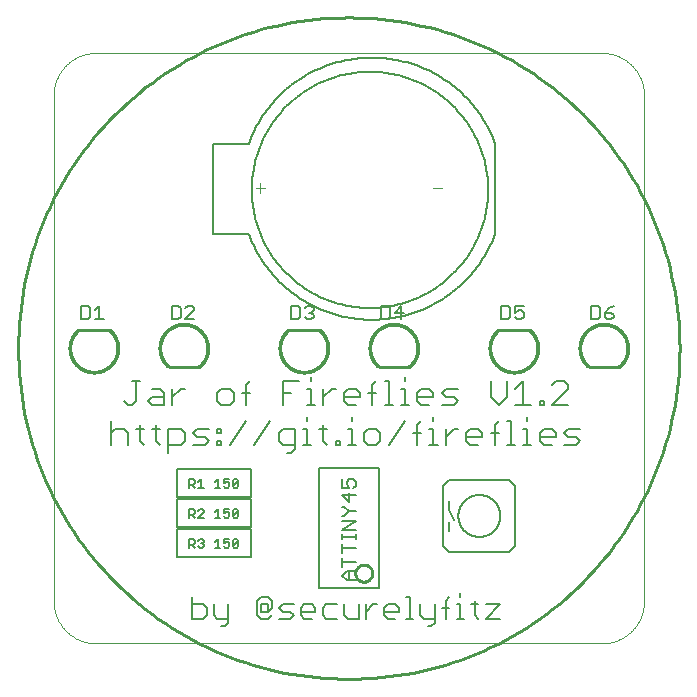
<source format=gto>
G75*
%MOIN*%
%OFA0B0*%
%FSLAX25Y25*%
%IPPOS*%
%LPD*%
%AMOC8*
5,1,8,0,0,1.08239X$1,22.5*
%
%ADD10C,0.00000*%
%ADD11C,0.01000*%
%ADD12C,0.00700*%
%ADD13C,0.00600*%
%ADD14C,0.00800*%
%ADD15C,0.00400*%
%ADD16C,0.00100*%
%ADD17C,0.00500*%
D10*
X0013311Y0027506D02*
X0013311Y0195966D01*
X0013315Y0196309D01*
X0013328Y0196652D01*
X0013348Y0196994D01*
X0013377Y0197336D01*
X0013414Y0197677D01*
X0013460Y0198017D01*
X0013514Y0198356D01*
X0013575Y0198693D01*
X0013645Y0199029D01*
X0013723Y0199363D01*
X0013810Y0199695D01*
X0013904Y0200025D01*
X0014006Y0200352D01*
X0014116Y0200677D01*
X0014233Y0201000D01*
X0014359Y0201319D01*
X0014492Y0201635D01*
X0014633Y0201948D01*
X0014781Y0202257D01*
X0014937Y0202563D01*
X0015100Y0202865D01*
X0015270Y0203162D01*
X0015448Y0203456D01*
X0015632Y0203745D01*
X0015824Y0204030D01*
X0016022Y0204310D01*
X0016227Y0204585D01*
X0016439Y0204855D01*
X0016657Y0205120D01*
X0016881Y0205379D01*
X0017111Y0205633D01*
X0017348Y0205881D01*
X0017591Y0206124D01*
X0017839Y0206361D01*
X0018093Y0206591D01*
X0018352Y0206815D01*
X0018617Y0207033D01*
X0018887Y0207245D01*
X0019162Y0207450D01*
X0019442Y0207648D01*
X0019727Y0207840D01*
X0020016Y0208024D01*
X0020310Y0208202D01*
X0020607Y0208372D01*
X0020909Y0208535D01*
X0021215Y0208691D01*
X0021524Y0208839D01*
X0021837Y0208980D01*
X0022153Y0209113D01*
X0022472Y0209239D01*
X0022795Y0209356D01*
X0023120Y0209466D01*
X0023447Y0209568D01*
X0023777Y0209662D01*
X0024109Y0209749D01*
X0024443Y0209827D01*
X0024779Y0209897D01*
X0025116Y0209958D01*
X0025455Y0210012D01*
X0025795Y0210058D01*
X0026136Y0210095D01*
X0026478Y0210124D01*
X0026820Y0210144D01*
X0027163Y0210157D01*
X0027506Y0210161D01*
X0195966Y0210161D01*
X0196309Y0210157D01*
X0196652Y0210144D01*
X0196994Y0210124D01*
X0197336Y0210095D01*
X0197677Y0210058D01*
X0198017Y0210012D01*
X0198356Y0209958D01*
X0198693Y0209897D01*
X0199029Y0209827D01*
X0199363Y0209749D01*
X0199695Y0209662D01*
X0200025Y0209568D01*
X0200352Y0209466D01*
X0200677Y0209356D01*
X0201000Y0209239D01*
X0201319Y0209113D01*
X0201635Y0208980D01*
X0201948Y0208839D01*
X0202257Y0208691D01*
X0202563Y0208535D01*
X0202865Y0208372D01*
X0203162Y0208202D01*
X0203456Y0208024D01*
X0203745Y0207840D01*
X0204030Y0207648D01*
X0204310Y0207450D01*
X0204585Y0207245D01*
X0204855Y0207033D01*
X0205120Y0206815D01*
X0205379Y0206591D01*
X0205633Y0206361D01*
X0205881Y0206124D01*
X0206124Y0205881D01*
X0206361Y0205633D01*
X0206591Y0205379D01*
X0206815Y0205120D01*
X0207033Y0204855D01*
X0207245Y0204585D01*
X0207450Y0204310D01*
X0207648Y0204030D01*
X0207840Y0203745D01*
X0208024Y0203456D01*
X0208202Y0203162D01*
X0208372Y0202865D01*
X0208535Y0202563D01*
X0208691Y0202257D01*
X0208839Y0201948D01*
X0208980Y0201635D01*
X0209113Y0201319D01*
X0209239Y0201000D01*
X0209356Y0200677D01*
X0209466Y0200352D01*
X0209568Y0200025D01*
X0209662Y0199695D01*
X0209749Y0199363D01*
X0209827Y0199029D01*
X0209897Y0198693D01*
X0209958Y0198356D01*
X0210012Y0198017D01*
X0210058Y0197677D01*
X0210095Y0197336D01*
X0210124Y0196994D01*
X0210144Y0196652D01*
X0210157Y0196309D01*
X0210161Y0195966D01*
X0210161Y0027506D01*
X0210157Y0027163D01*
X0210144Y0026820D01*
X0210124Y0026478D01*
X0210095Y0026136D01*
X0210058Y0025795D01*
X0210012Y0025455D01*
X0209958Y0025116D01*
X0209897Y0024779D01*
X0209827Y0024443D01*
X0209749Y0024109D01*
X0209662Y0023777D01*
X0209568Y0023447D01*
X0209466Y0023120D01*
X0209356Y0022795D01*
X0209239Y0022472D01*
X0209113Y0022153D01*
X0208980Y0021837D01*
X0208839Y0021524D01*
X0208691Y0021215D01*
X0208535Y0020909D01*
X0208372Y0020607D01*
X0208202Y0020310D01*
X0208024Y0020016D01*
X0207840Y0019727D01*
X0207648Y0019442D01*
X0207450Y0019162D01*
X0207245Y0018887D01*
X0207033Y0018617D01*
X0206815Y0018352D01*
X0206591Y0018093D01*
X0206361Y0017839D01*
X0206124Y0017591D01*
X0205881Y0017348D01*
X0205633Y0017111D01*
X0205379Y0016881D01*
X0205120Y0016657D01*
X0204855Y0016439D01*
X0204585Y0016227D01*
X0204310Y0016022D01*
X0204030Y0015824D01*
X0203745Y0015632D01*
X0203456Y0015448D01*
X0203162Y0015270D01*
X0202865Y0015100D01*
X0202563Y0014937D01*
X0202257Y0014781D01*
X0201948Y0014633D01*
X0201635Y0014492D01*
X0201319Y0014359D01*
X0201000Y0014233D01*
X0200677Y0014116D01*
X0200352Y0014006D01*
X0200025Y0013904D01*
X0199695Y0013810D01*
X0199363Y0013723D01*
X0199029Y0013645D01*
X0198693Y0013575D01*
X0198356Y0013514D01*
X0198017Y0013460D01*
X0197677Y0013414D01*
X0197336Y0013377D01*
X0196994Y0013348D01*
X0196652Y0013328D01*
X0196309Y0013315D01*
X0195966Y0013311D01*
X0027506Y0013311D01*
X0027163Y0013315D01*
X0026820Y0013328D01*
X0026478Y0013348D01*
X0026136Y0013377D01*
X0025795Y0013414D01*
X0025455Y0013460D01*
X0025116Y0013514D01*
X0024779Y0013575D01*
X0024443Y0013645D01*
X0024109Y0013723D01*
X0023777Y0013810D01*
X0023447Y0013904D01*
X0023120Y0014006D01*
X0022795Y0014116D01*
X0022472Y0014233D01*
X0022153Y0014359D01*
X0021837Y0014492D01*
X0021524Y0014633D01*
X0021215Y0014781D01*
X0020909Y0014937D01*
X0020607Y0015100D01*
X0020310Y0015270D01*
X0020016Y0015448D01*
X0019727Y0015632D01*
X0019442Y0015824D01*
X0019162Y0016022D01*
X0018887Y0016227D01*
X0018617Y0016439D01*
X0018352Y0016657D01*
X0018093Y0016881D01*
X0017839Y0017111D01*
X0017591Y0017348D01*
X0017348Y0017591D01*
X0017111Y0017839D01*
X0016881Y0018093D01*
X0016657Y0018352D01*
X0016439Y0018617D01*
X0016227Y0018887D01*
X0016022Y0019162D01*
X0015824Y0019442D01*
X0015632Y0019727D01*
X0015448Y0020016D01*
X0015270Y0020310D01*
X0015100Y0020607D01*
X0014937Y0020909D01*
X0014781Y0021215D01*
X0014633Y0021524D01*
X0014492Y0021837D01*
X0014359Y0022153D01*
X0014233Y0022472D01*
X0014116Y0022795D01*
X0014006Y0023120D01*
X0013904Y0023447D01*
X0013810Y0023777D01*
X0013723Y0024109D01*
X0013645Y0024443D01*
X0013575Y0024779D01*
X0013514Y0025116D01*
X0013460Y0025455D01*
X0013414Y0025795D01*
X0013377Y0026136D01*
X0013348Y0026478D01*
X0013328Y0026820D01*
X0013315Y0027163D01*
X0013311Y0027506D01*
D11*
X0051636Y0105536D02*
X0053436Y0105536D01*
X0051736Y0105536D02*
X0061736Y0105536D01*
X0061836Y0105536D02*
X0059836Y0105536D01*
X0031836Y0117936D02*
X0030036Y0117936D01*
X0031736Y0117936D02*
X0021736Y0117936D01*
X0021636Y0117936D02*
X0023636Y0117936D01*
X0091636Y0117936D02*
X0093636Y0117936D01*
X0091736Y0117936D02*
X0101736Y0117936D01*
X0101836Y0117936D02*
X0100036Y0117936D01*
X0001500Y0111736D02*
X0001533Y0114441D01*
X0001633Y0117145D01*
X0001799Y0119845D01*
X0002031Y0122541D01*
X0002329Y0125230D01*
X0002693Y0127911D01*
X0003123Y0130582D01*
X0003618Y0133242D01*
X0004178Y0135889D01*
X0004804Y0138521D01*
X0005493Y0141137D01*
X0006247Y0143736D01*
X0007064Y0146315D01*
X0007944Y0148873D01*
X0008887Y0151409D01*
X0009891Y0153921D01*
X0010957Y0156408D01*
X0012084Y0158868D01*
X0013271Y0161299D01*
X0014517Y0163701D01*
X0015821Y0166071D01*
X0017183Y0168409D01*
X0018603Y0170712D01*
X0020078Y0172980D01*
X0021609Y0175211D01*
X0023194Y0177404D01*
X0024832Y0179557D01*
X0026522Y0181669D01*
X0028264Y0183739D01*
X0030057Y0185766D01*
X0031898Y0187748D01*
X0033787Y0189685D01*
X0035724Y0191574D01*
X0037706Y0193415D01*
X0039733Y0195208D01*
X0041803Y0196950D01*
X0043915Y0198640D01*
X0046068Y0200278D01*
X0048261Y0201863D01*
X0050492Y0203394D01*
X0052760Y0204869D01*
X0055063Y0206289D01*
X0057401Y0207651D01*
X0059771Y0208955D01*
X0062173Y0210201D01*
X0064604Y0211388D01*
X0067064Y0212515D01*
X0069551Y0213581D01*
X0072063Y0214585D01*
X0074599Y0215528D01*
X0077157Y0216408D01*
X0079736Y0217225D01*
X0082335Y0217979D01*
X0084951Y0218668D01*
X0087583Y0219294D01*
X0090230Y0219854D01*
X0092890Y0220349D01*
X0095561Y0220779D01*
X0098242Y0221143D01*
X0100931Y0221441D01*
X0103627Y0221673D01*
X0106327Y0221839D01*
X0109031Y0221939D01*
X0111736Y0221972D01*
X0114441Y0221939D01*
X0117145Y0221839D01*
X0119845Y0221673D01*
X0122541Y0221441D01*
X0125230Y0221143D01*
X0127911Y0220779D01*
X0130582Y0220349D01*
X0133242Y0219854D01*
X0135889Y0219294D01*
X0138521Y0218668D01*
X0141137Y0217979D01*
X0143736Y0217225D01*
X0146315Y0216408D01*
X0148873Y0215528D01*
X0151409Y0214585D01*
X0153921Y0213581D01*
X0156408Y0212515D01*
X0158868Y0211388D01*
X0161299Y0210201D01*
X0163701Y0208955D01*
X0166071Y0207651D01*
X0168409Y0206289D01*
X0170712Y0204869D01*
X0172980Y0203394D01*
X0175211Y0201863D01*
X0177404Y0200278D01*
X0179557Y0198640D01*
X0181669Y0196950D01*
X0183739Y0195208D01*
X0185766Y0193415D01*
X0187748Y0191574D01*
X0189685Y0189685D01*
X0191574Y0187748D01*
X0193415Y0185766D01*
X0195208Y0183739D01*
X0196950Y0181669D01*
X0198640Y0179557D01*
X0200278Y0177404D01*
X0201863Y0175211D01*
X0203394Y0172980D01*
X0204869Y0170712D01*
X0206289Y0168409D01*
X0207651Y0166071D01*
X0208955Y0163701D01*
X0210201Y0161299D01*
X0211388Y0158868D01*
X0212515Y0156408D01*
X0213581Y0153921D01*
X0214585Y0151409D01*
X0215528Y0148873D01*
X0216408Y0146315D01*
X0217225Y0143736D01*
X0217979Y0141137D01*
X0218668Y0138521D01*
X0219294Y0135889D01*
X0219854Y0133242D01*
X0220349Y0130582D01*
X0220779Y0127911D01*
X0221143Y0125230D01*
X0221441Y0122541D01*
X0221673Y0119845D01*
X0221839Y0117145D01*
X0221939Y0114441D01*
X0221972Y0111736D01*
X0221939Y0109031D01*
X0221839Y0106327D01*
X0221673Y0103627D01*
X0221441Y0100931D01*
X0221143Y0098242D01*
X0220779Y0095561D01*
X0220349Y0092890D01*
X0219854Y0090230D01*
X0219294Y0087583D01*
X0218668Y0084951D01*
X0217979Y0082335D01*
X0217225Y0079736D01*
X0216408Y0077157D01*
X0215528Y0074599D01*
X0214585Y0072063D01*
X0213581Y0069551D01*
X0212515Y0067064D01*
X0211388Y0064604D01*
X0210201Y0062173D01*
X0208955Y0059771D01*
X0207651Y0057401D01*
X0206289Y0055063D01*
X0204869Y0052760D01*
X0203394Y0050492D01*
X0201863Y0048261D01*
X0200278Y0046068D01*
X0198640Y0043915D01*
X0196950Y0041803D01*
X0195208Y0039733D01*
X0193415Y0037706D01*
X0191574Y0035724D01*
X0189685Y0033787D01*
X0187748Y0031898D01*
X0185766Y0030057D01*
X0183739Y0028264D01*
X0181669Y0026522D01*
X0179557Y0024832D01*
X0177404Y0023194D01*
X0175211Y0021609D01*
X0172980Y0020078D01*
X0170712Y0018603D01*
X0168409Y0017183D01*
X0166071Y0015821D01*
X0163701Y0014517D01*
X0161299Y0013271D01*
X0158868Y0012084D01*
X0156408Y0010957D01*
X0153921Y0009891D01*
X0151409Y0008887D01*
X0148873Y0007944D01*
X0146315Y0007064D01*
X0143736Y0006247D01*
X0141137Y0005493D01*
X0138521Y0004804D01*
X0135889Y0004178D01*
X0133242Y0003618D01*
X0130582Y0003123D01*
X0127911Y0002693D01*
X0125230Y0002329D01*
X0122541Y0002031D01*
X0119845Y0001799D01*
X0117145Y0001633D01*
X0114441Y0001533D01*
X0111736Y0001500D01*
X0109031Y0001533D01*
X0106327Y0001633D01*
X0103627Y0001799D01*
X0100931Y0002031D01*
X0098242Y0002329D01*
X0095561Y0002693D01*
X0092890Y0003123D01*
X0090230Y0003618D01*
X0087583Y0004178D01*
X0084951Y0004804D01*
X0082335Y0005493D01*
X0079736Y0006247D01*
X0077157Y0007064D01*
X0074599Y0007944D01*
X0072063Y0008887D01*
X0069551Y0009891D01*
X0067064Y0010957D01*
X0064604Y0012084D01*
X0062173Y0013271D01*
X0059771Y0014517D01*
X0057401Y0015821D01*
X0055063Y0017183D01*
X0052760Y0018603D01*
X0050492Y0020078D01*
X0048261Y0021609D01*
X0046068Y0023194D01*
X0043915Y0024832D01*
X0041803Y0026522D01*
X0039733Y0028264D01*
X0037706Y0030057D01*
X0035724Y0031898D01*
X0033787Y0033787D01*
X0031898Y0035724D01*
X0030057Y0037706D01*
X0028264Y0039733D01*
X0026522Y0041803D01*
X0024832Y0043915D01*
X0023194Y0046068D01*
X0021609Y0048261D01*
X0020078Y0050492D01*
X0018603Y0052760D01*
X0017183Y0055063D01*
X0015821Y0057401D01*
X0014517Y0059771D01*
X0013271Y0062173D01*
X0012084Y0064604D01*
X0010957Y0067064D01*
X0009891Y0069551D01*
X0008887Y0072063D01*
X0007944Y0074599D01*
X0007064Y0077157D01*
X0006247Y0079736D01*
X0005493Y0082335D01*
X0004804Y0084951D01*
X0004178Y0087583D01*
X0003618Y0090230D01*
X0003123Y0092890D01*
X0002693Y0095561D01*
X0002329Y0098242D01*
X0002031Y0100931D01*
X0001799Y0103627D01*
X0001633Y0106327D01*
X0001533Y0109031D01*
X0001500Y0111736D01*
X0113908Y0036736D02*
X0113910Y0036842D01*
X0113916Y0036947D01*
X0113926Y0037053D01*
X0113940Y0037157D01*
X0113957Y0037262D01*
X0113979Y0037365D01*
X0114004Y0037468D01*
X0114034Y0037570D01*
X0114067Y0037670D01*
X0114103Y0037769D01*
X0114144Y0037867D01*
X0114188Y0037963D01*
X0114236Y0038057D01*
X0114287Y0038150D01*
X0114341Y0038241D01*
X0114399Y0038329D01*
X0114461Y0038415D01*
X0114525Y0038499D01*
X0114592Y0038581D01*
X0114663Y0038660D01*
X0114736Y0038736D01*
X0114812Y0038809D01*
X0114891Y0038880D01*
X0114973Y0038947D01*
X0115057Y0039011D01*
X0115143Y0039073D01*
X0115231Y0039131D01*
X0115322Y0039185D01*
X0115415Y0039236D01*
X0115509Y0039284D01*
X0115605Y0039328D01*
X0115703Y0039369D01*
X0115802Y0039405D01*
X0115902Y0039438D01*
X0116004Y0039468D01*
X0116107Y0039493D01*
X0116210Y0039515D01*
X0116315Y0039532D01*
X0116419Y0039546D01*
X0116525Y0039556D01*
X0116630Y0039562D01*
X0116736Y0039564D01*
X0116842Y0039562D01*
X0116947Y0039556D01*
X0117053Y0039546D01*
X0117157Y0039532D01*
X0117262Y0039515D01*
X0117365Y0039493D01*
X0117468Y0039468D01*
X0117570Y0039438D01*
X0117670Y0039405D01*
X0117769Y0039369D01*
X0117867Y0039328D01*
X0117963Y0039284D01*
X0118057Y0039236D01*
X0118150Y0039185D01*
X0118241Y0039131D01*
X0118329Y0039073D01*
X0118415Y0039011D01*
X0118499Y0038947D01*
X0118581Y0038880D01*
X0118660Y0038809D01*
X0118736Y0038736D01*
X0118809Y0038660D01*
X0118880Y0038581D01*
X0118947Y0038499D01*
X0119011Y0038415D01*
X0119073Y0038329D01*
X0119131Y0038241D01*
X0119185Y0038150D01*
X0119236Y0038057D01*
X0119284Y0037963D01*
X0119328Y0037867D01*
X0119369Y0037769D01*
X0119405Y0037670D01*
X0119438Y0037570D01*
X0119468Y0037468D01*
X0119493Y0037365D01*
X0119515Y0037262D01*
X0119532Y0037157D01*
X0119546Y0037053D01*
X0119556Y0036947D01*
X0119562Y0036842D01*
X0119564Y0036736D01*
X0119562Y0036630D01*
X0119556Y0036525D01*
X0119546Y0036419D01*
X0119532Y0036315D01*
X0119515Y0036210D01*
X0119493Y0036107D01*
X0119468Y0036004D01*
X0119438Y0035902D01*
X0119405Y0035802D01*
X0119369Y0035703D01*
X0119328Y0035605D01*
X0119284Y0035509D01*
X0119236Y0035415D01*
X0119185Y0035322D01*
X0119131Y0035231D01*
X0119073Y0035143D01*
X0119011Y0035057D01*
X0118947Y0034973D01*
X0118880Y0034891D01*
X0118809Y0034812D01*
X0118736Y0034736D01*
X0118660Y0034663D01*
X0118581Y0034592D01*
X0118499Y0034525D01*
X0118415Y0034461D01*
X0118329Y0034399D01*
X0118241Y0034341D01*
X0118150Y0034287D01*
X0118057Y0034236D01*
X0117963Y0034188D01*
X0117867Y0034144D01*
X0117769Y0034103D01*
X0117670Y0034067D01*
X0117570Y0034034D01*
X0117468Y0034004D01*
X0117365Y0033979D01*
X0117262Y0033957D01*
X0117157Y0033940D01*
X0117053Y0033926D01*
X0116947Y0033916D01*
X0116842Y0033910D01*
X0116736Y0033908D01*
X0116630Y0033910D01*
X0116525Y0033916D01*
X0116419Y0033926D01*
X0116315Y0033940D01*
X0116210Y0033957D01*
X0116107Y0033979D01*
X0116004Y0034004D01*
X0115902Y0034034D01*
X0115802Y0034067D01*
X0115703Y0034103D01*
X0115605Y0034144D01*
X0115509Y0034188D01*
X0115415Y0034236D01*
X0115322Y0034287D01*
X0115231Y0034341D01*
X0115143Y0034399D01*
X0115057Y0034461D01*
X0114973Y0034525D01*
X0114891Y0034592D01*
X0114812Y0034663D01*
X0114736Y0034736D01*
X0114663Y0034812D01*
X0114592Y0034891D01*
X0114525Y0034973D01*
X0114461Y0035057D01*
X0114399Y0035143D01*
X0114341Y0035231D01*
X0114287Y0035322D01*
X0114236Y0035415D01*
X0114188Y0035509D01*
X0114144Y0035605D01*
X0114103Y0035703D01*
X0114067Y0035802D01*
X0114034Y0035902D01*
X0114004Y0036004D01*
X0113979Y0036107D01*
X0113957Y0036210D01*
X0113940Y0036315D01*
X0113926Y0036419D01*
X0113916Y0036525D01*
X0113910Y0036630D01*
X0113908Y0036736D01*
X0121636Y0105536D02*
X0123436Y0105536D01*
X0121736Y0105536D02*
X0131736Y0105536D01*
X0131836Y0105536D02*
X0129836Y0105536D01*
X0161636Y0117936D02*
X0163636Y0117936D01*
X0161736Y0117936D02*
X0171736Y0117936D01*
X0171836Y0117936D02*
X0170036Y0117936D01*
X0191636Y0105536D02*
X0193436Y0105536D01*
X0191736Y0105536D02*
X0201736Y0105536D01*
X0201836Y0105536D02*
X0199836Y0105536D01*
D12*
X0184821Y0099452D02*
X0184821Y0098091D01*
X0179378Y0092647D01*
X0184821Y0092647D01*
X0184821Y0099452D02*
X0183460Y0100812D01*
X0180739Y0100812D01*
X0179378Y0099452D01*
X0176660Y0094008D02*
X0175300Y0094008D01*
X0175300Y0092647D01*
X0176660Y0092647D01*
X0176660Y0094008D01*
X0172586Y0092647D02*
X0167143Y0092647D01*
X0164430Y0095369D02*
X0164430Y0100812D01*
X0167143Y0098091D02*
X0169865Y0100812D01*
X0169865Y0092647D01*
X0171223Y0088886D02*
X0171223Y0087525D01*
X0171223Y0084803D02*
X0171223Y0079360D01*
X0169862Y0079360D02*
X0172584Y0079360D01*
X0175300Y0080721D02*
X0175300Y0083442D01*
X0176660Y0084803D01*
X0179382Y0084803D01*
X0180743Y0083442D01*
X0180743Y0082082D01*
X0175300Y0082082D01*
X0175300Y0080721D02*
X0176660Y0079360D01*
X0179382Y0079360D01*
X0183456Y0079360D02*
X0187539Y0079360D01*
X0188900Y0080721D01*
X0187539Y0082082D01*
X0184817Y0082082D01*
X0183456Y0083442D01*
X0184817Y0084803D01*
X0188900Y0084803D01*
X0171223Y0084803D02*
X0169862Y0084803D01*
X0165785Y0087525D02*
X0165785Y0079360D01*
X0164424Y0079360D02*
X0167146Y0079360D01*
X0161708Y0083442D02*
X0158986Y0083442D01*
X0160347Y0086164D02*
X0161708Y0087525D01*
X0160347Y0086164D02*
X0160347Y0079360D01*
X0156273Y0082082D02*
X0156273Y0083442D01*
X0154912Y0084803D01*
X0152191Y0084803D01*
X0150830Y0083442D01*
X0150830Y0080721D01*
X0152191Y0079360D01*
X0154912Y0079360D01*
X0156273Y0082082D02*
X0150830Y0082082D01*
X0148115Y0084803D02*
X0146754Y0084803D01*
X0144033Y0082082D01*
X0144033Y0084803D02*
X0144033Y0079360D01*
X0141317Y0079360D02*
X0138595Y0079360D01*
X0139956Y0079360D02*
X0139956Y0084803D01*
X0138595Y0084803D01*
X0135879Y0083442D02*
X0133157Y0083442D01*
X0134518Y0086164D02*
X0135879Y0087525D01*
X0134518Y0086164D02*
X0134518Y0079360D01*
X0130444Y0087525D02*
X0125001Y0079360D01*
X0122288Y0080721D02*
X0122288Y0083442D01*
X0120927Y0084803D01*
X0118205Y0084803D01*
X0116844Y0083442D01*
X0116844Y0080721D01*
X0118205Y0079360D01*
X0120927Y0079360D01*
X0122288Y0080721D01*
X0114128Y0079360D02*
X0111406Y0079360D01*
X0112767Y0079360D02*
X0112767Y0084803D01*
X0111406Y0084803D01*
X0108689Y0080721D02*
X0108689Y0079360D01*
X0107328Y0079360D01*
X0107328Y0080721D01*
X0108689Y0080721D01*
X0104612Y0079360D02*
X0103251Y0080721D01*
X0103251Y0086164D01*
X0101890Y0084803D02*
X0104612Y0084803D01*
X0099174Y0079360D02*
X0096453Y0079360D01*
X0097814Y0079360D02*
X0097814Y0084803D01*
X0096453Y0084803D01*
X0093740Y0084803D02*
X0089657Y0084803D01*
X0088296Y0083442D01*
X0088296Y0080721D01*
X0089657Y0079360D01*
X0093740Y0079360D01*
X0093740Y0077999D02*
X0093740Y0084803D01*
X0097814Y0087525D02*
X0097814Y0088886D01*
X0097812Y0092647D02*
X0100534Y0092647D01*
X0099173Y0092647D02*
X0099173Y0098091D01*
X0097812Y0098091D01*
X0099173Y0100812D02*
X0099173Y0102173D01*
X0095099Y0100812D02*
X0089656Y0100812D01*
X0089656Y0092647D01*
X0089656Y0096730D02*
X0092377Y0096730D01*
X0085583Y0087525D02*
X0080140Y0079360D01*
X0071983Y0079360D02*
X0077427Y0087525D01*
X0077422Y0092647D02*
X0077422Y0099452D01*
X0078783Y0100812D01*
X0078783Y0096730D02*
X0076061Y0096730D01*
X0073348Y0096730D02*
X0073348Y0094008D01*
X0071987Y0092647D01*
X0069266Y0092647D01*
X0067905Y0094008D01*
X0067905Y0096730D01*
X0069266Y0098091D01*
X0071987Y0098091D01*
X0073348Y0096730D01*
X0069266Y0084803D02*
X0069266Y0083442D01*
X0067905Y0083442D01*
X0067905Y0084803D01*
X0069266Y0084803D01*
X0065192Y0084803D02*
X0061109Y0084803D01*
X0059748Y0083442D01*
X0061109Y0082082D01*
X0063831Y0082082D01*
X0065192Y0080721D01*
X0063831Y0079360D01*
X0059748Y0079360D01*
X0057035Y0080721D02*
X0055674Y0079360D01*
X0051592Y0079360D01*
X0051592Y0076638D02*
X0051592Y0084803D01*
X0055674Y0084803D01*
X0057035Y0083442D01*
X0057035Y0080721D01*
X0048876Y0079360D02*
X0047515Y0080721D01*
X0047515Y0086164D01*
X0046154Y0084803D02*
X0048876Y0084803D01*
X0043438Y0084803D02*
X0040716Y0084803D01*
X0042077Y0086164D02*
X0042077Y0080721D01*
X0043438Y0079360D01*
X0038003Y0079360D02*
X0038003Y0083442D01*
X0036642Y0084803D01*
X0033920Y0084803D01*
X0032560Y0083442D01*
X0032560Y0079360D02*
X0032560Y0087525D01*
X0037999Y0092647D02*
X0036638Y0094008D01*
X0037999Y0092647D02*
X0039360Y0092647D01*
X0040720Y0094008D01*
X0040720Y0100812D01*
X0039360Y0100812D02*
X0042081Y0100812D01*
X0046155Y0098091D02*
X0048877Y0098091D01*
X0050238Y0096730D01*
X0050238Y0092647D01*
X0046155Y0092647D01*
X0044794Y0094008D01*
X0046155Y0095369D01*
X0050238Y0095369D01*
X0052951Y0095369D02*
X0055673Y0098091D01*
X0057034Y0098091D01*
X0052951Y0098091D02*
X0052951Y0092647D01*
X0067905Y0080721D02*
X0067905Y0079360D01*
X0069266Y0079360D01*
X0069266Y0080721D01*
X0067905Y0080721D01*
X0091018Y0076638D02*
X0092379Y0076638D01*
X0093740Y0077999D01*
X0103250Y0092647D02*
X0103250Y0098091D01*
X0103250Y0095369D02*
X0105972Y0098091D01*
X0107332Y0098091D01*
X0110047Y0096730D02*
X0110047Y0094008D01*
X0111408Y0092647D01*
X0114130Y0092647D01*
X0115491Y0095369D02*
X0110047Y0095369D01*
X0110047Y0096730D02*
X0111408Y0098091D01*
X0114130Y0098091D01*
X0115491Y0096730D01*
X0115491Y0095369D01*
X0118204Y0096730D02*
X0120925Y0096730D01*
X0119564Y0099452D02*
X0120925Y0100812D01*
X0119564Y0099452D02*
X0119564Y0092647D01*
X0123641Y0092647D02*
X0126363Y0092647D01*
X0125002Y0092647D02*
X0125002Y0100812D01*
X0123641Y0100812D01*
X0129079Y0098091D02*
X0130440Y0098091D01*
X0130440Y0092647D01*
X0129079Y0092647D02*
X0131801Y0092647D01*
X0134517Y0094008D02*
X0134517Y0096730D01*
X0135878Y0098091D01*
X0138599Y0098091D01*
X0139960Y0096730D01*
X0139960Y0095369D01*
X0134517Y0095369D01*
X0134517Y0094008D02*
X0135878Y0092647D01*
X0138599Y0092647D01*
X0142673Y0092647D02*
X0146756Y0092647D01*
X0148117Y0094008D01*
X0146756Y0095369D01*
X0144034Y0095369D01*
X0142673Y0096730D01*
X0144034Y0098091D01*
X0148117Y0098091D01*
X0139956Y0088886D02*
X0139956Y0087525D01*
X0130440Y0100812D02*
X0130440Y0102173D01*
X0112767Y0088886D02*
X0112767Y0087525D01*
X0158986Y0095369D02*
X0161708Y0092647D01*
X0164430Y0095369D01*
X0158986Y0095369D02*
X0158986Y0100812D01*
X0164424Y0087525D02*
X0165785Y0087525D01*
D13*
X0148897Y0029979D02*
X0148897Y0028765D01*
X0148897Y0026339D02*
X0148897Y0021485D01*
X0150110Y0021485D02*
X0147683Y0021485D01*
X0144063Y0021485D02*
X0144063Y0027552D01*
X0145277Y0028765D01*
X0147683Y0026339D02*
X0148897Y0026339D01*
X0145277Y0025125D02*
X0142850Y0025125D01*
X0140453Y0026339D02*
X0140453Y0020272D01*
X0139240Y0019058D01*
X0138026Y0019058D01*
X0136813Y0021485D02*
X0140453Y0021485D01*
X0136813Y0021485D02*
X0135600Y0022698D01*
X0135600Y0026339D01*
X0131979Y0028765D02*
X0131979Y0021485D01*
X0130766Y0021485D02*
X0133193Y0021485D01*
X0128369Y0023912D02*
X0128369Y0025125D01*
X0127156Y0026339D01*
X0124729Y0026339D01*
X0123516Y0025125D01*
X0123516Y0022698D01*
X0124729Y0021485D01*
X0127156Y0021485D01*
X0128369Y0023912D02*
X0123516Y0023912D01*
X0121114Y0026339D02*
X0119901Y0026339D01*
X0117474Y0023912D01*
X0117474Y0021485D02*
X0117474Y0026339D01*
X0115077Y0026339D02*
X0115077Y0021485D01*
X0111437Y0021485D01*
X0110224Y0022698D01*
X0110224Y0026339D01*
X0107827Y0026339D02*
X0104187Y0026339D01*
X0102973Y0025125D01*
X0102973Y0022698D01*
X0104187Y0021485D01*
X0107827Y0021485D01*
X0100577Y0023912D02*
X0095723Y0023912D01*
X0095723Y0025125D02*
X0095723Y0022698D01*
X0096936Y0021485D01*
X0099363Y0021485D01*
X0100577Y0023912D02*
X0100577Y0025125D01*
X0099363Y0026339D01*
X0096936Y0026339D01*
X0095723Y0025125D01*
X0093326Y0026339D02*
X0089686Y0026339D01*
X0088473Y0025125D01*
X0089686Y0023912D01*
X0092113Y0023912D01*
X0093326Y0022698D01*
X0092113Y0021485D01*
X0088473Y0021485D01*
X0086076Y0022698D02*
X0084863Y0021485D01*
X0082436Y0021485D01*
X0081222Y0022698D01*
X0081222Y0027552D01*
X0082436Y0028765D01*
X0084863Y0028765D01*
X0086076Y0027552D01*
X0086076Y0025125D01*
X0084863Y0023912D01*
X0084863Y0026339D01*
X0082436Y0026339D01*
X0082436Y0023912D01*
X0084863Y0023912D01*
X0071575Y0026339D02*
X0071575Y0020272D01*
X0070362Y0019058D01*
X0069149Y0019058D01*
X0067935Y0021485D02*
X0071575Y0021485D01*
X0067935Y0021485D02*
X0066722Y0022698D01*
X0066722Y0026339D01*
X0064325Y0025125D02*
X0064325Y0022698D01*
X0063112Y0021485D01*
X0059472Y0021485D01*
X0059472Y0028765D01*
X0059472Y0026339D02*
X0063112Y0026339D01*
X0064325Y0025125D01*
X0130766Y0028765D02*
X0131979Y0028765D01*
X0152517Y0026339D02*
X0154944Y0026339D01*
X0153730Y0027552D02*
X0153730Y0022698D01*
X0154944Y0021485D01*
X0157350Y0021485D02*
X0162204Y0021485D01*
X0162204Y0026339D02*
X0157350Y0026339D01*
X0162204Y0026339D02*
X0157350Y0021485D01*
D14*
X0163740Y0043831D02*
X0146740Y0043831D01*
X0145240Y0043831D01*
X0143240Y0045831D01*
X0143240Y0051831D01*
X0143240Y0059878D01*
X0143240Y0059831D02*
X0143240Y0065831D01*
X0145240Y0067831D01*
X0146740Y0067831D01*
X0163740Y0067831D01*
X0165240Y0067831D01*
X0167240Y0065831D01*
X0167240Y0059831D01*
X0167240Y0059760D02*
X0167240Y0051831D01*
X0167240Y0045831D01*
X0165240Y0043831D01*
X0163740Y0043831D01*
X0148240Y0055831D02*
X0148242Y0056003D01*
X0148248Y0056174D01*
X0148259Y0056346D01*
X0148274Y0056517D01*
X0148293Y0056688D01*
X0148316Y0056858D01*
X0148343Y0057028D01*
X0148375Y0057197D01*
X0148410Y0057365D01*
X0148450Y0057532D01*
X0148494Y0057698D01*
X0148541Y0057863D01*
X0148593Y0058027D01*
X0148649Y0058189D01*
X0148709Y0058350D01*
X0148773Y0058510D01*
X0148841Y0058668D01*
X0148912Y0058824D01*
X0148987Y0058978D01*
X0149067Y0059131D01*
X0149149Y0059281D01*
X0149236Y0059430D01*
X0149326Y0059576D01*
X0149420Y0059720D01*
X0149517Y0059862D01*
X0149618Y0060001D01*
X0149722Y0060138D01*
X0149829Y0060272D01*
X0149940Y0060403D01*
X0150053Y0060532D01*
X0150170Y0060658D01*
X0150290Y0060781D01*
X0150413Y0060901D01*
X0150539Y0061018D01*
X0150668Y0061131D01*
X0150799Y0061242D01*
X0150933Y0061349D01*
X0151070Y0061453D01*
X0151209Y0061554D01*
X0151351Y0061651D01*
X0151495Y0061745D01*
X0151641Y0061835D01*
X0151790Y0061922D01*
X0151940Y0062004D01*
X0152093Y0062084D01*
X0152247Y0062159D01*
X0152403Y0062230D01*
X0152561Y0062298D01*
X0152721Y0062362D01*
X0152882Y0062422D01*
X0153044Y0062478D01*
X0153208Y0062530D01*
X0153373Y0062577D01*
X0153539Y0062621D01*
X0153706Y0062661D01*
X0153874Y0062696D01*
X0154043Y0062728D01*
X0154213Y0062755D01*
X0154383Y0062778D01*
X0154554Y0062797D01*
X0154725Y0062812D01*
X0154897Y0062823D01*
X0155068Y0062829D01*
X0155240Y0062831D01*
X0155412Y0062829D01*
X0155583Y0062823D01*
X0155755Y0062812D01*
X0155926Y0062797D01*
X0156097Y0062778D01*
X0156267Y0062755D01*
X0156437Y0062728D01*
X0156606Y0062696D01*
X0156774Y0062661D01*
X0156941Y0062621D01*
X0157107Y0062577D01*
X0157272Y0062530D01*
X0157436Y0062478D01*
X0157598Y0062422D01*
X0157759Y0062362D01*
X0157919Y0062298D01*
X0158077Y0062230D01*
X0158233Y0062159D01*
X0158387Y0062084D01*
X0158540Y0062004D01*
X0158690Y0061922D01*
X0158839Y0061835D01*
X0158985Y0061745D01*
X0159129Y0061651D01*
X0159271Y0061554D01*
X0159410Y0061453D01*
X0159547Y0061349D01*
X0159681Y0061242D01*
X0159812Y0061131D01*
X0159941Y0061018D01*
X0160067Y0060901D01*
X0160190Y0060781D01*
X0160310Y0060658D01*
X0160427Y0060532D01*
X0160540Y0060403D01*
X0160651Y0060272D01*
X0160758Y0060138D01*
X0160862Y0060001D01*
X0160963Y0059862D01*
X0161060Y0059720D01*
X0161154Y0059576D01*
X0161244Y0059430D01*
X0161331Y0059281D01*
X0161413Y0059131D01*
X0161493Y0058978D01*
X0161568Y0058824D01*
X0161639Y0058668D01*
X0161707Y0058510D01*
X0161771Y0058350D01*
X0161831Y0058189D01*
X0161887Y0058027D01*
X0161939Y0057863D01*
X0161986Y0057698D01*
X0162030Y0057532D01*
X0162070Y0057365D01*
X0162105Y0057197D01*
X0162137Y0057028D01*
X0162164Y0056858D01*
X0162187Y0056688D01*
X0162206Y0056517D01*
X0162221Y0056346D01*
X0162232Y0056174D01*
X0162238Y0056003D01*
X0162240Y0055831D01*
X0162238Y0055659D01*
X0162232Y0055488D01*
X0162221Y0055316D01*
X0162206Y0055145D01*
X0162187Y0054974D01*
X0162164Y0054804D01*
X0162137Y0054634D01*
X0162105Y0054465D01*
X0162070Y0054297D01*
X0162030Y0054130D01*
X0161986Y0053964D01*
X0161939Y0053799D01*
X0161887Y0053635D01*
X0161831Y0053473D01*
X0161771Y0053312D01*
X0161707Y0053152D01*
X0161639Y0052994D01*
X0161568Y0052838D01*
X0161493Y0052684D01*
X0161413Y0052531D01*
X0161331Y0052381D01*
X0161244Y0052232D01*
X0161154Y0052086D01*
X0161060Y0051942D01*
X0160963Y0051800D01*
X0160862Y0051661D01*
X0160758Y0051524D01*
X0160651Y0051390D01*
X0160540Y0051259D01*
X0160427Y0051130D01*
X0160310Y0051004D01*
X0160190Y0050881D01*
X0160067Y0050761D01*
X0159941Y0050644D01*
X0159812Y0050531D01*
X0159681Y0050420D01*
X0159547Y0050313D01*
X0159410Y0050209D01*
X0159271Y0050108D01*
X0159129Y0050011D01*
X0158985Y0049917D01*
X0158839Y0049827D01*
X0158690Y0049740D01*
X0158540Y0049658D01*
X0158387Y0049578D01*
X0158233Y0049503D01*
X0158077Y0049432D01*
X0157919Y0049364D01*
X0157759Y0049300D01*
X0157598Y0049240D01*
X0157436Y0049184D01*
X0157272Y0049132D01*
X0157107Y0049085D01*
X0156941Y0049041D01*
X0156774Y0049001D01*
X0156606Y0048966D01*
X0156437Y0048934D01*
X0156267Y0048907D01*
X0156097Y0048884D01*
X0155926Y0048865D01*
X0155755Y0048850D01*
X0155583Y0048839D01*
X0155412Y0048833D01*
X0155240Y0048831D01*
X0155068Y0048833D01*
X0154897Y0048839D01*
X0154725Y0048850D01*
X0154554Y0048865D01*
X0154383Y0048884D01*
X0154213Y0048907D01*
X0154043Y0048934D01*
X0153874Y0048966D01*
X0153706Y0049001D01*
X0153539Y0049041D01*
X0153373Y0049085D01*
X0153208Y0049132D01*
X0153044Y0049184D01*
X0152882Y0049240D01*
X0152721Y0049300D01*
X0152561Y0049364D01*
X0152403Y0049432D01*
X0152247Y0049503D01*
X0152093Y0049578D01*
X0151940Y0049658D01*
X0151790Y0049740D01*
X0151641Y0049827D01*
X0151495Y0049917D01*
X0151351Y0050011D01*
X0151209Y0050108D01*
X0151070Y0050209D01*
X0150933Y0050313D01*
X0150799Y0050420D01*
X0150668Y0050531D01*
X0150539Y0050644D01*
X0150413Y0050761D01*
X0150290Y0050881D01*
X0150170Y0051004D01*
X0150053Y0051130D01*
X0149940Y0051259D01*
X0149829Y0051390D01*
X0149722Y0051524D01*
X0149618Y0051661D01*
X0149517Y0051800D01*
X0149420Y0051942D01*
X0149326Y0052086D01*
X0149236Y0052232D01*
X0149149Y0052381D01*
X0149067Y0052531D01*
X0148987Y0052684D01*
X0148912Y0052838D01*
X0148841Y0052994D01*
X0148773Y0053152D01*
X0148709Y0053312D01*
X0148649Y0053473D01*
X0148593Y0053635D01*
X0148541Y0053799D01*
X0148494Y0053964D01*
X0148450Y0054130D01*
X0148410Y0054297D01*
X0148375Y0054465D01*
X0148343Y0054634D01*
X0148316Y0054804D01*
X0148293Y0054974D01*
X0148274Y0055145D01*
X0148259Y0055316D01*
X0148248Y0055488D01*
X0148242Y0055659D01*
X0148240Y0055831D01*
X0146740Y0054331D02*
X0145240Y0057831D01*
X0145240Y0060831D01*
X0145240Y0053831D02*
X0145240Y0050831D01*
X0121736Y0031736D02*
X0121736Y0071736D01*
X0101736Y0071736D01*
X0101736Y0031736D01*
X0117736Y0031736D01*
X0115736Y0031736D01*
X0117736Y0031736D02*
X0121736Y0031736D01*
X0079138Y0042012D02*
X0054335Y0042012D01*
X0054335Y0051461D01*
X0079138Y0051461D01*
X0079138Y0042012D01*
X0079138Y0052012D02*
X0054335Y0052012D01*
X0054335Y0061461D01*
X0079138Y0061461D01*
X0079138Y0052012D01*
X0079138Y0062012D02*
X0054335Y0062012D01*
X0054335Y0071461D01*
X0079138Y0071461D01*
X0079138Y0062012D01*
X0078311Y0149925D02*
X0066579Y0149925D01*
X0066579Y0179846D01*
X0078311Y0179846D01*
X0079413Y0164492D02*
X0079425Y0165458D01*
X0079460Y0166424D01*
X0079520Y0167388D01*
X0079603Y0168351D01*
X0079709Y0169311D01*
X0079839Y0170269D01*
X0079993Y0171223D01*
X0080169Y0172173D01*
X0080370Y0173118D01*
X0080593Y0174058D01*
X0080839Y0174992D01*
X0081108Y0175921D01*
X0081400Y0176842D01*
X0081714Y0177755D01*
X0082051Y0178661D01*
X0082410Y0179558D01*
X0082791Y0180446D01*
X0083193Y0181325D01*
X0083617Y0182193D01*
X0084062Y0183051D01*
X0084528Y0183897D01*
X0085014Y0184732D01*
X0085521Y0185555D01*
X0086048Y0186365D01*
X0086595Y0187162D01*
X0087161Y0187945D01*
X0087746Y0188714D01*
X0088350Y0189468D01*
X0088972Y0190207D01*
X0089612Y0190931D01*
X0090269Y0191639D01*
X0090944Y0192331D01*
X0091636Y0193006D01*
X0092344Y0193663D01*
X0093068Y0194303D01*
X0093807Y0194925D01*
X0094561Y0195529D01*
X0095330Y0196114D01*
X0096113Y0196680D01*
X0096910Y0197227D01*
X0097720Y0197754D01*
X0098543Y0198261D01*
X0099378Y0198747D01*
X0100224Y0199213D01*
X0101082Y0199658D01*
X0101950Y0200082D01*
X0102829Y0200484D01*
X0103717Y0200865D01*
X0104614Y0201224D01*
X0105520Y0201561D01*
X0106433Y0201875D01*
X0107354Y0202167D01*
X0108283Y0202436D01*
X0109217Y0202682D01*
X0110157Y0202905D01*
X0111102Y0203106D01*
X0112052Y0203282D01*
X0113006Y0203436D01*
X0113964Y0203566D01*
X0114924Y0203672D01*
X0115887Y0203755D01*
X0116851Y0203815D01*
X0117817Y0203850D01*
X0118783Y0203862D01*
X0119749Y0203850D01*
X0120715Y0203815D01*
X0121679Y0203755D01*
X0122642Y0203672D01*
X0123602Y0203566D01*
X0124560Y0203436D01*
X0125514Y0203282D01*
X0126464Y0203106D01*
X0127409Y0202905D01*
X0128349Y0202682D01*
X0129283Y0202436D01*
X0130212Y0202167D01*
X0131133Y0201875D01*
X0132046Y0201561D01*
X0132952Y0201224D01*
X0133849Y0200865D01*
X0134737Y0200484D01*
X0135616Y0200082D01*
X0136484Y0199658D01*
X0137342Y0199213D01*
X0138188Y0198747D01*
X0139023Y0198261D01*
X0139846Y0197754D01*
X0140656Y0197227D01*
X0141453Y0196680D01*
X0142236Y0196114D01*
X0143005Y0195529D01*
X0143759Y0194925D01*
X0144498Y0194303D01*
X0145222Y0193663D01*
X0145930Y0193006D01*
X0146622Y0192331D01*
X0147297Y0191639D01*
X0147954Y0190931D01*
X0148594Y0190207D01*
X0149216Y0189468D01*
X0149820Y0188714D01*
X0150405Y0187945D01*
X0150971Y0187162D01*
X0151518Y0186365D01*
X0152045Y0185555D01*
X0152552Y0184732D01*
X0153038Y0183897D01*
X0153504Y0183051D01*
X0153949Y0182193D01*
X0154373Y0181325D01*
X0154775Y0180446D01*
X0155156Y0179558D01*
X0155515Y0178661D01*
X0155852Y0177755D01*
X0156166Y0176842D01*
X0156458Y0175921D01*
X0156727Y0174992D01*
X0156973Y0174058D01*
X0157196Y0173118D01*
X0157397Y0172173D01*
X0157573Y0171223D01*
X0157727Y0170269D01*
X0157857Y0169311D01*
X0157963Y0168351D01*
X0158046Y0167388D01*
X0158106Y0166424D01*
X0158141Y0165458D01*
X0158153Y0164492D01*
X0158141Y0163526D01*
X0158106Y0162560D01*
X0158046Y0161596D01*
X0157963Y0160633D01*
X0157857Y0159673D01*
X0157727Y0158715D01*
X0157573Y0157761D01*
X0157397Y0156811D01*
X0157196Y0155866D01*
X0156973Y0154926D01*
X0156727Y0153992D01*
X0156458Y0153063D01*
X0156166Y0152142D01*
X0155852Y0151229D01*
X0155515Y0150323D01*
X0155156Y0149426D01*
X0154775Y0148538D01*
X0154373Y0147659D01*
X0153949Y0146791D01*
X0153504Y0145933D01*
X0153038Y0145087D01*
X0152552Y0144252D01*
X0152045Y0143429D01*
X0151518Y0142619D01*
X0150971Y0141822D01*
X0150405Y0141039D01*
X0149820Y0140270D01*
X0149216Y0139516D01*
X0148594Y0138777D01*
X0147954Y0138053D01*
X0147297Y0137345D01*
X0146622Y0136653D01*
X0145930Y0135978D01*
X0145222Y0135321D01*
X0144498Y0134681D01*
X0143759Y0134059D01*
X0143005Y0133455D01*
X0142236Y0132870D01*
X0141453Y0132304D01*
X0140656Y0131757D01*
X0139846Y0131230D01*
X0139023Y0130723D01*
X0138188Y0130237D01*
X0137342Y0129771D01*
X0136484Y0129326D01*
X0135616Y0128902D01*
X0134737Y0128500D01*
X0133849Y0128119D01*
X0132952Y0127760D01*
X0132046Y0127423D01*
X0131133Y0127109D01*
X0130212Y0126817D01*
X0129283Y0126548D01*
X0128349Y0126302D01*
X0127409Y0126079D01*
X0126464Y0125878D01*
X0125514Y0125702D01*
X0124560Y0125548D01*
X0123602Y0125418D01*
X0122642Y0125312D01*
X0121679Y0125229D01*
X0120715Y0125169D01*
X0119749Y0125134D01*
X0118783Y0125122D01*
X0117817Y0125134D01*
X0116851Y0125169D01*
X0115887Y0125229D01*
X0114924Y0125312D01*
X0113964Y0125418D01*
X0113006Y0125548D01*
X0112052Y0125702D01*
X0111102Y0125878D01*
X0110157Y0126079D01*
X0109217Y0126302D01*
X0108283Y0126548D01*
X0107354Y0126817D01*
X0106433Y0127109D01*
X0105520Y0127423D01*
X0104614Y0127760D01*
X0103717Y0128119D01*
X0102829Y0128500D01*
X0101950Y0128902D01*
X0101082Y0129326D01*
X0100224Y0129771D01*
X0099378Y0130237D01*
X0098543Y0130723D01*
X0097720Y0131230D01*
X0096910Y0131757D01*
X0096113Y0132304D01*
X0095330Y0132870D01*
X0094561Y0133455D01*
X0093807Y0134059D01*
X0093068Y0134681D01*
X0092344Y0135321D01*
X0091636Y0135978D01*
X0090944Y0136653D01*
X0090269Y0137345D01*
X0089612Y0138053D01*
X0088972Y0138777D01*
X0088350Y0139516D01*
X0087746Y0140270D01*
X0087161Y0141039D01*
X0086595Y0141822D01*
X0086048Y0142619D01*
X0085521Y0143429D01*
X0085014Y0144252D01*
X0084528Y0145087D01*
X0084062Y0145933D01*
X0083617Y0146791D01*
X0083193Y0147659D01*
X0082791Y0148538D01*
X0082410Y0149426D01*
X0082051Y0150323D01*
X0081714Y0151229D01*
X0081400Y0152142D01*
X0081108Y0153063D01*
X0080839Y0153992D01*
X0080593Y0154926D01*
X0080370Y0155866D01*
X0080169Y0156811D01*
X0079993Y0157761D01*
X0079839Y0158715D01*
X0079709Y0159673D01*
X0079603Y0160633D01*
X0079520Y0161596D01*
X0079460Y0162560D01*
X0079425Y0163526D01*
X0079413Y0164492D01*
X0078311Y0179846D02*
X0078690Y0180845D01*
X0079093Y0181834D01*
X0079520Y0182813D01*
X0079971Y0183781D01*
X0080445Y0184738D01*
X0080942Y0185684D01*
X0081463Y0186616D01*
X0082006Y0187536D01*
X0082571Y0188442D01*
X0083159Y0189335D01*
X0083768Y0190212D01*
X0084398Y0191075D01*
X0085049Y0191921D01*
X0085720Y0192752D01*
X0086412Y0193566D01*
X0087123Y0194363D01*
X0087854Y0195142D01*
X0088603Y0195903D01*
X0089371Y0196646D01*
X0090156Y0197370D01*
X0090959Y0198074D01*
X0091779Y0198759D01*
X0092616Y0199423D01*
X0093468Y0200067D01*
X0094336Y0200690D01*
X0095218Y0201291D01*
X0096116Y0201871D01*
X0097027Y0202428D01*
X0097951Y0202964D01*
X0098888Y0203476D01*
X0099838Y0203965D01*
X0100799Y0204432D01*
X0101771Y0204874D01*
X0102754Y0205293D01*
X0103746Y0205687D01*
X0104748Y0206058D01*
X0105759Y0206403D01*
X0106778Y0206724D01*
X0107804Y0207020D01*
X0108837Y0207291D01*
X0109877Y0207536D01*
X0110922Y0207756D01*
X0111972Y0207951D01*
X0113027Y0208120D01*
X0114085Y0208262D01*
X0115147Y0208380D01*
X0116211Y0208471D01*
X0117278Y0208536D01*
X0118345Y0208575D01*
X0119413Y0208588D01*
X0120481Y0208575D01*
X0121548Y0208536D01*
X0122615Y0208471D01*
X0123679Y0208380D01*
X0124741Y0208262D01*
X0125799Y0208120D01*
X0126854Y0207951D01*
X0127904Y0207756D01*
X0128949Y0207536D01*
X0129989Y0207291D01*
X0131022Y0207020D01*
X0132048Y0206724D01*
X0133067Y0206403D01*
X0134078Y0206058D01*
X0135080Y0205687D01*
X0136072Y0205293D01*
X0137055Y0204874D01*
X0138027Y0204432D01*
X0138988Y0203965D01*
X0139938Y0203476D01*
X0140875Y0202964D01*
X0141799Y0202428D01*
X0142710Y0201871D01*
X0143608Y0201291D01*
X0144490Y0200690D01*
X0145358Y0200067D01*
X0146210Y0199423D01*
X0147047Y0198759D01*
X0147867Y0198074D01*
X0148670Y0197370D01*
X0149455Y0196646D01*
X0150223Y0195903D01*
X0150972Y0195142D01*
X0151703Y0194363D01*
X0152414Y0193566D01*
X0153106Y0192752D01*
X0153777Y0191921D01*
X0154428Y0191075D01*
X0155058Y0190212D01*
X0155667Y0189335D01*
X0156255Y0188442D01*
X0156820Y0187536D01*
X0157363Y0186616D01*
X0157884Y0185684D01*
X0158381Y0184738D01*
X0158855Y0183781D01*
X0159306Y0182813D01*
X0159733Y0181834D01*
X0160136Y0180845D01*
X0160515Y0179846D01*
X0160516Y0179846D02*
X0160516Y0149925D01*
X0160515Y0149925D02*
X0160136Y0148926D01*
X0159733Y0147937D01*
X0159306Y0146958D01*
X0158855Y0145990D01*
X0158381Y0145033D01*
X0157884Y0144087D01*
X0157363Y0143155D01*
X0156820Y0142235D01*
X0156255Y0141329D01*
X0155667Y0140436D01*
X0155058Y0139559D01*
X0154428Y0138696D01*
X0153777Y0137850D01*
X0153106Y0137019D01*
X0152414Y0136205D01*
X0151703Y0135408D01*
X0150972Y0134629D01*
X0150223Y0133868D01*
X0149455Y0133125D01*
X0148670Y0132401D01*
X0147867Y0131697D01*
X0147047Y0131012D01*
X0146210Y0130348D01*
X0145358Y0129704D01*
X0144490Y0129081D01*
X0143608Y0128480D01*
X0142710Y0127900D01*
X0141799Y0127343D01*
X0140875Y0126807D01*
X0139938Y0126295D01*
X0138988Y0125806D01*
X0138027Y0125339D01*
X0137055Y0124897D01*
X0136072Y0124478D01*
X0135080Y0124084D01*
X0134078Y0123713D01*
X0133067Y0123368D01*
X0132048Y0123047D01*
X0131022Y0122751D01*
X0129989Y0122480D01*
X0128949Y0122235D01*
X0127904Y0122015D01*
X0126854Y0121820D01*
X0125799Y0121651D01*
X0124741Y0121509D01*
X0123679Y0121391D01*
X0122615Y0121300D01*
X0121548Y0121235D01*
X0120481Y0121196D01*
X0119413Y0121183D01*
X0118345Y0121196D01*
X0117278Y0121235D01*
X0116211Y0121300D01*
X0115147Y0121391D01*
X0114085Y0121509D01*
X0113027Y0121651D01*
X0111972Y0121820D01*
X0110922Y0122015D01*
X0109877Y0122235D01*
X0108837Y0122480D01*
X0107804Y0122751D01*
X0106778Y0123047D01*
X0105759Y0123368D01*
X0104748Y0123713D01*
X0103746Y0124084D01*
X0102754Y0124478D01*
X0101771Y0124897D01*
X0100799Y0125339D01*
X0099838Y0125806D01*
X0098888Y0126295D01*
X0097951Y0126807D01*
X0097027Y0127343D01*
X0096116Y0127900D01*
X0095218Y0128480D01*
X0094336Y0129081D01*
X0093468Y0129704D01*
X0092616Y0130348D01*
X0091779Y0131012D01*
X0090959Y0131697D01*
X0090156Y0132401D01*
X0089371Y0133125D01*
X0088603Y0133868D01*
X0087854Y0134629D01*
X0087123Y0135408D01*
X0086412Y0136205D01*
X0085720Y0137019D01*
X0085049Y0137850D01*
X0084398Y0138696D01*
X0083768Y0139559D01*
X0083159Y0140436D01*
X0082571Y0141329D01*
X0082006Y0142235D01*
X0081463Y0143155D01*
X0080942Y0144087D01*
X0080445Y0145033D01*
X0079971Y0145990D01*
X0079520Y0146958D01*
X0079093Y0147937D01*
X0078690Y0148926D01*
X0078311Y0149925D01*
D15*
X0082292Y0163609D02*
X0082292Y0166678D01*
X0080757Y0165144D02*
X0083827Y0165144D01*
X0139813Y0165144D02*
X0142882Y0165144D01*
D16*
X0122501Y0119047D02*
X0122947Y0118266D01*
X0122790Y0118173D01*
X0122636Y0118076D01*
X0122484Y0117975D01*
X0122335Y0117870D01*
X0122188Y0117762D01*
X0122043Y0117651D01*
X0121902Y0117536D01*
X0121763Y0117417D01*
X0121628Y0117295D01*
X0121495Y0117170D01*
X0121365Y0117042D01*
X0121239Y0116911D01*
X0121115Y0116777D01*
X0120995Y0116640D01*
X0120878Y0116500D01*
X0120765Y0116357D01*
X0120655Y0116211D01*
X0120549Y0116063D01*
X0120446Y0115912D01*
X0120347Y0115759D01*
X0120252Y0115604D01*
X0120161Y0115446D01*
X0120073Y0115286D01*
X0119989Y0115124D01*
X0119909Y0114961D01*
X0119833Y0114795D01*
X0119762Y0114627D01*
X0119694Y0114458D01*
X0119630Y0114287D01*
X0119571Y0114115D01*
X0119515Y0113941D01*
X0119464Y0113766D01*
X0119417Y0113590D01*
X0119375Y0113413D01*
X0119336Y0113234D01*
X0119302Y0113055D01*
X0119272Y0112875D01*
X0119247Y0112695D01*
X0119226Y0112514D01*
X0119210Y0112332D01*
X0119197Y0112150D01*
X0119190Y0111968D01*
X0119186Y0111786D01*
X0118287Y0111785D01*
X0118286Y0111786D01*
X0118290Y0111990D01*
X0118298Y0112194D01*
X0118312Y0112398D01*
X0118330Y0112602D01*
X0118354Y0112805D01*
X0118382Y0113007D01*
X0118415Y0113209D01*
X0118453Y0113409D01*
X0118496Y0113609D01*
X0118544Y0113808D01*
X0118596Y0114005D01*
X0118654Y0114201D01*
X0118716Y0114396D01*
X0118782Y0114589D01*
X0118854Y0114781D01*
X0118930Y0114970D01*
X0119010Y0115158D01*
X0119095Y0115344D01*
X0119185Y0115528D01*
X0119278Y0115709D01*
X0119377Y0115888D01*
X0119479Y0116065D01*
X0119586Y0116239D01*
X0119697Y0116411D01*
X0119812Y0116580D01*
X0119931Y0116746D01*
X0120054Y0116909D01*
X0120181Y0117069D01*
X0120312Y0117226D01*
X0120447Y0117380D01*
X0120585Y0117530D01*
X0120727Y0117677D01*
X0120872Y0117821D01*
X0121021Y0117961D01*
X0121173Y0118097D01*
X0121329Y0118230D01*
X0121487Y0118358D01*
X0121649Y0118483D01*
X0121814Y0118604D01*
X0121981Y0118721D01*
X0122152Y0118834D01*
X0122325Y0118943D01*
X0122500Y0119048D01*
X0122547Y0118966D01*
X0122373Y0118863D01*
X0122202Y0118755D01*
X0122034Y0118643D01*
X0121868Y0118528D01*
X0121705Y0118408D01*
X0121546Y0118284D01*
X0121389Y0118157D01*
X0121235Y0118026D01*
X0121085Y0117891D01*
X0120937Y0117753D01*
X0120794Y0117611D01*
X0120653Y0117465D01*
X0120517Y0117317D01*
X0120384Y0117165D01*
X0120254Y0117009D01*
X0120129Y0116851D01*
X0120007Y0116690D01*
X0119889Y0116526D01*
X0119775Y0116359D01*
X0119666Y0116189D01*
X0119560Y0116017D01*
X0119459Y0115842D01*
X0119361Y0115665D01*
X0119269Y0115486D01*
X0119180Y0115304D01*
X0119096Y0115120D01*
X0119016Y0114935D01*
X0118941Y0114747D01*
X0118871Y0114558D01*
X0118805Y0114367D01*
X0118744Y0114174D01*
X0118687Y0113980D01*
X0118635Y0113785D01*
X0118588Y0113589D01*
X0118546Y0113391D01*
X0118508Y0113193D01*
X0118475Y0112993D01*
X0118447Y0112793D01*
X0118424Y0112592D01*
X0118406Y0112391D01*
X0118392Y0112190D01*
X0118384Y0111988D01*
X0118380Y0111786D01*
X0118474Y0111786D01*
X0118478Y0111985D01*
X0118486Y0112185D01*
X0118499Y0112384D01*
X0118518Y0112583D01*
X0118540Y0112782D01*
X0118568Y0112979D01*
X0118601Y0113177D01*
X0118638Y0113373D01*
X0118680Y0113568D01*
X0118726Y0113762D01*
X0118778Y0113955D01*
X0118834Y0114147D01*
X0118894Y0114337D01*
X0118959Y0114526D01*
X0119029Y0114713D01*
X0119103Y0114899D01*
X0119182Y0115082D01*
X0119265Y0115264D01*
X0119353Y0115444D01*
X0119444Y0115621D01*
X0119540Y0115796D01*
X0119641Y0115969D01*
X0119745Y0116139D01*
X0119854Y0116307D01*
X0119966Y0116472D01*
X0120082Y0116634D01*
X0120203Y0116793D01*
X0120327Y0116950D01*
X0120455Y0117103D01*
X0120586Y0117254D01*
X0120722Y0117401D01*
X0120860Y0117544D01*
X0121002Y0117685D01*
X0121148Y0117822D01*
X0121297Y0117955D01*
X0121449Y0118085D01*
X0121604Y0118211D01*
X0121762Y0118333D01*
X0121923Y0118451D01*
X0122086Y0118565D01*
X0122253Y0118676D01*
X0122422Y0118782D01*
X0122593Y0118884D01*
X0122640Y0118803D01*
X0122470Y0118702D01*
X0122303Y0118597D01*
X0122139Y0118487D01*
X0121977Y0118374D01*
X0121818Y0118257D01*
X0121662Y0118137D01*
X0121508Y0118012D01*
X0121358Y0117884D01*
X0121211Y0117752D01*
X0121067Y0117617D01*
X0120927Y0117478D01*
X0120790Y0117336D01*
X0120656Y0117191D01*
X0120526Y0117042D01*
X0120400Y0116890D01*
X0120277Y0116736D01*
X0120158Y0116578D01*
X0120043Y0116418D01*
X0119932Y0116255D01*
X0119825Y0116089D01*
X0119721Y0115921D01*
X0119622Y0115750D01*
X0119527Y0115577D01*
X0119437Y0115401D01*
X0119350Y0115224D01*
X0119268Y0115044D01*
X0119190Y0114863D01*
X0119117Y0114680D01*
X0119048Y0114495D01*
X0118984Y0114308D01*
X0118924Y0114120D01*
X0118868Y0113930D01*
X0118818Y0113740D01*
X0118771Y0113548D01*
X0118730Y0113355D01*
X0118693Y0113161D01*
X0118661Y0112966D01*
X0118634Y0112770D01*
X0118611Y0112574D01*
X0118593Y0112377D01*
X0118580Y0112180D01*
X0118572Y0111983D01*
X0118568Y0111786D01*
X0118662Y0111786D01*
X0118666Y0111981D01*
X0118674Y0112176D01*
X0118687Y0112371D01*
X0118705Y0112565D01*
X0118727Y0112759D01*
X0118754Y0112952D01*
X0118786Y0113145D01*
X0118822Y0113336D01*
X0118863Y0113527D01*
X0118909Y0113717D01*
X0118959Y0113905D01*
X0119014Y0114093D01*
X0119073Y0114279D01*
X0119136Y0114463D01*
X0119205Y0114646D01*
X0119277Y0114827D01*
X0119354Y0115006D01*
X0119435Y0115184D01*
X0119521Y0115359D01*
X0119610Y0115533D01*
X0119704Y0115704D01*
X0119802Y0115872D01*
X0119904Y0116039D01*
X0120010Y0116203D01*
X0120120Y0116364D01*
X0120234Y0116522D01*
X0120351Y0116678D01*
X0120473Y0116831D01*
X0120598Y0116981D01*
X0120726Y0117128D01*
X0120858Y0117271D01*
X0120994Y0117412D01*
X0121133Y0117549D01*
X0121275Y0117683D01*
X0121420Y0117813D01*
X0121568Y0117940D01*
X0121720Y0118063D01*
X0121874Y0118182D01*
X0122031Y0118298D01*
X0122191Y0118409D01*
X0122354Y0118517D01*
X0122519Y0118621D01*
X0122687Y0118721D01*
X0122733Y0118640D01*
X0122568Y0118541D01*
X0122404Y0118438D01*
X0122244Y0118331D01*
X0122086Y0118221D01*
X0121930Y0118107D01*
X0121778Y0117989D01*
X0121628Y0117867D01*
X0121482Y0117742D01*
X0121338Y0117613D01*
X0121198Y0117481D01*
X0121060Y0117346D01*
X0120926Y0117207D01*
X0120796Y0117065D01*
X0120669Y0116920D01*
X0120545Y0116772D01*
X0120426Y0116621D01*
X0120309Y0116467D01*
X0120197Y0116310D01*
X0120088Y0116151D01*
X0119984Y0115989D01*
X0119883Y0115824D01*
X0119786Y0115658D01*
X0119693Y0115488D01*
X0119605Y0115317D01*
X0119520Y0115144D01*
X0119440Y0114968D01*
X0119364Y0114791D01*
X0119292Y0114612D01*
X0119225Y0114431D01*
X0119162Y0114249D01*
X0119104Y0114065D01*
X0119050Y0113880D01*
X0119000Y0113694D01*
X0118955Y0113506D01*
X0118914Y0113318D01*
X0118878Y0113129D01*
X0118847Y0112938D01*
X0118820Y0112747D01*
X0118798Y0112556D01*
X0118781Y0112364D01*
X0118768Y0112171D01*
X0118760Y0111979D01*
X0118756Y0111786D01*
X0118850Y0111786D01*
X0118854Y0111976D01*
X0118862Y0112167D01*
X0118874Y0112357D01*
X0118892Y0112547D01*
X0118914Y0112736D01*
X0118940Y0112924D01*
X0118971Y0113112D01*
X0119007Y0113300D01*
X0119047Y0113486D01*
X0119091Y0113671D01*
X0119140Y0113855D01*
X0119194Y0114038D01*
X0119251Y0114220D01*
X0119314Y0114400D01*
X0119380Y0114578D01*
X0119451Y0114755D01*
X0119526Y0114930D01*
X0119605Y0115104D01*
X0119689Y0115275D01*
X0119776Y0115444D01*
X0119868Y0115611D01*
X0119964Y0115776D01*
X0120063Y0115939D01*
X0120167Y0116099D01*
X0120274Y0116256D01*
X0120385Y0116411D01*
X0120500Y0116563D01*
X0120618Y0116712D01*
X0120740Y0116858D01*
X0120866Y0117002D01*
X0120995Y0117142D01*
X0121127Y0117279D01*
X0121263Y0117413D01*
X0121401Y0117544D01*
X0121543Y0117671D01*
X0121688Y0117795D01*
X0121836Y0117915D01*
X0121987Y0118031D01*
X0122140Y0118144D01*
X0122296Y0118253D01*
X0122455Y0118359D01*
X0122616Y0118460D01*
X0122780Y0118558D01*
X0122827Y0118476D01*
X0122665Y0118380D01*
X0122506Y0118280D01*
X0122349Y0118176D01*
X0122194Y0118068D01*
X0122043Y0117956D01*
X0121894Y0117841D01*
X0121748Y0117722D01*
X0121605Y0117600D01*
X0121465Y0117474D01*
X0121328Y0117345D01*
X0121194Y0117213D01*
X0121063Y0117077D01*
X0120936Y0116939D01*
X0120812Y0116797D01*
X0120691Y0116653D01*
X0120574Y0116505D01*
X0120461Y0116355D01*
X0120351Y0116202D01*
X0120245Y0116046D01*
X0120143Y0115888D01*
X0120044Y0115728D01*
X0119950Y0115565D01*
X0119859Y0115400D01*
X0119773Y0115233D01*
X0119690Y0115064D01*
X0119612Y0114893D01*
X0119538Y0114720D01*
X0119468Y0114545D01*
X0119402Y0114368D01*
X0119341Y0114190D01*
X0119284Y0114011D01*
X0119231Y0113830D01*
X0119182Y0113648D01*
X0119138Y0113465D01*
X0119099Y0113281D01*
X0119064Y0113096D01*
X0119033Y0112911D01*
X0119007Y0112724D01*
X0118985Y0112537D01*
X0118968Y0112350D01*
X0118956Y0112162D01*
X0118948Y0111974D01*
X0118944Y0111786D01*
X0119038Y0111786D01*
X0119042Y0111972D01*
X0119050Y0112157D01*
X0119062Y0112343D01*
X0119079Y0112528D01*
X0119100Y0112713D01*
X0119126Y0112897D01*
X0119156Y0113080D01*
X0119191Y0113263D01*
X0119230Y0113445D01*
X0119274Y0113626D01*
X0119321Y0113805D01*
X0119374Y0113984D01*
X0119430Y0114161D01*
X0119491Y0114337D01*
X0119556Y0114511D01*
X0119625Y0114684D01*
X0119698Y0114855D01*
X0119775Y0115024D01*
X0119857Y0115191D01*
X0119942Y0115356D01*
X0120032Y0115519D01*
X0120125Y0115680D01*
X0120222Y0115838D01*
X0120323Y0115994D01*
X0120428Y0116148D01*
X0120536Y0116299D01*
X0120648Y0116448D01*
X0120764Y0116593D01*
X0120883Y0116736D01*
X0121005Y0116876D01*
X0121131Y0117013D01*
X0121260Y0117147D01*
X0121393Y0117277D01*
X0121528Y0117405D01*
X0121666Y0117529D01*
X0121808Y0117650D01*
X0121952Y0117767D01*
X0122099Y0117881D01*
X0122249Y0117991D01*
X0122401Y0118098D01*
X0122556Y0118200D01*
X0122714Y0118299D01*
X0122873Y0118395D01*
X0122920Y0118313D01*
X0122762Y0118219D01*
X0122607Y0118121D01*
X0122454Y0118020D01*
X0122303Y0117914D01*
X0122155Y0117805D01*
X0122010Y0117693D01*
X0121868Y0117577D01*
X0121728Y0117458D01*
X0121591Y0117335D01*
X0121458Y0117209D01*
X0121327Y0117080D01*
X0121199Y0116948D01*
X0121075Y0116813D01*
X0120954Y0116675D01*
X0120837Y0116534D01*
X0120723Y0116390D01*
X0120612Y0116243D01*
X0120505Y0116094D01*
X0120401Y0115942D01*
X0120302Y0115788D01*
X0120206Y0115632D01*
X0120114Y0115473D01*
X0120025Y0115312D01*
X0119941Y0115149D01*
X0119860Y0114984D01*
X0119784Y0114817D01*
X0119712Y0114648D01*
X0119643Y0114477D01*
X0119579Y0114305D01*
X0119519Y0114132D01*
X0119463Y0113957D01*
X0119412Y0113780D01*
X0119365Y0113603D01*
X0119322Y0113424D01*
X0119283Y0113245D01*
X0119249Y0113064D01*
X0119219Y0112883D01*
X0119194Y0112701D01*
X0119172Y0112519D01*
X0119156Y0112336D01*
X0119143Y0112153D01*
X0119136Y0111969D01*
X0119132Y0111786D01*
X0126687Y0120185D02*
X0126687Y0119285D01*
X0126686Y0119286D02*
X0126502Y0119282D01*
X0126317Y0119274D01*
X0126133Y0119262D01*
X0125949Y0119245D01*
X0125765Y0119223D01*
X0125582Y0119197D01*
X0125400Y0119167D01*
X0125219Y0119132D01*
X0125038Y0119093D01*
X0124858Y0119049D01*
X0124680Y0119001D01*
X0124503Y0118948D01*
X0124327Y0118891D01*
X0124153Y0118830D01*
X0123980Y0118765D01*
X0123809Y0118695D01*
X0123639Y0118622D01*
X0123472Y0118544D01*
X0123306Y0118462D01*
X0123142Y0118376D01*
X0122981Y0118286D01*
X0122822Y0118192D01*
X0122351Y0118958D01*
X0122350Y0118959D01*
X0122529Y0119064D01*
X0122710Y0119165D01*
X0122893Y0119262D01*
X0123079Y0119354D01*
X0123267Y0119441D01*
X0123457Y0119524D01*
X0123649Y0119602D01*
X0123843Y0119675D01*
X0124039Y0119744D01*
X0124236Y0119808D01*
X0124435Y0119867D01*
X0124635Y0119921D01*
X0124837Y0119970D01*
X0125039Y0120014D01*
X0125243Y0120053D01*
X0125447Y0120087D01*
X0125653Y0120116D01*
X0125859Y0120140D01*
X0126065Y0120159D01*
X0126272Y0120173D01*
X0126479Y0120182D01*
X0126686Y0120186D01*
X0126686Y0120092D01*
X0126481Y0120088D01*
X0126277Y0120079D01*
X0126072Y0120066D01*
X0125868Y0120047D01*
X0125664Y0120023D01*
X0125461Y0119994D01*
X0125259Y0119960D01*
X0125058Y0119922D01*
X0124858Y0119878D01*
X0124658Y0119830D01*
X0124461Y0119776D01*
X0124264Y0119718D01*
X0124069Y0119655D01*
X0123876Y0119587D01*
X0123684Y0119515D01*
X0123494Y0119437D01*
X0123306Y0119356D01*
X0123120Y0119269D01*
X0122936Y0119178D01*
X0122755Y0119083D01*
X0122576Y0118983D01*
X0122400Y0118879D01*
X0122449Y0118799D01*
X0122623Y0118902D01*
X0122800Y0119000D01*
X0122980Y0119095D01*
X0123161Y0119185D01*
X0123345Y0119270D01*
X0123531Y0119351D01*
X0123718Y0119427D01*
X0123908Y0119499D01*
X0124099Y0119566D01*
X0124292Y0119628D01*
X0124486Y0119686D01*
X0124682Y0119739D01*
X0124879Y0119787D01*
X0125077Y0119830D01*
X0125276Y0119868D01*
X0125475Y0119901D01*
X0125676Y0119930D01*
X0125877Y0119953D01*
X0126079Y0119972D01*
X0126281Y0119985D01*
X0126484Y0119994D01*
X0126686Y0119998D01*
X0126686Y0119904D01*
X0126486Y0119900D01*
X0126286Y0119892D01*
X0126086Y0119878D01*
X0125887Y0119860D01*
X0125688Y0119836D01*
X0125490Y0119808D01*
X0125292Y0119775D01*
X0125095Y0119738D01*
X0124900Y0119695D01*
X0124705Y0119647D01*
X0124512Y0119595D01*
X0124320Y0119538D01*
X0124129Y0119477D01*
X0123940Y0119411D01*
X0123753Y0119340D01*
X0123567Y0119264D01*
X0123384Y0119184D01*
X0123202Y0119100D01*
X0123023Y0119011D01*
X0122845Y0118918D01*
X0122670Y0118820D01*
X0122498Y0118719D01*
X0122547Y0118638D01*
X0122718Y0118739D01*
X0122891Y0118835D01*
X0123066Y0118928D01*
X0123243Y0119015D01*
X0123423Y0119099D01*
X0123604Y0119178D01*
X0123787Y0119252D01*
X0123973Y0119322D01*
X0124159Y0119388D01*
X0124348Y0119449D01*
X0124537Y0119505D01*
X0124728Y0119556D01*
X0124921Y0119603D01*
X0125114Y0119645D01*
X0125308Y0119683D01*
X0125504Y0119715D01*
X0125700Y0119743D01*
X0125896Y0119766D01*
X0126093Y0119784D01*
X0126291Y0119798D01*
X0126488Y0119806D01*
X0126686Y0119810D01*
X0126686Y0119716D01*
X0126491Y0119712D01*
X0126295Y0119704D01*
X0126100Y0119691D01*
X0125906Y0119673D01*
X0125711Y0119650D01*
X0125518Y0119622D01*
X0125325Y0119590D01*
X0125133Y0119553D01*
X0124942Y0119512D01*
X0124752Y0119465D01*
X0124563Y0119414D01*
X0124375Y0119359D01*
X0124189Y0119299D01*
X0124005Y0119234D01*
X0123822Y0119165D01*
X0123641Y0119091D01*
X0123461Y0119013D01*
X0123284Y0118931D01*
X0123109Y0118844D01*
X0122936Y0118753D01*
X0122765Y0118658D01*
X0122597Y0118558D01*
X0122646Y0118478D01*
X0122812Y0118577D01*
X0122981Y0118671D01*
X0123152Y0118761D01*
X0123325Y0118846D01*
X0123500Y0118928D01*
X0123677Y0119005D01*
X0123856Y0119077D01*
X0124037Y0119146D01*
X0124219Y0119210D01*
X0124403Y0119269D01*
X0124589Y0119324D01*
X0124775Y0119374D01*
X0124963Y0119420D01*
X0125152Y0119461D01*
X0125341Y0119498D01*
X0125532Y0119530D01*
X0125723Y0119557D01*
X0125915Y0119579D01*
X0126107Y0119597D01*
X0126300Y0119610D01*
X0126493Y0119618D01*
X0126686Y0119622D01*
X0126686Y0119528D01*
X0126496Y0119524D01*
X0126305Y0119516D01*
X0126114Y0119503D01*
X0125924Y0119486D01*
X0125735Y0119463D01*
X0125546Y0119437D01*
X0125358Y0119405D01*
X0125170Y0119369D01*
X0124984Y0119328D01*
X0124798Y0119283D01*
X0124614Y0119234D01*
X0124431Y0119179D01*
X0124250Y0119121D01*
X0124069Y0119058D01*
X0123891Y0118990D01*
X0123714Y0118918D01*
X0123539Y0118842D01*
X0123366Y0118762D01*
X0123195Y0118677D01*
X0123026Y0118588D01*
X0122859Y0118495D01*
X0122695Y0118398D01*
X0122744Y0118318D01*
X0122907Y0118414D01*
X0123071Y0118506D01*
X0123238Y0118593D01*
X0123407Y0118677D01*
X0123578Y0118756D01*
X0123751Y0118832D01*
X0123926Y0118903D01*
X0124102Y0118969D01*
X0124280Y0119032D01*
X0124459Y0119090D01*
X0124640Y0119143D01*
X0124822Y0119192D01*
X0125005Y0119237D01*
X0125189Y0119277D01*
X0125374Y0119313D01*
X0125560Y0119344D01*
X0125747Y0119370D01*
X0125934Y0119392D01*
X0126122Y0119409D01*
X0126310Y0119422D01*
X0126498Y0119430D01*
X0126686Y0119434D01*
X0126686Y0119340D01*
X0126500Y0119336D01*
X0126314Y0119328D01*
X0126129Y0119316D01*
X0125943Y0119299D01*
X0125758Y0119277D01*
X0125574Y0119251D01*
X0125391Y0119220D01*
X0125208Y0119185D01*
X0125026Y0119145D01*
X0124845Y0119101D01*
X0124665Y0119053D01*
X0124487Y0119000D01*
X0124310Y0118943D01*
X0124134Y0118881D01*
X0123960Y0118815D01*
X0123788Y0118745D01*
X0123617Y0118671D01*
X0123448Y0118592D01*
X0123281Y0118510D01*
X0123117Y0118423D01*
X0122954Y0118333D01*
X0122794Y0118238D01*
X0130698Y0119199D02*
X0130271Y0118407D01*
X0130110Y0118490D01*
X0129947Y0118569D01*
X0129782Y0118644D01*
X0129615Y0118716D01*
X0129446Y0118783D01*
X0129276Y0118846D01*
X0129104Y0118905D01*
X0128931Y0118960D01*
X0128757Y0119010D01*
X0128582Y0119057D01*
X0128405Y0119099D01*
X0128228Y0119137D01*
X0128050Y0119171D01*
X0127871Y0119200D01*
X0127691Y0119225D01*
X0127511Y0119246D01*
X0127330Y0119263D01*
X0127149Y0119275D01*
X0126967Y0119282D01*
X0126786Y0119286D01*
X0126786Y0120185D01*
X0126786Y0120186D01*
X0126990Y0120182D01*
X0127193Y0120174D01*
X0127396Y0120160D01*
X0127599Y0120142D01*
X0127802Y0120119D01*
X0128003Y0120090D01*
X0128204Y0120057D01*
X0128405Y0120020D01*
X0128604Y0119977D01*
X0128802Y0119930D01*
X0128999Y0119877D01*
X0129194Y0119821D01*
X0129388Y0119759D01*
X0129581Y0119693D01*
X0129772Y0119622D01*
X0129961Y0119546D01*
X0130149Y0119466D01*
X0130334Y0119382D01*
X0130517Y0119293D01*
X0130698Y0119199D01*
X0130654Y0119117D01*
X0130475Y0119209D01*
X0130293Y0119297D01*
X0130110Y0119380D01*
X0129925Y0119460D01*
X0129738Y0119534D01*
X0129549Y0119604D01*
X0129359Y0119670D01*
X0129167Y0119731D01*
X0128974Y0119787D01*
X0128779Y0119838D01*
X0128583Y0119885D01*
X0128386Y0119927D01*
X0128188Y0119965D01*
X0127990Y0119997D01*
X0127790Y0120025D01*
X0127590Y0120048D01*
X0127389Y0120066D01*
X0127189Y0120080D01*
X0126987Y0120088D01*
X0126786Y0120092D01*
X0126786Y0119998D01*
X0126985Y0119994D01*
X0127184Y0119986D01*
X0127383Y0119973D01*
X0127581Y0119955D01*
X0127778Y0119932D01*
X0127976Y0119904D01*
X0128172Y0119872D01*
X0128368Y0119835D01*
X0128562Y0119794D01*
X0128756Y0119747D01*
X0128948Y0119696D01*
X0129139Y0119641D01*
X0129329Y0119581D01*
X0129517Y0119516D01*
X0129704Y0119447D01*
X0129889Y0119373D01*
X0130072Y0119295D01*
X0130253Y0119212D01*
X0130432Y0119125D01*
X0130609Y0119034D01*
X0130564Y0118951D01*
X0130390Y0119041D01*
X0130213Y0119127D01*
X0130034Y0119209D01*
X0129853Y0119286D01*
X0129670Y0119359D01*
X0129485Y0119427D01*
X0129299Y0119491D01*
X0129112Y0119551D01*
X0128923Y0119606D01*
X0128733Y0119656D01*
X0128542Y0119702D01*
X0128349Y0119743D01*
X0128156Y0119780D01*
X0127962Y0119812D01*
X0127767Y0119839D01*
X0127571Y0119861D01*
X0127376Y0119879D01*
X0127179Y0119892D01*
X0126983Y0119900D01*
X0126786Y0119904D01*
X0126786Y0119810D01*
X0126980Y0119806D01*
X0127175Y0119798D01*
X0127369Y0119785D01*
X0127562Y0119768D01*
X0127755Y0119745D01*
X0127948Y0119719D01*
X0128140Y0119687D01*
X0128331Y0119651D01*
X0128521Y0119610D01*
X0128710Y0119565D01*
X0128898Y0119515D01*
X0129084Y0119461D01*
X0129270Y0119402D01*
X0129454Y0119339D01*
X0129636Y0119271D01*
X0129816Y0119199D01*
X0129995Y0119123D01*
X0130172Y0119042D01*
X0130347Y0118957D01*
X0130520Y0118868D01*
X0130475Y0118786D01*
X0130305Y0118874D01*
X0130132Y0118957D01*
X0129957Y0119037D01*
X0129780Y0119112D01*
X0129602Y0119184D01*
X0129422Y0119250D01*
X0129240Y0119313D01*
X0129057Y0119371D01*
X0128873Y0119425D01*
X0128687Y0119474D01*
X0128500Y0119519D01*
X0128312Y0119559D01*
X0128124Y0119594D01*
X0127934Y0119626D01*
X0127744Y0119652D01*
X0127553Y0119674D01*
X0127362Y0119691D01*
X0127170Y0119704D01*
X0126978Y0119712D01*
X0126786Y0119716D01*
X0126786Y0119622D01*
X0126976Y0119618D01*
X0127165Y0119610D01*
X0127355Y0119598D01*
X0127544Y0119581D01*
X0127732Y0119559D01*
X0127920Y0119533D01*
X0128107Y0119502D01*
X0128294Y0119467D01*
X0128479Y0119427D01*
X0128664Y0119383D01*
X0128847Y0119334D01*
X0129030Y0119281D01*
X0129210Y0119224D01*
X0129390Y0119162D01*
X0129568Y0119096D01*
X0129744Y0119026D01*
X0129919Y0118951D01*
X0130091Y0118873D01*
X0130262Y0118790D01*
X0130431Y0118703D01*
X0130386Y0118620D01*
X0130220Y0118706D01*
X0130051Y0118788D01*
X0129880Y0118865D01*
X0129708Y0118939D01*
X0129534Y0119008D01*
X0129358Y0119074D01*
X0129181Y0119135D01*
X0129002Y0119191D01*
X0128822Y0119244D01*
X0128641Y0119292D01*
X0128459Y0119335D01*
X0128275Y0119374D01*
X0128091Y0119409D01*
X0127906Y0119440D01*
X0127721Y0119466D01*
X0127534Y0119487D01*
X0127348Y0119504D01*
X0127161Y0119516D01*
X0126973Y0119524D01*
X0126786Y0119528D01*
X0126786Y0119434D01*
X0126971Y0119430D01*
X0127156Y0119423D01*
X0127341Y0119410D01*
X0127525Y0119393D01*
X0127709Y0119372D01*
X0127892Y0119347D01*
X0128075Y0119317D01*
X0128257Y0119282D01*
X0128438Y0119244D01*
X0128618Y0119200D01*
X0128797Y0119153D01*
X0128975Y0119101D01*
X0129151Y0119045D01*
X0129326Y0118985D01*
X0129500Y0118921D01*
X0129672Y0118852D01*
X0129842Y0118780D01*
X0130010Y0118703D01*
X0130177Y0118622D01*
X0130342Y0118537D01*
X0130297Y0118455D01*
X0130135Y0118538D01*
X0129970Y0118618D01*
X0129804Y0118694D01*
X0129636Y0118765D01*
X0129466Y0118833D01*
X0129294Y0118897D01*
X0129121Y0118956D01*
X0128947Y0119011D01*
X0128772Y0119062D01*
X0128595Y0119109D01*
X0128417Y0119152D01*
X0128238Y0119190D01*
X0128059Y0119224D01*
X0127878Y0119254D01*
X0127697Y0119279D01*
X0127516Y0119300D01*
X0127334Y0119316D01*
X0127151Y0119329D01*
X0126969Y0119336D01*
X0126786Y0119340D01*
X0132184Y0105277D02*
X0131607Y0105969D01*
X0131608Y0105968D02*
X0131745Y0106087D01*
X0131879Y0106208D01*
X0132010Y0106333D01*
X0132138Y0106461D01*
X0132262Y0106592D01*
X0132384Y0106726D01*
X0132503Y0106863D01*
X0132618Y0107002D01*
X0132729Y0107145D01*
X0132838Y0107290D01*
X0132943Y0107437D01*
X0133044Y0107587D01*
X0133141Y0107739D01*
X0133235Y0107894D01*
X0133326Y0108051D01*
X0133412Y0108210D01*
X0133495Y0108371D01*
X0133573Y0108534D01*
X0133648Y0108699D01*
X0133719Y0108865D01*
X0133786Y0109033D01*
X0133848Y0109203D01*
X0133907Y0109374D01*
X0133962Y0109547D01*
X0134012Y0109720D01*
X0134058Y0109895D01*
X0134100Y0110071D01*
X0134138Y0110248D01*
X0134171Y0110426D01*
X0134201Y0110605D01*
X0134226Y0110784D01*
X0134246Y0110964D01*
X0134263Y0111144D01*
X0134275Y0111324D01*
X0134282Y0111505D01*
X0134286Y0111686D01*
X0135185Y0111687D01*
X0135186Y0111686D01*
X0135182Y0111483D01*
X0135174Y0111281D01*
X0135160Y0111078D01*
X0135142Y0110876D01*
X0135119Y0110675D01*
X0135091Y0110474D01*
X0135058Y0110274D01*
X0135021Y0110074D01*
X0134979Y0109876D01*
X0134932Y0109678D01*
X0134880Y0109482D01*
X0134823Y0109288D01*
X0134762Y0109094D01*
X0134697Y0108902D01*
X0134626Y0108712D01*
X0134551Y0108523D01*
X0134472Y0108337D01*
X0134388Y0108152D01*
X0134300Y0107969D01*
X0134207Y0107789D01*
X0134111Y0107611D01*
X0134009Y0107435D01*
X0133904Y0107262D01*
X0133795Y0107091D01*
X0133681Y0106923D01*
X0133564Y0106757D01*
X0133442Y0106595D01*
X0133317Y0106435D01*
X0133188Y0106279D01*
X0133055Y0106126D01*
X0132918Y0105976D01*
X0132778Y0105829D01*
X0132635Y0105686D01*
X0132488Y0105546D01*
X0132338Y0105409D01*
X0132184Y0105277D01*
X0132124Y0105349D01*
X0132276Y0105480D01*
X0132424Y0105615D01*
X0132569Y0105753D01*
X0132711Y0105895D01*
X0132850Y0106040D01*
X0132985Y0106188D01*
X0133116Y0106340D01*
X0133244Y0106495D01*
X0133368Y0106652D01*
X0133488Y0106813D01*
X0133604Y0106976D01*
X0133716Y0107143D01*
X0133824Y0107311D01*
X0133929Y0107483D01*
X0134029Y0107657D01*
X0134124Y0107833D01*
X0134216Y0108011D01*
X0134303Y0108192D01*
X0134386Y0108375D01*
X0134465Y0108559D01*
X0134539Y0108745D01*
X0134608Y0108934D01*
X0134673Y0109123D01*
X0134733Y0109315D01*
X0134789Y0109507D01*
X0134840Y0109701D01*
X0134887Y0109896D01*
X0134929Y0110092D01*
X0134966Y0110289D01*
X0134998Y0110487D01*
X0135026Y0110686D01*
X0135049Y0110885D01*
X0135067Y0111085D01*
X0135080Y0111285D01*
X0135088Y0111486D01*
X0135092Y0111686D01*
X0134998Y0111686D01*
X0134994Y0111488D01*
X0134986Y0111290D01*
X0134973Y0111092D01*
X0134955Y0110894D01*
X0134932Y0110697D01*
X0134905Y0110501D01*
X0134873Y0110305D01*
X0134837Y0110111D01*
X0134795Y0109917D01*
X0134749Y0109724D01*
X0134699Y0109532D01*
X0134643Y0109342D01*
X0134584Y0109153D01*
X0134519Y0108965D01*
X0134451Y0108779D01*
X0134378Y0108595D01*
X0134300Y0108412D01*
X0134218Y0108232D01*
X0134132Y0108053D01*
X0134041Y0107877D01*
X0133947Y0107703D01*
X0133848Y0107531D01*
X0133745Y0107361D01*
X0133638Y0107194D01*
X0133527Y0107030D01*
X0133412Y0106869D01*
X0133293Y0106710D01*
X0133171Y0106554D01*
X0133045Y0106401D01*
X0132915Y0106251D01*
X0132781Y0106104D01*
X0132644Y0105961D01*
X0132504Y0105821D01*
X0132361Y0105684D01*
X0132214Y0105551D01*
X0132064Y0105421D01*
X0132004Y0105493D01*
X0132152Y0105622D01*
X0132297Y0105753D01*
X0132439Y0105888D01*
X0132577Y0106027D01*
X0132713Y0106169D01*
X0132845Y0106314D01*
X0132973Y0106462D01*
X0133098Y0106613D01*
X0133219Y0106767D01*
X0133336Y0106924D01*
X0133450Y0107084D01*
X0133559Y0107246D01*
X0133665Y0107411D01*
X0133767Y0107579D01*
X0133865Y0107749D01*
X0133958Y0107921D01*
X0134048Y0108095D01*
X0134133Y0108272D01*
X0134214Y0108450D01*
X0134291Y0108630D01*
X0134363Y0108813D01*
X0134431Y0108996D01*
X0134494Y0109182D01*
X0134553Y0109369D01*
X0134608Y0109557D01*
X0134658Y0109746D01*
X0134703Y0109937D01*
X0134744Y0110129D01*
X0134781Y0110321D01*
X0134812Y0110515D01*
X0134839Y0110709D01*
X0134861Y0110904D01*
X0134879Y0111099D01*
X0134892Y0111294D01*
X0134900Y0111490D01*
X0134904Y0111686D01*
X0134810Y0111686D01*
X0134806Y0111492D01*
X0134798Y0111299D01*
X0134785Y0111106D01*
X0134768Y0110913D01*
X0134746Y0110720D01*
X0134719Y0110528D01*
X0134688Y0110337D01*
X0134652Y0110147D01*
X0134612Y0109957D01*
X0134567Y0109769D01*
X0134517Y0109582D01*
X0134463Y0109396D01*
X0134405Y0109211D01*
X0134342Y0109028D01*
X0134275Y0108846D01*
X0134204Y0108666D01*
X0134128Y0108488D01*
X0134048Y0108311D01*
X0133964Y0108137D01*
X0133875Y0107965D01*
X0133783Y0107795D01*
X0133686Y0107627D01*
X0133585Y0107461D01*
X0133481Y0107298D01*
X0133373Y0107138D01*
X0133260Y0106980D01*
X0133144Y0106825D01*
X0133025Y0106672D01*
X0132901Y0106523D01*
X0132775Y0106376D01*
X0132644Y0106233D01*
X0132511Y0106093D01*
X0132374Y0105956D01*
X0132233Y0105823D01*
X0132090Y0105692D01*
X0131943Y0105566D01*
X0131883Y0105638D01*
X0132028Y0105763D01*
X0132170Y0105892D01*
X0132308Y0106024D01*
X0132444Y0106159D01*
X0132576Y0106298D01*
X0132705Y0106439D01*
X0132830Y0106584D01*
X0132952Y0106731D01*
X0133070Y0106882D01*
X0133185Y0107035D01*
X0133295Y0107191D01*
X0133403Y0107350D01*
X0133506Y0107511D01*
X0133605Y0107675D01*
X0133701Y0107841D01*
X0133792Y0108009D01*
X0133879Y0108179D01*
X0133963Y0108351D01*
X0134042Y0108526D01*
X0134117Y0108702D01*
X0134187Y0108880D01*
X0134254Y0109059D01*
X0134316Y0109240D01*
X0134373Y0109423D01*
X0134427Y0109607D01*
X0134476Y0109792D01*
X0134520Y0109978D01*
X0134560Y0110165D01*
X0134595Y0110353D01*
X0134626Y0110542D01*
X0134653Y0110732D01*
X0134674Y0110922D01*
X0134692Y0111112D01*
X0134704Y0111303D01*
X0134712Y0111495D01*
X0134716Y0111686D01*
X0134622Y0111686D01*
X0134618Y0111497D01*
X0134610Y0111308D01*
X0134598Y0111119D01*
X0134581Y0110931D01*
X0134559Y0110743D01*
X0134533Y0110556D01*
X0134503Y0110369D01*
X0134468Y0110183D01*
X0134428Y0109998D01*
X0134384Y0109814D01*
X0134336Y0109632D01*
X0134283Y0109450D01*
X0134226Y0109270D01*
X0134165Y0109091D01*
X0134099Y0108913D01*
X0134030Y0108737D01*
X0133956Y0108563D01*
X0133878Y0108391D01*
X0133795Y0108221D01*
X0133709Y0108053D01*
X0133619Y0107887D01*
X0133524Y0107723D01*
X0133426Y0107561D01*
X0133324Y0107402D01*
X0133218Y0107245D01*
X0133109Y0107091D01*
X0132995Y0106939D01*
X0132879Y0106791D01*
X0132758Y0106645D01*
X0132635Y0106502D01*
X0132507Y0106362D01*
X0132377Y0106225D01*
X0132243Y0106091D01*
X0132106Y0105961D01*
X0131966Y0105834D01*
X0131823Y0105710D01*
X0131763Y0105782D01*
X0131904Y0105905D01*
X0132042Y0106030D01*
X0132178Y0106159D01*
X0132310Y0106291D01*
X0132439Y0106426D01*
X0132564Y0106565D01*
X0132687Y0106706D01*
X0132806Y0106850D01*
X0132921Y0106997D01*
X0133033Y0107146D01*
X0133141Y0107299D01*
X0133246Y0107454D01*
X0133346Y0107611D01*
X0133443Y0107771D01*
X0133537Y0107932D01*
X0133626Y0108097D01*
X0133711Y0108263D01*
X0133792Y0108431D01*
X0133870Y0108601D01*
X0133943Y0108773D01*
X0134012Y0108947D01*
X0134076Y0109122D01*
X0134137Y0109299D01*
X0134193Y0109477D01*
X0134245Y0109656D01*
X0134293Y0109837D01*
X0134336Y0110019D01*
X0134375Y0110201D01*
X0134410Y0110385D01*
X0134440Y0110569D01*
X0134466Y0110754D01*
X0134487Y0110940D01*
X0134504Y0111126D01*
X0134516Y0111313D01*
X0134524Y0111499D01*
X0134528Y0111686D01*
X0134434Y0111686D01*
X0134430Y0111502D01*
X0134423Y0111317D01*
X0134410Y0111133D01*
X0134394Y0110949D01*
X0134373Y0110766D01*
X0134347Y0110583D01*
X0134317Y0110401D01*
X0134283Y0110220D01*
X0134245Y0110039D01*
X0134202Y0109860D01*
X0134155Y0109681D01*
X0134103Y0109504D01*
X0134048Y0109328D01*
X0133988Y0109153D01*
X0133924Y0108980D01*
X0133856Y0108809D01*
X0133784Y0108639D01*
X0133707Y0108471D01*
X0133627Y0108305D01*
X0133543Y0108141D01*
X0133455Y0107978D01*
X0133363Y0107818D01*
X0133267Y0107661D01*
X0133167Y0107505D01*
X0133064Y0107352D01*
X0132957Y0107202D01*
X0132847Y0107054D01*
X0132733Y0106909D01*
X0132615Y0106767D01*
X0132494Y0106627D01*
X0132370Y0106491D01*
X0132243Y0106357D01*
X0132112Y0106227D01*
X0131979Y0106099D01*
X0131842Y0105975D01*
X0131703Y0105855D01*
X0131642Y0105927D01*
X0131780Y0106046D01*
X0131915Y0106169D01*
X0132047Y0106294D01*
X0132176Y0106423D01*
X0132302Y0106555D01*
X0132424Y0106690D01*
X0132544Y0106828D01*
X0132660Y0106968D01*
X0132772Y0107112D01*
X0132881Y0107258D01*
X0132987Y0107406D01*
X0133089Y0107557D01*
X0133187Y0107711D01*
X0133282Y0107866D01*
X0133373Y0108024D01*
X0133460Y0108185D01*
X0133543Y0108347D01*
X0133622Y0108511D01*
X0133697Y0108677D01*
X0133769Y0108845D01*
X0133836Y0109014D01*
X0133899Y0109185D01*
X0133958Y0109357D01*
X0134013Y0109531D01*
X0134064Y0109706D01*
X0134111Y0109882D01*
X0134153Y0110060D01*
X0134191Y0110238D01*
X0134225Y0110417D01*
X0134254Y0110597D01*
X0134279Y0110777D01*
X0134300Y0110958D01*
X0134317Y0111140D01*
X0134329Y0111322D01*
X0134336Y0111504D01*
X0134340Y0111686D01*
X0118287Y0111687D02*
X0119187Y0111687D01*
X0119186Y0111686D02*
X0119190Y0111502D01*
X0119198Y0111317D01*
X0119210Y0111133D01*
X0119227Y0110950D01*
X0119249Y0110766D01*
X0119274Y0110584D01*
X0119305Y0110402D01*
X0119340Y0110221D01*
X0119379Y0110040D01*
X0119423Y0109861D01*
X0119471Y0109683D01*
X0119523Y0109506D01*
X0119580Y0109330D01*
X0119640Y0109156D01*
X0119706Y0108984D01*
X0119775Y0108813D01*
X0119848Y0108643D01*
X0119926Y0108476D01*
X0120008Y0108311D01*
X0120093Y0108147D01*
X0120183Y0107986D01*
X0120277Y0107827D01*
X0120374Y0107670D01*
X0120475Y0107516D01*
X0120580Y0107364D01*
X0120689Y0107215D01*
X0120801Y0107069D01*
X0120917Y0106925D01*
X0121036Y0106785D01*
X0121159Y0106647D01*
X0121285Y0106512D01*
X0121414Y0106380D01*
X0121547Y0106252D01*
X0121682Y0106127D01*
X0121821Y0106005D01*
X0121240Y0105318D01*
X0121084Y0105454D01*
X0120932Y0105595D01*
X0120783Y0105739D01*
X0120638Y0105886D01*
X0120497Y0106037D01*
X0120360Y0106191D01*
X0120226Y0106349D01*
X0120096Y0106510D01*
X0119970Y0106674D01*
X0119848Y0106841D01*
X0119730Y0107011D01*
X0119617Y0107184D01*
X0119508Y0107360D01*
X0119403Y0107538D01*
X0119302Y0107719D01*
X0119206Y0107902D01*
X0119114Y0108087D01*
X0119027Y0108275D01*
X0118945Y0108465D01*
X0118867Y0108656D01*
X0118794Y0108850D01*
X0118726Y0109045D01*
X0118662Y0109242D01*
X0118604Y0109440D01*
X0118550Y0109640D01*
X0118501Y0109841D01*
X0118457Y0110043D01*
X0118418Y0110246D01*
X0118384Y0110450D01*
X0118355Y0110655D01*
X0118331Y0110860D01*
X0118313Y0111066D01*
X0118299Y0111273D01*
X0118290Y0111479D01*
X0118286Y0111686D01*
X0118380Y0111686D01*
X0118384Y0111482D01*
X0118393Y0111277D01*
X0118406Y0111073D01*
X0118425Y0110870D01*
X0118449Y0110667D01*
X0118477Y0110464D01*
X0118511Y0110262D01*
X0118549Y0110062D01*
X0118593Y0109862D01*
X0118641Y0109663D01*
X0118694Y0109466D01*
X0118752Y0109269D01*
X0118815Y0109075D01*
X0118883Y0108882D01*
X0118955Y0108690D01*
X0119032Y0108501D01*
X0119113Y0108313D01*
X0119199Y0108128D01*
X0119290Y0107945D01*
X0119385Y0107763D01*
X0119484Y0107585D01*
X0119588Y0107409D01*
X0119696Y0107235D01*
X0119808Y0107064D01*
X0119925Y0106896D01*
X0120045Y0106731D01*
X0120170Y0106568D01*
X0120298Y0106409D01*
X0120430Y0106253D01*
X0120566Y0106101D01*
X0120706Y0105951D01*
X0120849Y0105806D01*
X0120996Y0105663D01*
X0121147Y0105525D01*
X0121300Y0105390D01*
X0121361Y0105461D01*
X0121209Y0105595D01*
X0121060Y0105732D01*
X0120915Y0105873D01*
X0120774Y0106017D01*
X0120635Y0106164D01*
X0120501Y0106315D01*
X0120370Y0106469D01*
X0120243Y0106627D01*
X0120120Y0106787D01*
X0120001Y0106951D01*
X0119886Y0107117D01*
X0119775Y0107286D01*
X0119668Y0107457D01*
X0119566Y0107632D01*
X0119467Y0107808D01*
X0119373Y0107987D01*
X0119284Y0108169D01*
X0119199Y0108352D01*
X0119118Y0108537D01*
X0119042Y0108725D01*
X0118971Y0108914D01*
X0118904Y0109105D01*
X0118842Y0109297D01*
X0118785Y0109491D01*
X0118732Y0109686D01*
X0118685Y0109883D01*
X0118642Y0110080D01*
X0118604Y0110279D01*
X0118570Y0110478D01*
X0118542Y0110678D01*
X0118519Y0110879D01*
X0118500Y0111080D01*
X0118486Y0111282D01*
X0118478Y0111484D01*
X0118474Y0111686D01*
X0118568Y0111686D01*
X0118572Y0111486D01*
X0118580Y0111287D01*
X0118594Y0111087D01*
X0118612Y0110888D01*
X0118635Y0110690D01*
X0118663Y0110492D01*
X0118696Y0110295D01*
X0118734Y0110099D01*
X0118776Y0109903D01*
X0118823Y0109709D01*
X0118875Y0109516D01*
X0118932Y0109325D01*
X0118993Y0109134D01*
X0119059Y0108946D01*
X0119130Y0108759D01*
X0119205Y0108574D01*
X0119285Y0108390D01*
X0119369Y0108209D01*
X0119457Y0108030D01*
X0119550Y0107853D01*
X0119647Y0107678D01*
X0119749Y0107506D01*
X0119854Y0107337D01*
X0119964Y0107169D01*
X0120078Y0107005D01*
X0120195Y0106844D01*
X0120317Y0106685D01*
X0120442Y0106530D01*
X0120572Y0106377D01*
X0120705Y0106228D01*
X0120841Y0106082D01*
X0120981Y0105940D01*
X0121125Y0105801D01*
X0121272Y0105665D01*
X0121422Y0105533D01*
X0121482Y0105605D01*
X0121334Y0105735D01*
X0121189Y0105869D01*
X0121047Y0106007D01*
X0120909Y0106148D01*
X0120774Y0106292D01*
X0120642Y0106439D01*
X0120515Y0106590D01*
X0120391Y0106744D01*
X0120270Y0106900D01*
X0120154Y0107060D01*
X0120042Y0107222D01*
X0119933Y0107387D01*
X0119829Y0107555D01*
X0119729Y0107725D01*
X0119633Y0107898D01*
X0119541Y0108073D01*
X0119453Y0108250D01*
X0119370Y0108429D01*
X0119292Y0108610D01*
X0119217Y0108793D01*
X0119148Y0108978D01*
X0119083Y0109164D01*
X0119022Y0109352D01*
X0118966Y0109542D01*
X0118915Y0109732D01*
X0118868Y0109924D01*
X0118826Y0110117D01*
X0118789Y0110311D01*
X0118756Y0110506D01*
X0118729Y0110702D01*
X0118706Y0110898D01*
X0118688Y0111094D01*
X0118674Y0111291D01*
X0118666Y0111489D01*
X0118662Y0111686D01*
X0118756Y0111686D01*
X0118760Y0111491D01*
X0118768Y0111296D01*
X0118781Y0111101D01*
X0118799Y0110907D01*
X0118822Y0110713D01*
X0118849Y0110520D01*
X0118881Y0110327D01*
X0118918Y0110136D01*
X0118960Y0109945D01*
X0119006Y0109755D01*
X0119056Y0109567D01*
X0119112Y0109380D01*
X0119172Y0109194D01*
X0119236Y0109010D01*
X0119305Y0108827D01*
X0119378Y0108646D01*
X0119456Y0108467D01*
X0119538Y0108290D01*
X0119625Y0108115D01*
X0119715Y0107943D01*
X0119810Y0107772D01*
X0119909Y0107604D01*
X0120012Y0107438D01*
X0120119Y0107275D01*
X0120230Y0107114D01*
X0120345Y0106957D01*
X0120464Y0106802D01*
X0120587Y0106650D01*
X0120713Y0106501D01*
X0120843Y0106355D01*
X0120976Y0106213D01*
X0121113Y0106074D01*
X0121253Y0105938D01*
X0121397Y0105806D01*
X0121543Y0105677D01*
X0121604Y0105749D01*
X0121459Y0105876D01*
X0121317Y0106007D01*
X0121179Y0106141D01*
X0121044Y0106278D01*
X0120912Y0106419D01*
X0120784Y0106563D01*
X0120659Y0106710D01*
X0120538Y0106860D01*
X0120421Y0107013D01*
X0120307Y0107169D01*
X0120197Y0107328D01*
X0120091Y0107489D01*
X0119990Y0107653D01*
X0119892Y0107819D01*
X0119798Y0107987D01*
X0119708Y0108158D01*
X0119623Y0108331D01*
X0119542Y0108506D01*
X0119465Y0108683D01*
X0119393Y0108861D01*
X0119324Y0109042D01*
X0119261Y0109224D01*
X0119202Y0109407D01*
X0119147Y0109592D01*
X0119097Y0109778D01*
X0119051Y0109966D01*
X0119010Y0110154D01*
X0118974Y0110344D01*
X0118942Y0110534D01*
X0118915Y0110725D01*
X0118893Y0110916D01*
X0118875Y0111108D01*
X0118862Y0111301D01*
X0118854Y0111493D01*
X0118850Y0111686D01*
X0118944Y0111686D01*
X0118948Y0111496D01*
X0118956Y0111305D01*
X0118969Y0111115D01*
X0118986Y0110926D01*
X0119008Y0110736D01*
X0119035Y0110548D01*
X0119066Y0110360D01*
X0119102Y0110173D01*
X0119143Y0109987D01*
X0119188Y0109802D01*
X0119237Y0109618D01*
X0119292Y0109435D01*
X0119350Y0109254D01*
X0119413Y0109074D01*
X0119480Y0108896D01*
X0119552Y0108719D01*
X0119628Y0108544D01*
X0119708Y0108372D01*
X0119792Y0108201D01*
X0119881Y0108032D01*
X0119973Y0107866D01*
X0120070Y0107701D01*
X0120170Y0107540D01*
X0120275Y0107380D01*
X0120383Y0107224D01*
X0120496Y0107070D01*
X0120612Y0106919D01*
X0120731Y0106770D01*
X0120854Y0106625D01*
X0120981Y0106483D01*
X0121111Y0106344D01*
X0121245Y0106208D01*
X0121381Y0106075D01*
X0121521Y0105946D01*
X0121665Y0105820D01*
X0121725Y0105892D01*
X0121584Y0106016D01*
X0121446Y0106144D01*
X0121311Y0106275D01*
X0121179Y0106409D01*
X0121050Y0106546D01*
X0120925Y0106687D01*
X0120803Y0106831D01*
X0120685Y0106977D01*
X0120571Y0107126D01*
X0120460Y0107278D01*
X0120353Y0107433D01*
X0120250Y0107590D01*
X0120150Y0107750D01*
X0120055Y0107912D01*
X0119963Y0108077D01*
X0119876Y0108243D01*
X0119793Y0108412D01*
X0119713Y0108583D01*
X0119638Y0108755D01*
X0119568Y0108930D01*
X0119501Y0109106D01*
X0119439Y0109283D01*
X0119381Y0109463D01*
X0119328Y0109643D01*
X0119279Y0109825D01*
X0119235Y0110007D01*
X0119195Y0110191D01*
X0119159Y0110376D01*
X0119128Y0110562D01*
X0119102Y0110748D01*
X0119080Y0110935D01*
X0119063Y0111122D01*
X0119050Y0111310D01*
X0119042Y0111498D01*
X0119038Y0111686D01*
X0119132Y0111686D01*
X0119136Y0111500D01*
X0119144Y0111315D01*
X0119156Y0111129D01*
X0119173Y0110944D01*
X0119195Y0110760D01*
X0119221Y0110576D01*
X0119252Y0110392D01*
X0119287Y0110210D01*
X0119326Y0110028D01*
X0119370Y0109848D01*
X0119419Y0109668D01*
X0119471Y0109490D01*
X0119528Y0109313D01*
X0119590Y0109138D01*
X0119655Y0108964D01*
X0119725Y0108792D01*
X0119799Y0108621D01*
X0119877Y0108453D01*
X0119960Y0108286D01*
X0120046Y0108122D01*
X0120136Y0107959D01*
X0120231Y0107799D01*
X0120329Y0107641D01*
X0120431Y0107486D01*
X0120536Y0107333D01*
X0120646Y0107183D01*
X0120759Y0107035D01*
X0120876Y0106891D01*
X0120996Y0106749D01*
X0121119Y0106610D01*
X0121246Y0106474D01*
X0121376Y0106342D01*
X0121510Y0106213D01*
X0121646Y0106086D01*
X0121786Y0105964D01*
X0135185Y0111786D02*
X0134285Y0111786D01*
X0134286Y0111786D02*
X0134282Y0111969D01*
X0134275Y0112152D01*
X0134262Y0112335D01*
X0134245Y0112518D01*
X0134224Y0112700D01*
X0134199Y0112881D01*
X0134169Y0113062D01*
X0134134Y0113242D01*
X0134096Y0113421D01*
X0134053Y0113599D01*
X0134005Y0113776D01*
X0133954Y0113951D01*
X0133898Y0114126D01*
X0133838Y0114299D01*
X0133773Y0114470D01*
X0133705Y0114640D01*
X0133633Y0114809D01*
X0133556Y0114975D01*
X0133475Y0115139D01*
X0133391Y0115302D01*
X0133302Y0115462D01*
X0133210Y0115621D01*
X0133114Y0115777D01*
X0133014Y0115930D01*
X0132910Y0116081D01*
X0132803Y0116230D01*
X0132692Y0116376D01*
X0132578Y0116519D01*
X0132460Y0116659D01*
X0132339Y0116796D01*
X0132215Y0116931D01*
X0132087Y0117062D01*
X0131956Y0117191D01*
X0131822Y0117316D01*
X0131686Y0117437D01*
X0131546Y0117556D01*
X0131403Y0117671D01*
X0131258Y0117782D01*
X0131110Y0117890D01*
X0130959Y0117994D01*
X0130806Y0118095D01*
X0130651Y0118192D01*
X0130493Y0118285D01*
X0130333Y0118374D01*
X0130756Y0119168D01*
X0130936Y0119068D01*
X0131113Y0118964D01*
X0131287Y0118856D01*
X0131459Y0118743D01*
X0131627Y0118626D01*
X0131793Y0118505D01*
X0131956Y0118381D01*
X0132116Y0118252D01*
X0132273Y0118119D01*
X0132426Y0117983D01*
X0132576Y0117843D01*
X0132723Y0117699D01*
X0132866Y0117552D01*
X0133006Y0117401D01*
X0133141Y0117247D01*
X0133273Y0117090D01*
X0133401Y0116930D01*
X0133526Y0116766D01*
X0133646Y0116600D01*
X0133762Y0116430D01*
X0133874Y0116258D01*
X0133982Y0116084D01*
X0134085Y0115906D01*
X0134184Y0115727D01*
X0134279Y0115544D01*
X0134369Y0115360D01*
X0134455Y0115174D01*
X0134536Y0114985D01*
X0134613Y0114795D01*
X0134685Y0114602D01*
X0134752Y0114408D01*
X0134815Y0114213D01*
X0134873Y0114016D01*
X0134926Y0113818D01*
X0134974Y0113618D01*
X0135017Y0113417D01*
X0135055Y0113216D01*
X0135089Y0113013D01*
X0135117Y0112810D01*
X0135141Y0112606D01*
X0135160Y0112401D01*
X0135173Y0112197D01*
X0135182Y0111992D01*
X0135186Y0111786D01*
X0135092Y0111786D01*
X0135088Y0111989D01*
X0135080Y0112192D01*
X0135066Y0112395D01*
X0135048Y0112597D01*
X0135024Y0112798D01*
X0134996Y0112999D01*
X0134963Y0113200D01*
X0134925Y0113399D01*
X0134882Y0113597D01*
X0134834Y0113795D01*
X0134782Y0113991D01*
X0134725Y0114186D01*
X0134663Y0114379D01*
X0134596Y0114571D01*
X0134525Y0114761D01*
X0134450Y0114949D01*
X0134369Y0115135D01*
X0134284Y0115320D01*
X0134195Y0115502D01*
X0134101Y0115682D01*
X0134003Y0115860D01*
X0133901Y0116035D01*
X0133795Y0116208D01*
X0133684Y0116378D01*
X0133569Y0116546D01*
X0133450Y0116710D01*
X0133327Y0116872D01*
X0133201Y0117030D01*
X0133070Y0117186D01*
X0132936Y0117338D01*
X0132798Y0117487D01*
X0132657Y0117633D01*
X0132512Y0117775D01*
X0132363Y0117913D01*
X0132212Y0118048D01*
X0132057Y0118179D01*
X0131899Y0118306D01*
X0131737Y0118430D01*
X0131573Y0118549D01*
X0131406Y0118665D01*
X0131237Y0118776D01*
X0131064Y0118884D01*
X0130889Y0118987D01*
X0130712Y0119085D01*
X0130668Y0119002D01*
X0130843Y0118905D01*
X0131016Y0118803D01*
X0131186Y0118697D01*
X0131354Y0118587D01*
X0131519Y0118473D01*
X0131681Y0118354D01*
X0131841Y0118232D01*
X0131997Y0118106D01*
X0132150Y0117977D01*
X0132300Y0117843D01*
X0132447Y0117707D01*
X0132590Y0117566D01*
X0132730Y0117422D01*
X0132866Y0117275D01*
X0132999Y0117124D01*
X0133128Y0116971D01*
X0133253Y0116814D01*
X0133375Y0116654D01*
X0133492Y0116491D01*
X0133606Y0116326D01*
X0133715Y0116158D01*
X0133821Y0115987D01*
X0133922Y0115814D01*
X0134019Y0115638D01*
X0134111Y0115460D01*
X0134199Y0115280D01*
X0134283Y0115097D01*
X0134363Y0114913D01*
X0134438Y0114727D01*
X0134508Y0114539D01*
X0134574Y0114349D01*
X0134635Y0114158D01*
X0134691Y0113966D01*
X0134743Y0113772D01*
X0134790Y0113577D01*
X0134833Y0113381D01*
X0134870Y0113183D01*
X0134903Y0112985D01*
X0134931Y0112787D01*
X0134954Y0112587D01*
X0134972Y0112388D01*
X0134986Y0112187D01*
X0134994Y0111987D01*
X0134998Y0111786D01*
X0134904Y0111786D01*
X0134900Y0111985D01*
X0134892Y0112183D01*
X0134879Y0112381D01*
X0134860Y0112578D01*
X0134838Y0112775D01*
X0134810Y0112972D01*
X0134778Y0113167D01*
X0134740Y0113362D01*
X0134699Y0113556D01*
X0134652Y0113749D01*
X0134601Y0113941D01*
X0134545Y0114131D01*
X0134485Y0114320D01*
X0134420Y0114507D01*
X0134350Y0114693D01*
X0134276Y0114877D01*
X0134197Y0115059D01*
X0134114Y0115239D01*
X0134027Y0115418D01*
X0133936Y0115594D01*
X0133840Y0115767D01*
X0133740Y0115939D01*
X0133636Y0116107D01*
X0133528Y0116274D01*
X0133415Y0116437D01*
X0133299Y0116598D01*
X0133179Y0116756D01*
X0133055Y0116911D01*
X0132928Y0117063D01*
X0132797Y0117212D01*
X0132662Y0117357D01*
X0132524Y0117500D01*
X0132382Y0117638D01*
X0132237Y0117774D01*
X0132089Y0117906D01*
X0131937Y0118034D01*
X0131783Y0118158D01*
X0131626Y0118279D01*
X0131465Y0118396D01*
X0131302Y0118509D01*
X0131136Y0118617D01*
X0130968Y0118722D01*
X0130797Y0118823D01*
X0130624Y0118919D01*
X0130579Y0118837D01*
X0130751Y0118741D01*
X0130920Y0118642D01*
X0131086Y0118538D01*
X0131250Y0118430D01*
X0131411Y0118319D01*
X0131570Y0118203D01*
X0131725Y0118084D01*
X0131878Y0117961D01*
X0132027Y0117834D01*
X0132174Y0117704D01*
X0132317Y0117570D01*
X0132457Y0117433D01*
X0132594Y0117292D01*
X0132727Y0117149D01*
X0132857Y0117002D01*
X0132983Y0116851D01*
X0133105Y0116698D01*
X0133224Y0116542D01*
X0133339Y0116383D01*
X0133449Y0116221D01*
X0133556Y0116057D01*
X0133659Y0115890D01*
X0133758Y0115721D01*
X0133853Y0115549D01*
X0133943Y0115375D01*
X0134030Y0115199D01*
X0134111Y0115021D01*
X0134189Y0114841D01*
X0134262Y0114659D01*
X0134331Y0114476D01*
X0134395Y0114290D01*
X0134455Y0114104D01*
X0134510Y0113916D01*
X0134561Y0113726D01*
X0134607Y0113536D01*
X0134648Y0113344D01*
X0134685Y0113151D01*
X0134717Y0112958D01*
X0134744Y0112764D01*
X0134767Y0112569D01*
X0134785Y0112374D01*
X0134798Y0112178D01*
X0134806Y0111982D01*
X0134810Y0111786D01*
X0134716Y0111786D01*
X0134712Y0111980D01*
X0134704Y0112174D01*
X0134691Y0112367D01*
X0134673Y0112560D01*
X0134651Y0112752D01*
X0134624Y0112944D01*
X0134592Y0113135D01*
X0134556Y0113326D01*
X0134515Y0113515D01*
X0134470Y0113703D01*
X0134420Y0113890D01*
X0134365Y0114076D01*
X0134306Y0114261D01*
X0134243Y0114444D01*
X0134175Y0114625D01*
X0134102Y0114805D01*
X0134026Y0114983D01*
X0133945Y0115159D01*
X0133859Y0115333D01*
X0133770Y0115505D01*
X0133676Y0115675D01*
X0133579Y0115842D01*
X0133477Y0116007D01*
X0133371Y0116169D01*
X0133262Y0116329D01*
X0133148Y0116486D01*
X0133031Y0116640D01*
X0132910Y0116792D01*
X0132786Y0116940D01*
X0132658Y0117085D01*
X0132526Y0117228D01*
X0132391Y0117367D01*
X0132253Y0117502D01*
X0132111Y0117634D01*
X0131966Y0117763D01*
X0131818Y0117888D01*
X0131667Y0118010D01*
X0131514Y0118128D01*
X0131357Y0118242D01*
X0131198Y0118352D01*
X0131036Y0118458D01*
X0130871Y0118561D01*
X0130704Y0118659D01*
X0130535Y0118754D01*
X0130491Y0118671D01*
X0130658Y0118577D01*
X0130823Y0118480D01*
X0130986Y0118379D01*
X0131146Y0118274D01*
X0131303Y0118165D01*
X0131458Y0118052D01*
X0131610Y0117936D01*
X0131759Y0117816D01*
X0131905Y0117692D01*
X0132048Y0117565D01*
X0132188Y0117434D01*
X0132324Y0117300D01*
X0132458Y0117163D01*
X0132588Y0117022D01*
X0132715Y0116879D01*
X0132838Y0116732D01*
X0132957Y0116582D01*
X0133073Y0116430D01*
X0133185Y0116275D01*
X0133293Y0116117D01*
X0133398Y0115956D01*
X0133498Y0115793D01*
X0133595Y0115628D01*
X0133687Y0115461D01*
X0133775Y0115291D01*
X0133860Y0115119D01*
X0133940Y0114945D01*
X0134015Y0114769D01*
X0134087Y0114591D01*
X0134154Y0114412D01*
X0134217Y0114231D01*
X0134275Y0114049D01*
X0134329Y0113865D01*
X0134379Y0113680D01*
X0134423Y0113494D01*
X0134464Y0113307D01*
X0134500Y0113119D01*
X0134531Y0112930D01*
X0134558Y0112741D01*
X0134580Y0112551D01*
X0134597Y0112360D01*
X0134610Y0112169D01*
X0134618Y0111978D01*
X0134622Y0111786D01*
X0134528Y0111786D01*
X0134524Y0111975D01*
X0134516Y0112164D01*
X0134504Y0112353D01*
X0134486Y0112541D01*
X0134464Y0112729D01*
X0134438Y0112916D01*
X0134407Y0113103D01*
X0134372Y0113289D01*
X0134332Y0113474D01*
X0134287Y0113658D01*
X0134238Y0113840D01*
X0134185Y0114022D01*
X0134128Y0114202D01*
X0134066Y0114380D01*
X0133999Y0114558D01*
X0133929Y0114733D01*
X0133854Y0114907D01*
X0133775Y0115079D01*
X0133691Y0115248D01*
X0133604Y0115416D01*
X0133513Y0115582D01*
X0133417Y0115745D01*
X0133318Y0115906D01*
X0133215Y0116065D01*
X0133108Y0116221D01*
X0132997Y0116374D01*
X0132883Y0116525D01*
X0132765Y0116672D01*
X0132643Y0116817D01*
X0132518Y0116959D01*
X0132390Y0117098D01*
X0132258Y0117233D01*
X0132123Y0117366D01*
X0131985Y0117495D01*
X0131843Y0117621D01*
X0131699Y0117743D01*
X0131552Y0117862D01*
X0131402Y0117977D01*
X0131249Y0118088D01*
X0131093Y0118196D01*
X0130935Y0118300D01*
X0130775Y0118400D01*
X0130612Y0118496D01*
X0130447Y0118588D01*
X0130402Y0118505D01*
X0130566Y0118414D01*
X0130727Y0118319D01*
X0130885Y0118220D01*
X0131041Y0118118D01*
X0131195Y0118011D01*
X0131346Y0117901D01*
X0131494Y0117787D01*
X0131640Y0117670D01*
X0131782Y0117549D01*
X0131922Y0117425D01*
X0132058Y0117298D01*
X0132192Y0117167D01*
X0132322Y0117033D01*
X0132449Y0116896D01*
X0132572Y0116756D01*
X0132692Y0116613D01*
X0132809Y0116467D01*
X0132922Y0116318D01*
X0133031Y0116166D01*
X0133137Y0116012D01*
X0133239Y0115856D01*
X0133337Y0115697D01*
X0133431Y0115535D01*
X0133521Y0115372D01*
X0133608Y0115206D01*
X0133690Y0115038D01*
X0133768Y0114869D01*
X0133842Y0114697D01*
X0133911Y0114524D01*
X0133977Y0114349D01*
X0134038Y0114172D01*
X0134095Y0113994D01*
X0134148Y0113815D01*
X0134196Y0113635D01*
X0134240Y0113453D01*
X0134280Y0113270D01*
X0134315Y0113087D01*
X0134345Y0112903D01*
X0134371Y0112718D01*
X0134393Y0112532D01*
X0134410Y0112346D01*
X0134422Y0112160D01*
X0134430Y0111973D01*
X0134434Y0111786D01*
X0134340Y0111786D01*
X0134336Y0111971D01*
X0134328Y0112155D01*
X0134316Y0112339D01*
X0134299Y0112523D01*
X0134278Y0112706D01*
X0134252Y0112889D01*
X0134222Y0113071D01*
X0134187Y0113252D01*
X0134148Y0113432D01*
X0134105Y0113612D01*
X0134057Y0113790D01*
X0134005Y0113967D01*
X0133949Y0114143D01*
X0133889Y0114317D01*
X0133824Y0114490D01*
X0133755Y0114661D01*
X0133682Y0114830D01*
X0133605Y0114998D01*
X0133524Y0115164D01*
X0133438Y0115327D01*
X0133349Y0115489D01*
X0133256Y0115648D01*
X0133159Y0115805D01*
X0133059Y0115960D01*
X0132954Y0116112D01*
X0132846Y0116262D01*
X0132735Y0116409D01*
X0132620Y0116553D01*
X0132501Y0116694D01*
X0132379Y0116833D01*
X0132254Y0116968D01*
X0132125Y0117100D01*
X0131993Y0117230D01*
X0131859Y0117356D01*
X0131721Y0117478D01*
X0131580Y0117597D01*
X0131436Y0117713D01*
X0131290Y0117826D01*
X0131141Y0117934D01*
X0130989Y0118039D01*
X0130835Y0118141D01*
X0130678Y0118238D01*
X0130519Y0118332D01*
X0130358Y0118422D01*
X0096786Y0103287D02*
X0096786Y0104187D01*
X0096787Y0104186D02*
X0096971Y0104190D01*
X0097156Y0104198D01*
X0097340Y0104210D01*
X0097524Y0104227D01*
X0097708Y0104249D01*
X0097891Y0104275D01*
X0098073Y0104305D01*
X0098254Y0104340D01*
X0098435Y0104379D01*
X0098615Y0104423D01*
X0098793Y0104471D01*
X0098970Y0104524D01*
X0099146Y0104581D01*
X0099320Y0104642D01*
X0099493Y0104707D01*
X0099664Y0104777D01*
X0099834Y0104850D01*
X0100001Y0104928D01*
X0100167Y0105010D01*
X0100331Y0105096D01*
X0100492Y0105186D01*
X0100651Y0105280D01*
X0101122Y0104514D01*
X0101123Y0104513D01*
X0100944Y0104408D01*
X0100763Y0104307D01*
X0100580Y0104210D01*
X0100394Y0104118D01*
X0100206Y0104031D01*
X0100016Y0103948D01*
X0099824Y0103870D01*
X0099630Y0103797D01*
X0099434Y0103728D01*
X0099237Y0103664D01*
X0099038Y0103605D01*
X0098838Y0103551D01*
X0098636Y0103502D01*
X0098434Y0103458D01*
X0098230Y0103419D01*
X0098026Y0103385D01*
X0097820Y0103356D01*
X0097614Y0103332D01*
X0097408Y0103313D01*
X0097201Y0103299D01*
X0096994Y0103290D01*
X0096787Y0103286D01*
X0096787Y0103380D01*
X0096992Y0103384D01*
X0097196Y0103393D01*
X0097401Y0103406D01*
X0097605Y0103425D01*
X0097809Y0103449D01*
X0098012Y0103478D01*
X0098214Y0103512D01*
X0098415Y0103550D01*
X0098615Y0103594D01*
X0098815Y0103642D01*
X0099012Y0103696D01*
X0099209Y0103754D01*
X0099404Y0103817D01*
X0099597Y0103885D01*
X0099789Y0103957D01*
X0099979Y0104035D01*
X0100167Y0104116D01*
X0100353Y0104203D01*
X0100537Y0104294D01*
X0100718Y0104389D01*
X0100897Y0104489D01*
X0101073Y0104593D01*
X0101024Y0104673D01*
X0100850Y0104570D01*
X0100673Y0104472D01*
X0100493Y0104377D01*
X0100312Y0104287D01*
X0100128Y0104202D01*
X0099942Y0104121D01*
X0099755Y0104045D01*
X0099565Y0103973D01*
X0099374Y0103906D01*
X0099181Y0103844D01*
X0098987Y0103786D01*
X0098791Y0103733D01*
X0098594Y0103685D01*
X0098396Y0103642D01*
X0098197Y0103604D01*
X0097998Y0103571D01*
X0097797Y0103542D01*
X0097596Y0103519D01*
X0097394Y0103500D01*
X0097192Y0103487D01*
X0096989Y0103478D01*
X0096787Y0103474D01*
X0096787Y0103568D01*
X0096987Y0103572D01*
X0097187Y0103580D01*
X0097387Y0103594D01*
X0097586Y0103612D01*
X0097785Y0103636D01*
X0097983Y0103664D01*
X0098181Y0103697D01*
X0098378Y0103734D01*
X0098573Y0103777D01*
X0098768Y0103825D01*
X0098961Y0103877D01*
X0099153Y0103934D01*
X0099344Y0103995D01*
X0099533Y0104061D01*
X0099720Y0104132D01*
X0099906Y0104208D01*
X0100089Y0104288D01*
X0100271Y0104372D01*
X0100450Y0104461D01*
X0100628Y0104554D01*
X0100803Y0104652D01*
X0100975Y0104753D01*
X0100926Y0104834D01*
X0100755Y0104733D01*
X0100582Y0104637D01*
X0100407Y0104544D01*
X0100230Y0104457D01*
X0100050Y0104373D01*
X0099869Y0104294D01*
X0099686Y0104220D01*
X0099500Y0104150D01*
X0099314Y0104084D01*
X0099125Y0104023D01*
X0098936Y0103967D01*
X0098745Y0103916D01*
X0098552Y0103869D01*
X0098359Y0103827D01*
X0098165Y0103789D01*
X0097969Y0103757D01*
X0097773Y0103729D01*
X0097577Y0103706D01*
X0097380Y0103688D01*
X0097182Y0103674D01*
X0096985Y0103666D01*
X0096787Y0103662D01*
X0096787Y0103756D01*
X0096982Y0103760D01*
X0097178Y0103768D01*
X0097373Y0103781D01*
X0097567Y0103799D01*
X0097762Y0103822D01*
X0097955Y0103850D01*
X0098148Y0103882D01*
X0098340Y0103919D01*
X0098531Y0103960D01*
X0098721Y0104007D01*
X0098910Y0104058D01*
X0099098Y0104113D01*
X0099284Y0104173D01*
X0099468Y0104238D01*
X0099651Y0104307D01*
X0099832Y0104381D01*
X0100012Y0104459D01*
X0100189Y0104541D01*
X0100364Y0104628D01*
X0100537Y0104719D01*
X0100708Y0104814D01*
X0100876Y0104914D01*
X0100827Y0104994D01*
X0100661Y0104895D01*
X0100492Y0104801D01*
X0100321Y0104711D01*
X0100148Y0104626D01*
X0099973Y0104544D01*
X0099796Y0104467D01*
X0099617Y0104395D01*
X0099436Y0104326D01*
X0099254Y0104262D01*
X0099070Y0104203D01*
X0098884Y0104148D01*
X0098698Y0104098D01*
X0098510Y0104052D01*
X0098321Y0104011D01*
X0098132Y0103974D01*
X0097941Y0103942D01*
X0097750Y0103915D01*
X0097558Y0103893D01*
X0097366Y0103875D01*
X0097173Y0103862D01*
X0096980Y0103854D01*
X0096787Y0103850D01*
X0096787Y0103944D01*
X0096977Y0103948D01*
X0097168Y0103956D01*
X0097359Y0103969D01*
X0097549Y0103986D01*
X0097738Y0104009D01*
X0097927Y0104035D01*
X0098115Y0104067D01*
X0098303Y0104103D01*
X0098489Y0104144D01*
X0098675Y0104189D01*
X0098859Y0104238D01*
X0099042Y0104293D01*
X0099223Y0104351D01*
X0099404Y0104414D01*
X0099582Y0104482D01*
X0099759Y0104554D01*
X0099934Y0104630D01*
X0100107Y0104710D01*
X0100278Y0104795D01*
X0100447Y0104884D01*
X0100614Y0104977D01*
X0100778Y0105074D01*
X0100729Y0105154D01*
X0100566Y0105058D01*
X0100402Y0104966D01*
X0100235Y0104879D01*
X0100066Y0104795D01*
X0099895Y0104716D01*
X0099722Y0104640D01*
X0099547Y0104569D01*
X0099371Y0104503D01*
X0099193Y0104440D01*
X0099014Y0104382D01*
X0098833Y0104329D01*
X0098651Y0104280D01*
X0098468Y0104235D01*
X0098284Y0104195D01*
X0098099Y0104159D01*
X0097913Y0104128D01*
X0097726Y0104102D01*
X0097539Y0104080D01*
X0097351Y0104063D01*
X0097163Y0104050D01*
X0096975Y0104042D01*
X0096787Y0104038D01*
X0096787Y0104132D01*
X0096973Y0104136D01*
X0097159Y0104144D01*
X0097344Y0104156D01*
X0097530Y0104173D01*
X0097715Y0104195D01*
X0097899Y0104221D01*
X0098082Y0104252D01*
X0098265Y0104287D01*
X0098447Y0104327D01*
X0098628Y0104371D01*
X0098808Y0104419D01*
X0098986Y0104472D01*
X0099163Y0104529D01*
X0099339Y0104591D01*
X0099513Y0104657D01*
X0099685Y0104727D01*
X0099856Y0104801D01*
X0100025Y0104880D01*
X0100192Y0104962D01*
X0100356Y0105049D01*
X0100519Y0105139D01*
X0100679Y0105234D01*
X0100971Y0104425D02*
X0100525Y0105206D01*
X0100682Y0105299D01*
X0100836Y0105396D01*
X0100988Y0105497D01*
X0101137Y0105602D01*
X0101284Y0105710D01*
X0101429Y0105821D01*
X0101570Y0105936D01*
X0101709Y0106055D01*
X0101844Y0106177D01*
X0101977Y0106302D01*
X0102107Y0106430D01*
X0102233Y0106561D01*
X0102357Y0106695D01*
X0102477Y0106832D01*
X0102594Y0106972D01*
X0102707Y0107115D01*
X0102817Y0107261D01*
X0102923Y0107409D01*
X0103026Y0107560D01*
X0103125Y0107713D01*
X0103220Y0107868D01*
X0103311Y0108026D01*
X0103399Y0108186D01*
X0103483Y0108348D01*
X0103563Y0108511D01*
X0103639Y0108677D01*
X0103710Y0108845D01*
X0103778Y0109014D01*
X0103842Y0109185D01*
X0103901Y0109357D01*
X0103957Y0109531D01*
X0104008Y0109706D01*
X0104055Y0109882D01*
X0104097Y0110059D01*
X0104136Y0110238D01*
X0104170Y0110417D01*
X0104200Y0110597D01*
X0104225Y0110777D01*
X0104246Y0110958D01*
X0104262Y0111140D01*
X0104275Y0111322D01*
X0104282Y0111504D01*
X0104286Y0111686D01*
X0105185Y0111687D01*
X0105186Y0111686D01*
X0105182Y0111482D01*
X0105174Y0111278D01*
X0105160Y0111074D01*
X0105142Y0110870D01*
X0105118Y0110667D01*
X0105090Y0110465D01*
X0105057Y0110263D01*
X0105019Y0110063D01*
X0104976Y0109863D01*
X0104928Y0109664D01*
X0104876Y0109467D01*
X0104818Y0109271D01*
X0104756Y0109076D01*
X0104690Y0108883D01*
X0104618Y0108691D01*
X0104542Y0108502D01*
X0104462Y0108314D01*
X0104377Y0108128D01*
X0104287Y0107944D01*
X0104194Y0107763D01*
X0104095Y0107584D01*
X0103993Y0107407D01*
X0103886Y0107233D01*
X0103775Y0107061D01*
X0103660Y0106892D01*
X0103541Y0106726D01*
X0103418Y0106563D01*
X0103291Y0106403D01*
X0103160Y0106246D01*
X0103025Y0106092D01*
X0102887Y0105942D01*
X0102745Y0105795D01*
X0102600Y0105651D01*
X0102451Y0105511D01*
X0102299Y0105375D01*
X0102143Y0105242D01*
X0101985Y0105114D01*
X0101823Y0104989D01*
X0101658Y0104868D01*
X0101491Y0104751D01*
X0101320Y0104638D01*
X0101147Y0104529D01*
X0100972Y0104424D01*
X0100925Y0104506D01*
X0101099Y0104609D01*
X0101270Y0104717D01*
X0101438Y0104829D01*
X0101604Y0104944D01*
X0101767Y0105064D01*
X0101926Y0105188D01*
X0102083Y0105315D01*
X0102237Y0105446D01*
X0102387Y0105581D01*
X0102535Y0105719D01*
X0102678Y0105861D01*
X0102819Y0106007D01*
X0102955Y0106155D01*
X0103088Y0106307D01*
X0103218Y0106463D01*
X0103343Y0106621D01*
X0103465Y0106782D01*
X0103583Y0106946D01*
X0103697Y0107113D01*
X0103806Y0107283D01*
X0103912Y0107455D01*
X0104013Y0107630D01*
X0104111Y0107807D01*
X0104203Y0107986D01*
X0104292Y0108168D01*
X0104376Y0108352D01*
X0104456Y0108537D01*
X0104531Y0108725D01*
X0104601Y0108914D01*
X0104667Y0109105D01*
X0104728Y0109298D01*
X0104785Y0109492D01*
X0104837Y0109687D01*
X0104884Y0109883D01*
X0104926Y0110081D01*
X0104964Y0110279D01*
X0104997Y0110479D01*
X0105025Y0110679D01*
X0105048Y0110880D01*
X0105066Y0111081D01*
X0105080Y0111282D01*
X0105088Y0111484D01*
X0105092Y0111686D01*
X0104998Y0111686D01*
X0104994Y0111487D01*
X0104986Y0111287D01*
X0104973Y0111088D01*
X0104954Y0110889D01*
X0104932Y0110690D01*
X0104904Y0110493D01*
X0104871Y0110295D01*
X0104834Y0110099D01*
X0104792Y0109904D01*
X0104746Y0109710D01*
X0104694Y0109517D01*
X0104638Y0109325D01*
X0104578Y0109135D01*
X0104513Y0108946D01*
X0104443Y0108759D01*
X0104369Y0108573D01*
X0104290Y0108390D01*
X0104207Y0108208D01*
X0104119Y0108028D01*
X0104028Y0107851D01*
X0103932Y0107676D01*
X0103831Y0107503D01*
X0103727Y0107333D01*
X0103618Y0107165D01*
X0103506Y0107000D01*
X0103390Y0106838D01*
X0103269Y0106679D01*
X0103145Y0106522D01*
X0103017Y0106369D01*
X0102886Y0106218D01*
X0102750Y0106071D01*
X0102612Y0105928D01*
X0102470Y0105787D01*
X0102324Y0105650D01*
X0102175Y0105517D01*
X0102023Y0105387D01*
X0101868Y0105261D01*
X0101710Y0105139D01*
X0101549Y0105021D01*
X0101386Y0104907D01*
X0101219Y0104796D01*
X0101050Y0104690D01*
X0100879Y0104588D01*
X0100832Y0104669D01*
X0101002Y0104770D01*
X0101169Y0104875D01*
X0101333Y0104985D01*
X0101495Y0105098D01*
X0101654Y0105215D01*
X0101810Y0105335D01*
X0101964Y0105460D01*
X0102114Y0105588D01*
X0102261Y0105720D01*
X0102405Y0105855D01*
X0102545Y0105994D01*
X0102682Y0106136D01*
X0102816Y0106281D01*
X0102946Y0106430D01*
X0103072Y0106582D01*
X0103195Y0106736D01*
X0103314Y0106894D01*
X0103429Y0107054D01*
X0103540Y0107217D01*
X0103647Y0107383D01*
X0103751Y0107551D01*
X0103850Y0107722D01*
X0103945Y0107895D01*
X0104035Y0108071D01*
X0104122Y0108248D01*
X0104204Y0108428D01*
X0104282Y0108609D01*
X0104355Y0108792D01*
X0104424Y0108977D01*
X0104488Y0109164D01*
X0104548Y0109352D01*
X0104604Y0109542D01*
X0104654Y0109732D01*
X0104701Y0109924D01*
X0104742Y0110117D01*
X0104779Y0110311D01*
X0104811Y0110506D01*
X0104838Y0110702D01*
X0104861Y0110898D01*
X0104879Y0111095D01*
X0104892Y0111292D01*
X0104900Y0111489D01*
X0104904Y0111686D01*
X0104810Y0111686D01*
X0104806Y0111491D01*
X0104798Y0111296D01*
X0104785Y0111101D01*
X0104767Y0110907D01*
X0104745Y0110713D01*
X0104718Y0110520D01*
X0104686Y0110327D01*
X0104650Y0110136D01*
X0104609Y0109945D01*
X0104563Y0109755D01*
X0104513Y0109567D01*
X0104458Y0109379D01*
X0104399Y0109193D01*
X0104336Y0109009D01*
X0104267Y0108826D01*
X0104195Y0108645D01*
X0104118Y0108466D01*
X0104037Y0108288D01*
X0103951Y0108113D01*
X0103862Y0107939D01*
X0103768Y0107768D01*
X0103670Y0107600D01*
X0103568Y0107433D01*
X0103462Y0107269D01*
X0103352Y0107108D01*
X0103238Y0106950D01*
X0103121Y0106794D01*
X0102999Y0106641D01*
X0102874Y0106491D01*
X0102746Y0106344D01*
X0102614Y0106201D01*
X0102478Y0106060D01*
X0102339Y0105923D01*
X0102197Y0105789D01*
X0102052Y0105659D01*
X0101904Y0105532D01*
X0101752Y0105409D01*
X0101598Y0105290D01*
X0101441Y0105174D01*
X0101281Y0105063D01*
X0101118Y0104955D01*
X0100953Y0104851D01*
X0100785Y0104751D01*
X0100739Y0104832D01*
X0100904Y0104931D01*
X0101068Y0105034D01*
X0101228Y0105141D01*
X0101386Y0105251D01*
X0101542Y0105365D01*
X0101694Y0105483D01*
X0101844Y0105605D01*
X0101990Y0105730D01*
X0102134Y0105859D01*
X0102274Y0105991D01*
X0102412Y0106126D01*
X0102546Y0106265D01*
X0102676Y0106407D01*
X0102803Y0106552D01*
X0102927Y0106700D01*
X0103046Y0106851D01*
X0103163Y0107005D01*
X0103275Y0107162D01*
X0103384Y0107321D01*
X0103488Y0107483D01*
X0103589Y0107648D01*
X0103686Y0107814D01*
X0103779Y0107984D01*
X0103867Y0108155D01*
X0103952Y0108328D01*
X0104032Y0108504D01*
X0104108Y0108681D01*
X0104180Y0108860D01*
X0104247Y0109041D01*
X0104310Y0109223D01*
X0104368Y0109407D01*
X0104422Y0109592D01*
X0104472Y0109778D01*
X0104517Y0109966D01*
X0104558Y0110154D01*
X0104594Y0110343D01*
X0104625Y0110534D01*
X0104652Y0110725D01*
X0104674Y0110916D01*
X0104691Y0111108D01*
X0104704Y0111301D01*
X0104712Y0111493D01*
X0104716Y0111686D01*
X0104622Y0111686D01*
X0104618Y0111496D01*
X0104610Y0111305D01*
X0104598Y0111115D01*
X0104580Y0110925D01*
X0104558Y0110736D01*
X0104532Y0110548D01*
X0104501Y0110360D01*
X0104465Y0110172D01*
X0104425Y0109986D01*
X0104381Y0109801D01*
X0104332Y0109617D01*
X0104278Y0109434D01*
X0104221Y0109252D01*
X0104158Y0109072D01*
X0104092Y0108894D01*
X0104021Y0108717D01*
X0103946Y0108542D01*
X0103867Y0108368D01*
X0103783Y0108197D01*
X0103696Y0108028D01*
X0103604Y0107861D01*
X0103508Y0107696D01*
X0103409Y0107533D01*
X0103305Y0107373D01*
X0103198Y0107216D01*
X0103087Y0107061D01*
X0102972Y0106909D01*
X0102854Y0106760D01*
X0102732Y0106614D01*
X0102606Y0106470D01*
X0102477Y0106330D01*
X0102345Y0106193D01*
X0102209Y0106059D01*
X0102071Y0105928D01*
X0101929Y0105801D01*
X0101784Y0105677D01*
X0101636Y0105557D01*
X0101485Y0105441D01*
X0101332Y0105328D01*
X0101176Y0105219D01*
X0101017Y0105113D01*
X0100856Y0105012D01*
X0100692Y0104914D01*
X0100645Y0104996D01*
X0100807Y0105092D01*
X0100966Y0105192D01*
X0101123Y0105296D01*
X0101278Y0105404D01*
X0101429Y0105516D01*
X0101578Y0105631D01*
X0101724Y0105750D01*
X0101867Y0105872D01*
X0102007Y0105998D01*
X0102144Y0106127D01*
X0102278Y0106259D01*
X0102409Y0106395D01*
X0102536Y0106533D01*
X0102660Y0106675D01*
X0102781Y0106819D01*
X0102898Y0106967D01*
X0103011Y0107117D01*
X0103121Y0107270D01*
X0103227Y0107426D01*
X0103329Y0107584D01*
X0103428Y0107744D01*
X0103522Y0107907D01*
X0103613Y0108072D01*
X0103699Y0108239D01*
X0103782Y0108408D01*
X0103860Y0108579D01*
X0103934Y0108752D01*
X0104004Y0108927D01*
X0104070Y0109104D01*
X0104131Y0109282D01*
X0104188Y0109461D01*
X0104241Y0109642D01*
X0104290Y0109824D01*
X0104334Y0110007D01*
X0104373Y0110191D01*
X0104408Y0110376D01*
X0104439Y0110561D01*
X0104465Y0110748D01*
X0104487Y0110935D01*
X0104504Y0111122D01*
X0104516Y0111310D01*
X0104524Y0111498D01*
X0104528Y0111686D01*
X0104434Y0111686D01*
X0104430Y0111500D01*
X0104422Y0111315D01*
X0104410Y0111129D01*
X0104393Y0110944D01*
X0104372Y0110759D01*
X0104346Y0110575D01*
X0104316Y0110392D01*
X0104281Y0110209D01*
X0104242Y0110027D01*
X0104198Y0109846D01*
X0104151Y0109667D01*
X0104098Y0109488D01*
X0104042Y0109311D01*
X0103981Y0109135D01*
X0103916Y0108961D01*
X0103847Y0108788D01*
X0103774Y0108617D01*
X0103697Y0108448D01*
X0103615Y0108281D01*
X0103530Y0108116D01*
X0103440Y0107953D01*
X0103347Y0107792D01*
X0103250Y0107634D01*
X0103149Y0107478D01*
X0103044Y0107324D01*
X0102936Y0107173D01*
X0102824Y0107024D01*
X0102708Y0106879D01*
X0102589Y0106736D01*
X0102467Y0106596D01*
X0102341Y0106459D01*
X0102212Y0106325D01*
X0102079Y0106195D01*
X0101944Y0106067D01*
X0101806Y0105943D01*
X0101664Y0105822D01*
X0101520Y0105705D01*
X0101373Y0105591D01*
X0101223Y0105481D01*
X0101071Y0105374D01*
X0100916Y0105272D01*
X0100758Y0105173D01*
X0100599Y0105077D01*
X0100552Y0105159D01*
X0100710Y0105253D01*
X0100865Y0105351D01*
X0101018Y0105452D01*
X0101169Y0105558D01*
X0101317Y0105667D01*
X0101462Y0105779D01*
X0101604Y0105895D01*
X0101744Y0106014D01*
X0101881Y0106137D01*
X0102014Y0106263D01*
X0102145Y0106392D01*
X0102273Y0106524D01*
X0102397Y0106659D01*
X0102518Y0106797D01*
X0102635Y0106938D01*
X0102749Y0107082D01*
X0102860Y0107229D01*
X0102967Y0107378D01*
X0103071Y0107530D01*
X0103170Y0107684D01*
X0103266Y0107840D01*
X0103358Y0107999D01*
X0103447Y0108160D01*
X0103531Y0108323D01*
X0103612Y0108488D01*
X0103688Y0108655D01*
X0103760Y0108824D01*
X0103829Y0108995D01*
X0103893Y0109167D01*
X0103953Y0109340D01*
X0104009Y0109515D01*
X0104060Y0109692D01*
X0104107Y0109869D01*
X0104150Y0110048D01*
X0104189Y0110227D01*
X0104223Y0110408D01*
X0104253Y0110589D01*
X0104278Y0110771D01*
X0104300Y0110953D01*
X0104316Y0111136D01*
X0104329Y0111319D01*
X0104336Y0111503D01*
X0104340Y0111686D01*
X0092774Y0104273D02*
X0093201Y0105065D01*
X0093362Y0104982D01*
X0093525Y0104903D01*
X0093690Y0104828D01*
X0093857Y0104756D01*
X0094026Y0104689D01*
X0094196Y0104626D01*
X0094368Y0104567D01*
X0094541Y0104512D01*
X0094715Y0104462D01*
X0094890Y0104415D01*
X0095067Y0104373D01*
X0095244Y0104335D01*
X0095422Y0104301D01*
X0095601Y0104272D01*
X0095781Y0104247D01*
X0095961Y0104226D01*
X0096142Y0104209D01*
X0096323Y0104197D01*
X0096505Y0104190D01*
X0096686Y0104186D01*
X0096686Y0103287D01*
X0096686Y0103286D01*
X0096482Y0103290D01*
X0096279Y0103298D01*
X0096076Y0103312D01*
X0095873Y0103330D01*
X0095670Y0103353D01*
X0095469Y0103382D01*
X0095268Y0103415D01*
X0095067Y0103452D01*
X0094868Y0103495D01*
X0094670Y0103542D01*
X0094473Y0103595D01*
X0094278Y0103651D01*
X0094084Y0103713D01*
X0093891Y0103779D01*
X0093700Y0103850D01*
X0093511Y0103926D01*
X0093323Y0104006D01*
X0093138Y0104090D01*
X0092955Y0104179D01*
X0092774Y0104273D01*
X0092818Y0104355D01*
X0092997Y0104263D01*
X0093179Y0104175D01*
X0093362Y0104092D01*
X0093547Y0104012D01*
X0093734Y0103938D01*
X0093923Y0103868D01*
X0094113Y0103802D01*
X0094305Y0103741D01*
X0094498Y0103685D01*
X0094693Y0103634D01*
X0094889Y0103587D01*
X0095086Y0103545D01*
X0095284Y0103507D01*
X0095482Y0103475D01*
X0095682Y0103447D01*
X0095882Y0103424D01*
X0096083Y0103406D01*
X0096283Y0103392D01*
X0096485Y0103384D01*
X0096686Y0103380D01*
X0096686Y0103474D01*
X0096487Y0103478D01*
X0096288Y0103486D01*
X0096089Y0103499D01*
X0095891Y0103517D01*
X0095694Y0103540D01*
X0095496Y0103568D01*
X0095300Y0103600D01*
X0095104Y0103637D01*
X0094910Y0103678D01*
X0094716Y0103725D01*
X0094524Y0103776D01*
X0094333Y0103831D01*
X0094143Y0103891D01*
X0093955Y0103956D01*
X0093768Y0104025D01*
X0093583Y0104099D01*
X0093400Y0104177D01*
X0093219Y0104260D01*
X0093040Y0104347D01*
X0092863Y0104438D01*
X0092908Y0104521D01*
X0093082Y0104431D01*
X0093259Y0104345D01*
X0093438Y0104263D01*
X0093619Y0104186D01*
X0093802Y0104113D01*
X0093987Y0104045D01*
X0094173Y0103981D01*
X0094360Y0103921D01*
X0094549Y0103866D01*
X0094739Y0103816D01*
X0094930Y0103770D01*
X0095123Y0103729D01*
X0095316Y0103692D01*
X0095510Y0103660D01*
X0095705Y0103633D01*
X0095901Y0103611D01*
X0096096Y0103593D01*
X0096293Y0103580D01*
X0096489Y0103572D01*
X0096686Y0103568D01*
X0096686Y0103662D01*
X0096492Y0103666D01*
X0096297Y0103674D01*
X0096103Y0103687D01*
X0095910Y0103704D01*
X0095717Y0103727D01*
X0095524Y0103753D01*
X0095332Y0103785D01*
X0095141Y0103821D01*
X0094951Y0103862D01*
X0094762Y0103907D01*
X0094574Y0103957D01*
X0094388Y0104011D01*
X0094202Y0104070D01*
X0094018Y0104133D01*
X0093836Y0104201D01*
X0093656Y0104273D01*
X0093477Y0104349D01*
X0093300Y0104430D01*
X0093125Y0104515D01*
X0092952Y0104604D01*
X0092997Y0104686D01*
X0093167Y0104598D01*
X0093340Y0104515D01*
X0093515Y0104435D01*
X0093692Y0104360D01*
X0093870Y0104288D01*
X0094050Y0104222D01*
X0094232Y0104159D01*
X0094415Y0104101D01*
X0094599Y0104047D01*
X0094785Y0103998D01*
X0094972Y0103953D01*
X0095160Y0103913D01*
X0095348Y0103878D01*
X0095538Y0103846D01*
X0095728Y0103820D01*
X0095919Y0103798D01*
X0096110Y0103781D01*
X0096302Y0103768D01*
X0096494Y0103760D01*
X0096686Y0103756D01*
X0096686Y0103850D01*
X0096496Y0103854D01*
X0096307Y0103862D01*
X0096117Y0103874D01*
X0095928Y0103891D01*
X0095740Y0103913D01*
X0095552Y0103939D01*
X0095365Y0103970D01*
X0095178Y0104005D01*
X0094993Y0104045D01*
X0094808Y0104089D01*
X0094625Y0104138D01*
X0094442Y0104191D01*
X0094262Y0104248D01*
X0094082Y0104310D01*
X0093904Y0104376D01*
X0093728Y0104446D01*
X0093553Y0104521D01*
X0093381Y0104599D01*
X0093210Y0104682D01*
X0093041Y0104769D01*
X0093086Y0104852D01*
X0093252Y0104766D01*
X0093421Y0104684D01*
X0093592Y0104607D01*
X0093764Y0104533D01*
X0093938Y0104464D01*
X0094114Y0104398D01*
X0094291Y0104337D01*
X0094470Y0104281D01*
X0094650Y0104228D01*
X0094831Y0104180D01*
X0095013Y0104137D01*
X0095197Y0104098D01*
X0095381Y0104063D01*
X0095566Y0104032D01*
X0095751Y0104006D01*
X0095938Y0103985D01*
X0096124Y0103968D01*
X0096311Y0103956D01*
X0096499Y0103948D01*
X0096686Y0103944D01*
X0096686Y0104038D01*
X0096501Y0104042D01*
X0096316Y0104049D01*
X0096131Y0104062D01*
X0095947Y0104079D01*
X0095763Y0104100D01*
X0095580Y0104125D01*
X0095397Y0104155D01*
X0095215Y0104190D01*
X0095034Y0104228D01*
X0094854Y0104272D01*
X0094675Y0104319D01*
X0094497Y0104371D01*
X0094321Y0104427D01*
X0094146Y0104487D01*
X0093972Y0104551D01*
X0093800Y0104620D01*
X0093630Y0104692D01*
X0093462Y0104769D01*
X0093295Y0104850D01*
X0093130Y0104935D01*
X0093175Y0105017D01*
X0093337Y0104934D01*
X0093502Y0104854D01*
X0093668Y0104778D01*
X0093836Y0104707D01*
X0094006Y0104639D01*
X0094178Y0104575D01*
X0094351Y0104516D01*
X0094525Y0104461D01*
X0094700Y0104410D01*
X0094877Y0104363D01*
X0095055Y0104320D01*
X0095234Y0104282D01*
X0095413Y0104248D01*
X0095594Y0104218D01*
X0095775Y0104193D01*
X0095956Y0104172D01*
X0096138Y0104156D01*
X0096321Y0104143D01*
X0096503Y0104136D01*
X0096686Y0104132D01*
X0091288Y0118195D02*
X0091865Y0117503D01*
X0091864Y0117504D02*
X0091727Y0117385D01*
X0091593Y0117264D01*
X0091462Y0117139D01*
X0091334Y0117011D01*
X0091210Y0116880D01*
X0091088Y0116746D01*
X0090969Y0116609D01*
X0090854Y0116470D01*
X0090743Y0116327D01*
X0090634Y0116182D01*
X0090529Y0116035D01*
X0090428Y0115885D01*
X0090331Y0115733D01*
X0090237Y0115578D01*
X0090146Y0115421D01*
X0090060Y0115262D01*
X0089977Y0115101D01*
X0089899Y0114938D01*
X0089824Y0114773D01*
X0089753Y0114607D01*
X0089686Y0114439D01*
X0089624Y0114269D01*
X0089565Y0114098D01*
X0089510Y0113925D01*
X0089460Y0113752D01*
X0089414Y0113577D01*
X0089372Y0113401D01*
X0089334Y0113224D01*
X0089301Y0113046D01*
X0089271Y0112867D01*
X0089246Y0112688D01*
X0089226Y0112508D01*
X0089209Y0112328D01*
X0089197Y0112148D01*
X0089190Y0111967D01*
X0089186Y0111786D01*
X0088287Y0111785D01*
X0088286Y0111786D01*
X0088290Y0111989D01*
X0088298Y0112191D01*
X0088312Y0112394D01*
X0088330Y0112596D01*
X0088353Y0112797D01*
X0088381Y0112998D01*
X0088414Y0113198D01*
X0088451Y0113398D01*
X0088493Y0113596D01*
X0088540Y0113794D01*
X0088592Y0113990D01*
X0088649Y0114184D01*
X0088710Y0114378D01*
X0088775Y0114570D01*
X0088846Y0114760D01*
X0088921Y0114949D01*
X0089000Y0115135D01*
X0089084Y0115320D01*
X0089172Y0115503D01*
X0089265Y0115683D01*
X0089361Y0115861D01*
X0089463Y0116037D01*
X0089568Y0116210D01*
X0089677Y0116381D01*
X0089791Y0116549D01*
X0089908Y0116715D01*
X0090030Y0116877D01*
X0090155Y0117037D01*
X0090284Y0117193D01*
X0090417Y0117346D01*
X0090554Y0117496D01*
X0090694Y0117643D01*
X0090837Y0117786D01*
X0090984Y0117926D01*
X0091134Y0118063D01*
X0091288Y0118195D01*
X0091348Y0118123D01*
X0091196Y0117992D01*
X0091048Y0117857D01*
X0090903Y0117719D01*
X0090761Y0117577D01*
X0090622Y0117432D01*
X0090487Y0117284D01*
X0090356Y0117132D01*
X0090228Y0116977D01*
X0090104Y0116820D01*
X0089984Y0116659D01*
X0089868Y0116496D01*
X0089756Y0116329D01*
X0089648Y0116161D01*
X0089543Y0115989D01*
X0089443Y0115815D01*
X0089348Y0115639D01*
X0089256Y0115461D01*
X0089169Y0115280D01*
X0089086Y0115097D01*
X0089007Y0114913D01*
X0088933Y0114727D01*
X0088864Y0114538D01*
X0088799Y0114349D01*
X0088739Y0114157D01*
X0088683Y0113965D01*
X0088632Y0113771D01*
X0088585Y0113576D01*
X0088543Y0113380D01*
X0088506Y0113183D01*
X0088474Y0112985D01*
X0088446Y0112786D01*
X0088423Y0112587D01*
X0088405Y0112387D01*
X0088392Y0112187D01*
X0088384Y0111986D01*
X0088380Y0111786D01*
X0088474Y0111786D01*
X0088478Y0111984D01*
X0088486Y0112182D01*
X0088499Y0112380D01*
X0088517Y0112578D01*
X0088540Y0112775D01*
X0088567Y0112971D01*
X0088599Y0113167D01*
X0088635Y0113361D01*
X0088677Y0113555D01*
X0088723Y0113748D01*
X0088773Y0113940D01*
X0088829Y0114130D01*
X0088888Y0114319D01*
X0088953Y0114507D01*
X0089021Y0114693D01*
X0089094Y0114877D01*
X0089172Y0115060D01*
X0089254Y0115240D01*
X0089340Y0115419D01*
X0089431Y0115595D01*
X0089525Y0115769D01*
X0089624Y0115941D01*
X0089727Y0116111D01*
X0089834Y0116278D01*
X0089945Y0116442D01*
X0090060Y0116603D01*
X0090179Y0116762D01*
X0090301Y0116918D01*
X0090427Y0117071D01*
X0090557Y0117221D01*
X0090691Y0117368D01*
X0090828Y0117511D01*
X0090968Y0117651D01*
X0091111Y0117788D01*
X0091258Y0117921D01*
X0091408Y0118051D01*
X0091468Y0117979D01*
X0091320Y0117850D01*
X0091175Y0117719D01*
X0091033Y0117584D01*
X0090895Y0117445D01*
X0090759Y0117303D01*
X0090627Y0117158D01*
X0090499Y0117010D01*
X0090374Y0116859D01*
X0090253Y0116705D01*
X0090136Y0116548D01*
X0090022Y0116388D01*
X0089913Y0116226D01*
X0089807Y0116061D01*
X0089705Y0115893D01*
X0089607Y0115723D01*
X0089514Y0115551D01*
X0089424Y0115377D01*
X0089339Y0115200D01*
X0089258Y0115022D01*
X0089181Y0114842D01*
X0089109Y0114659D01*
X0089041Y0114476D01*
X0088978Y0114290D01*
X0088919Y0114103D01*
X0088864Y0113915D01*
X0088814Y0113726D01*
X0088769Y0113535D01*
X0088728Y0113343D01*
X0088691Y0113151D01*
X0088660Y0112957D01*
X0088633Y0112763D01*
X0088611Y0112568D01*
X0088593Y0112373D01*
X0088580Y0112178D01*
X0088572Y0111982D01*
X0088568Y0111786D01*
X0088662Y0111786D01*
X0088666Y0111980D01*
X0088674Y0112173D01*
X0088687Y0112366D01*
X0088704Y0112559D01*
X0088726Y0112752D01*
X0088753Y0112944D01*
X0088784Y0113135D01*
X0088820Y0113325D01*
X0088860Y0113515D01*
X0088905Y0113703D01*
X0088955Y0113890D01*
X0089009Y0114076D01*
X0089067Y0114261D01*
X0089130Y0114444D01*
X0089197Y0114626D01*
X0089268Y0114806D01*
X0089344Y0114984D01*
X0089424Y0115161D01*
X0089508Y0115335D01*
X0089597Y0115507D01*
X0089689Y0115677D01*
X0089786Y0115845D01*
X0089887Y0116011D01*
X0089991Y0116174D01*
X0090099Y0116334D01*
X0090212Y0116492D01*
X0090328Y0116647D01*
X0090447Y0116800D01*
X0090571Y0116949D01*
X0090697Y0117096D01*
X0090828Y0117239D01*
X0090961Y0117379D01*
X0091098Y0117516D01*
X0091239Y0117649D01*
X0091382Y0117780D01*
X0091529Y0117906D01*
X0091589Y0117834D01*
X0091444Y0117709D01*
X0091302Y0117580D01*
X0091164Y0117448D01*
X0091028Y0117313D01*
X0090896Y0117174D01*
X0090767Y0117033D01*
X0090642Y0116888D01*
X0090520Y0116741D01*
X0090402Y0116590D01*
X0090287Y0116437D01*
X0090177Y0116281D01*
X0090069Y0116122D01*
X0089966Y0115961D01*
X0089867Y0115797D01*
X0089771Y0115631D01*
X0089680Y0115463D01*
X0089593Y0115293D01*
X0089509Y0115121D01*
X0089430Y0114946D01*
X0089355Y0114770D01*
X0089285Y0114592D01*
X0089218Y0114413D01*
X0089156Y0114232D01*
X0089099Y0114049D01*
X0089045Y0113865D01*
X0088996Y0113680D01*
X0088952Y0113494D01*
X0088912Y0113307D01*
X0088877Y0113119D01*
X0088846Y0112930D01*
X0088819Y0112740D01*
X0088798Y0112550D01*
X0088780Y0112360D01*
X0088768Y0112169D01*
X0088760Y0111977D01*
X0088756Y0111786D01*
X0088850Y0111786D01*
X0088854Y0111975D01*
X0088862Y0112164D01*
X0088874Y0112353D01*
X0088891Y0112541D01*
X0088913Y0112729D01*
X0088939Y0112916D01*
X0088969Y0113103D01*
X0089004Y0113289D01*
X0089044Y0113474D01*
X0089088Y0113658D01*
X0089136Y0113840D01*
X0089189Y0114022D01*
X0089246Y0114202D01*
X0089307Y0114381D01*
X0089373Y0114559D01*
X0089442Y0114735D01*
X0089516Y0114909D01*
X0089594Y0115081D01*
X0089677Y0115251D01*
X0089763Y0115419D01*
X0089853Y0115585D01*
X0089948Y0115749D01*
X0090046Y0115911D01*
X0090148Y0116070D01*
X0090254Y0116227D01*
X0090363Y0116381D01*
X0090477Y0116533D01*
X0090593Y0116681D01*
X0090714Y0116827D01*
X0090837Y0116970D01*
X0090965Y0117110D01*
X0091095Y0117247D01*
X0091229Y0117381D01*
X0091366Y0117511D01*
X0091506Y0117638D01*
X0091649Y0117762D01*
X0091709Y0117690D01*
X0091568Y0117567D01*
X0091430Y0117442D01*
X0091294Y0117313D01*
X0091162Y0117181D01*
X0091033Y0117046D01*
X0090908Y0116907D01*
X0090785Y0116766D01*
X0090666Y0116622D01*
X0090551Y0116475D01*
X0090439Y0116326D01*
X0090331Y0116173D01*
X0090226Y0116018D01*
X0090126Y0115861D01*
X0090029Y0115701D01*
X0089935Y0115540D01*
X0089846Y0115375D01*
X0089761Y0115209D01*
X0089680Y0115041D01*
X0089602Y0114871D01*
X0089529Y0114699D01*
X0089460Y0114525D01*
X0089396Y0114350D01*
X0089335Y0114173D01*
X0089279Y0113995D01*
X0089227Y0113816D01*
X0089179Y0113635D01*
X0089136Y0113453D01*
X0089097Y0113271D01*
X0089062Y0113087D01*
X0089032Y0112903D01*
X0089006Y0112718D01*
X0088985Y0112532D01*
X0088968Y0112346D01*
X0088956Y0112159D01*
X0088948Y0111973D01*
X0088944Y0111786D01*
X0089038Y0111786D01*
X0089042Y0111970D01*
X0089049Y0112155D01*
X0089062Y0112339D01*
X0089078Y0112523D01*
X0089099Y0112706D01*
X0089125Y0112889D01*
X0089155Y0113071D01*
X0089189Y0113252D01*
X0089227Y0113433D01*
X0089270Y0113612D01*
X0089317Y0113791D01*
X0089369Y0113968D01*
X0089424Y0114144D01*
X0089484Y0114319D01*
X0089548Y0114492D01*
X0089616Y0114663D01*
X0089688Y0114833D01*
X0089765Y0115001D01*
X0089845Y0115167D01*
X0089929Y0115331D01*
X0090017Y0115494D01*
X0090109Y0115654D01*
X0090205Y0115811D01*
X0090305Y0115967D01*
X0090408Y0116120D01*
X0090515Y0116270D01*
X0090625Y0116418D01*
X0090739Y0116563D01*
X0090857Y0116705D01*
X0090978Y0116845D01*
X0091102Y0116981D01*
X0091229Y0117115D01*
X0091360Y0117245D01*
X0091493Y0117373D01*
X0091630Y0117497D01*
X0091769Y0117617D01*
X0091830Y0117545D01*
X0091692Y0117426D01*
X0091557Y0117303D01*
X0091425Y0117178D01*
X0091296Y0117049D01*
X0091170Y0116917D01*
X0091048Y0116782D01*
X0090928Y0116644D01*
X0090812Y0116504D01*
X0090700Y0116360D01*
X0090591Y0116214D01*
X0090485Y0116066D01*
X0090383Y0115915D01*
X0090285Y0115761D01*
X0090190Y0115606D01*
X0090099Y0115448D01*
X0090012Y0115287D01*
X0089929Y0115125D01*
X0089850Y0114961D01*
X0089775Y0114795D01*
X0089703Y0114627D01*
X0089636Y0114458D01*
X0089573Y0114287D01*
X0089514Y0114115D01*
X0089459Y0113941D01*
X0089408Y0113766D01*
X0089361Y0113590D01*
X0089319Y0113412D01*
X0089281Y0113234D01*
X0089247Y0113055D01*
X0089218Y0112875D01*
X0089193Y0112695D01*
X0089172Y0112514D01*
X0089155Y0112332D01*
X0089143Y0112150D01*
X0089136Y0111968D01*
X0089132Y0111786D01*
X0105185Y0111785D02*
X0104285Y0111785D01*
X0104286Y0111786D02*
X0104282Y0111970D01*
X0104274Y0112155D01*
X0104262Y0112339D01*
X0104245Y0112522D01*
X0104223Y0112706D01*
X0104198Y0112888D01*
X0104167Y0113070D01*
X0104132Y0113251D01*
X0104093Y0113432D01*
X0104049Y0113611D01*
X0104001Y0113789D01*
X0103949Y0113966D01*
X0103892Y0114142D01*
X0103832Y0114316D01*
X0103766Y0114488D01*
X0103697Y0114659D01*
X0103624Y0114829D01*
X0103546Y0114996D01*
X0103464Y0115161D01*
X0103379Y0115325D01*
X0103289Y0115486D01*
X0103195Y0115645D01*
X0103098Y0115802D01*
X0102997Y0115956D01*
X0102892Y0116108D01*
X0102783Y0116257D01*
X0102671Y0116403D01*
X0102555Y0116547D01*
X0102436Y0116687D01*
X0102313Y0116825D01*
X0102187Y0116960D01*
X0102058Y0117092D01*
X0101925Y0117220D01*
X0101790Y0117345D01*
X0101651Y0117467D01*
X0102232Y0118154D01*
X0102388Y0118018D01*
X0102540Y0117877D01*
X0102689Y0117733D01*
X0102834Y0117586D01*
X0102975Y0117435D01*
X0103112Y0117281D01*
X0103246Y0117123D01*
X0103376Y0116962D01*
X0103502Y0116798D01*
X0103624Y0116631D01*
X0103742Y0116461D01*
X0103855Y0116288D01*
X0103964Y0116112D01*
X0104069Y0115934D01*
X0104170Y0115753D01*
X0104266Y0115570D01*
X0104358Y0115385D01*
X0104445Y0115197D01*
X0104527Y0115007D01*
X0104605Y0114816D01*
X0104678Y0114622D01*
X0104746Y0114427D01*
X0104810Y0114230D01*
X0104868Y0114032D01*
X0104922Y0113832D01*
X0104971Y0113631D01*
X0105015Y0113429D01*
X0105054Y0113226D01*
X0105088Y0113022D01*
X0105117Y0112817D01*
X0105141Y0112612D01*
X0105159Y0112406D01*
X0105173Y0112199D01*
X0105182Y0111993D01*
X0105186Y0111786D01*
X0105092Y0111786D01*
X0105088Y0111990D01*
X0105079Y0112195D01*
X0105066Y0112399D01*
X0105047Y0112602D01*
X0105023Y0112805D01*
X0104995Y0113008D01*
X0104961Y0113210D01*
X0104923Y0113410D01*
X0104879Y0113610D01*
X0104831Y0113809D01*
X0104778Y0114006D01*
X0104720Y0114203D01*
X0104657Y0114397D01*
X0104589Y0114590D01*
X0104517Y0114782D01*
X0104440Y0114971D01*
X0104359Y0115159D01*
X0104273Y0115344D01*
X0104182Y0115527D01*
X0104087Y0115709D01*
X0103988Y0115887D01*
X0103884Y0116063D01*
X0103776Y0116237D01*
X0103664Y0116408D01*
X0103547Y0116576D01*
X0103427Y0116741D01*
X0103302Y0116904D01*
X0103174Y0117063D01*
X0103042Y0117219D01*
X0102906Y0117371D01*
X0102766Y0117521D01*
X0102623Y0117666D01*
X0102476Y0117809D01*
X0102325Y0117947D01*
X0102172Y0118082D01*
X0102111Y0118011D01*
X0102263Y0117877D01*
X0102412Y0117740D01*
X0102557Y0117599D01*
X0102698Y0117455D01*
X0102837Y0117308D01*
X0102971Y0117157D01*
X0103102Y0117003D01*
X0103229Y0116845D01*
X0103352Y0116685D01*
X0103471Y0116521D01*
X0103586Y0116355D01*
X0103697Y0116186D01*
X0103804Y0116015D01*
X0103906Y0115840D01*
X0104005Y0115664D01*
X0104099Y0115485D01*
X0104188Y0115303D01*
X0104273Y0115120D01*
X0104354Y0114935D01*
X0104430Y0114747D01*
X0104501Y0114558D01*
X0104568Y0114367D01*
X0104630Y0114175D01*
X0104687Y0113981D01*
X0104740Y0113786D01*
X0104787Y0113589D01*
X0104830Y0113392D01*
X0104868Y0113193D01*
X0104902Y0112994D01*
X0104930Y0112794D01*
X0104953Y0112593D01*
X0104972Y0112392D01*
X0104986Y0112190D01*
X0104994Y0111988D01*
X0104998Y0111786D01*
X0104904Y0111786D01*
X0104900Y0111986D01*
X0104892Y0112185D01*
X0104878Y0112385D01*
X0104860Y0112584D01*
X0104837Y0112782D01*
X0104809Y0112980D01*
X0104776Y0113177D01*
X0104738Y0113373D01*
X0104696Y0113569D01*
X0104649Y0113763D01*
X0104597Y0113956D01*
X0104540Y0114147D01*
X0104479Y0114338D01*
X0104413Y0114526D01*
X0104342Y0114713D01*
X0104267Y0114898D01*
X0104187Y0115082D01*
X0104103Y0115263D01*
X0104015Y0115442D01*
X0103922Y0115619D01*
X0103825Y0115794D01*
X0103723Y0115966D01*
X0103618Y0116135D01*
X0103508Y0116303D01*
X0103394Y0116467D01*
X0103277Y0116628D01*
X0103155Y0116787D01*
X0103030Y0116942D01*
X0102900Y0117095D01*
X0102767Y0117244D01*
X0102631Y0117390D01*
X0102491Y0117532D01*
X0102347Y0117671D01*
X0102200Y0117807D01*
X0102050Y0117939D01*
X0101990Y0117867D01*
X0102138Y0117737D01*
X0102283Y0117603D01*
X0102425Y0117465D01*
X0102563Y0117324D01*
X0102698Y0117180D01*
X0102830Y0117033D01*
X0102957Y0116882D01*
X0103081Y0116728D01*
X0103202Y0116572D01*
X0103318Y0116412D01*
X0103430Y0116250D01*
X0103539Y0116085D01*
X0103643Y0115917D01*
X0103743Y0115747D01*
X0103839Y0115574D01*
X0103931Y0115399D01*
X0104019Y0115222D01*
X0104102Y0115043D01*
X0104180Y0114862D01*
X0104255Y0114679D01*
X0104324Y0114494D01*
X0104389Y0114308D01*
X0104450Y0114120D01*
X0104506Y0113930D01*
X0104557Y0113740D01*
X0104604Y0113548D01*
X0104646Y0113355D01*
X0104683Y0113161D01*
X0104716Y0112966D01*
X0104743Y0112770D01*
X0104766Y0112574D01*
X0104784Y0112378D01*
X0104798Y0112181D01*
X0104806Y0111983D01*
X0104810Y0111786D01*
X0104716Y0111786D01*
X0104712Y0111981D01*
X0104704Y0112176D01*
X0104691Y0112371D01*
X0104673Y0112565D01*
X0104650Y0112759D01*
X0104623Y0112952D01*
X0104591Y0113145D01*
X0104554Y0113336D01*
X0104512Y0113527D01*
X0104466Y0113717D01*
X0104416Y0113905D01*
X0104360Y0114092D01*
X0104300Y0114278D01*
X0104236Y0114462D01*
X0104167Y0114645D01*
X0104094Y0114826D01*
X0104016Y0115005D01*
X0103934Y0115182D01*
X0103847Y0115357D01*
X0103757Y0115529D01*
X0103662Y0115700D01*
X0103563Y0115868D01*
X0103460Y0116034D01*
X0103353Y0116197D01*
X0103242Y0116358D01*
X0103127Y0116515D01*
X0103008Y0116670D01*
X0102885Y0116822D01*
X0102759Y0116971D01*
X0102629Y0117117D01*
X0102496Y0117259D01*
X0102359Y0117398D01*
X0102219Y0117534D01*
X0102075Y0117666D01*
X0101929Y0117795D01*
X0101868Y0117723D01*
X0102013Y0117596D01*
X0102155Y0117465D01*
X0102293Y0117331D01*
X0102428Y0117194D01*
X0102560Y0117053D01*
X0102688Y0116909D01*
X0102813Y0116762D01*
X0102934Y0116612D01*
X0103051Y0116459D01*
X0103165Y0116303D01*
X0103275Y0116144D01*
X0103381Y0115983D01*
X0103482Y0115819D01*
X0103580Y0115653D01*
X0103674Y0115485D01*
X0103764Y0115314D01*
X0103849Y0115141D01*
X0103930Y0114966D01*
X0104007Y0114789D01*
X0104079Y0114611D01*
X0104148Y0114430D01*
X0104211Y0114248D01*
X0104270Y0114065D01*
X0104325Y0113880D01*
X0104375Y0113694D01*
X0104421Y0113506D01*
X0104462Y0113318D01*
X0104498Y0113128D01*
X0104530Y0112938D01*
X0104557Y0112747D01*
X0104579Y0112556D01*
X0104597Y0112364D01*
X0104610Y0112171D01*
X0104618Y0111979D01*
X0104622Y0111786D01*
X0104528Y0111786D01*
X0104524Y0111976D01*
X0104516Y0112167D01*
X0104503Y0112357D01*
X0104486Y0112546D01*
X0104464Y0112736D01*
X0104437Y0112924D01*
X0104406Y0113112D01*
X0104370Y0113299D01*
X0104329Y0113485D01*
X0104284Y0113670D01*
X0104235Y0113854D01*
X0104180Y0114037D01*
X0104122Y0114218D01*
X0104059Y0114398D01*
X0103992Y0114576D01*
X0103920Y0114753D01*
X0103844Y0114928D01*
X0103764Y0115100D01*
X0103680Y0115271D01*
X0103591Y0115440D01*
X0103499Y0115606D01*
X0103402Y0115771D01*
X0103302Y0115932D01*
X0103197Y0116092D01*
X0103089Y0116248D01*
X0102976Y0116402D01*
X0102860Y0116553D01*
X0102741Y0116702D01*
X0102618Y0116847D01*
X0102491Y0116989D01*
X0102361Y0117128D01*
X0102227Y0117264D01*
X0102091Y0117397D01*
X0101951Y0117526D01*
X0101807Y0117652D01*
X0101747Y0117580D01*
X0101888Y0117456D01*
X0102026Y0117328D01*
X0102161Y0117197D01*
X0102293Y0117063D01*
X0102422Y0116926D01*
X0102547Y0116785D01*
X0102669Y0116641D01*
X0102787Y0116495D01*
X0102901Y0116346D01*
X0103012Y0116194D01*
X0103119Y0116039D01*
X0103222Y0115882D01*
X0103322Y0115722D01*
X0103417Y0115560D01*
X0103509Y0115395D01*
X0103596Y0115229D01*
X0103679Y0115060D01*
X0103759Y0114889D01*
X0103834Y0114717D01*
X0103904Y0114542D01*
X0103971Y0114366D01*
X0104033Y0114189D01*
X0104091Y0114009D01*
X0104144Y0113829D01*
X0104193Y0113647D01*
X0104237Y0113465D01*
X0104277Y0113281D01*
X0104313Y0113096D01*
X0104344Y0112910D01*
X0104370Y0112724D01*
X0104392Y0112537D01*
X0104409Y0112350D01*
X0104422Y0112162D01*
X0104430Y0111974D01*
X0104434Y0111786D01*
X0104340Y0111786D01*
X0104336Y0111972D01*
X0104328Y0112157D01*
X0104316Y0112343D01*
X0104299Y0112528D01*
X0104277Y0112712D01*
X0104251Y0112896D01*
X0104220Y0113080D01*
X0104185Y0113262D01*
X0104146Y0113444D01*
X0104102Y0113624D01*
X0104053Y0113804D01*
X0104001Y0113982D01*
X0103944Y0114159D01*
X0103882Y0114334D01*
X0103817Y0114508D01*
X0103747Y0114680D01*
X0103673Y0114851D01*
X0103595Y0115019D01*
X0103512Y0115186D01*
X0103426Y0115350D01*
X0103336Y0115513D01*
X0103241Y0115673D01*
X0103143Y0115831D01*
X0103041Y0115986D01*
X0102936Y0116139D01*
X0102826Y0116289D01*
X0102713Y0116437D01*
X0102596Y0116581D01*
X0102476Y0116723D01*
X0102353Y0116862D01*
X0102226Y0116998D01*
X0102096Y0117130D01*
X0101962Y0117259D01*
X0101826Y0117386D01*
X0101686Y0117508D01*
X0088287Y0111686D02*
X0089187Y0111686D01*
X0089186Y0111686D02*
X0089190Y0111503D01*
X0089197Y0111320D01*
X0089210Y0111137D01*
X0089227Y0110954D01*
X0089248Y0110772D01*
X0089273Y0110591D01*
X0089303Y0110410D01*
X0089338Y0110230D01*
X0089376Y0110051D01*
X0089419Y0109873D01*
X0089467Y0109696D01*
X0089518Y0109521D01*
X0089574Y0109346D01*
X0089634Y0109173D01*
X0089699Y0109002D01*
X0089767Y0108832D01*
X0089839Y0108663D01*
X0089916Y0108497D01*
X0089997Y0108333D01*
X0090081Y0108170D01*
X0090170Y0108010D01*
X0090262Y0107851D01*
X0090358Y0107695D01*
X0090458Y0107542D01*
X0090562Y0107391D01*
X0090669Y0107242D01*
X0090780Y0107096D01*
X0090894Y0106953D01*
X0091012Y0106813D01*
X0091133Y0106676D01*
X0091257Y0106541D01*
X0091385Y0106410D01*
X0091516Y0106281D01*
X0091650Y0106156D01*
X0091786Y0106035D01*
X0091926Y0105916D01*
X0092069Y0105801D01*
X0092214Y0105690D01*
X0092362Y0105582D01*
X0092513Y0105478D01*
X0092666Y0105377D01*
X0092821Y0105280D01*
X0092979Y0105187D01*
X0093139Y0105098D01*
X0092716Y0104304D01*
X0092536Y0104404D01*
X0092359Y0104508D01*
X0092185Y0104616D01*
X0092013Y0104729D01*
X0091845Y0104846D01*
X0091679Y0104967D01*
X0091516Y0105091D01*
X0091356Y0105220D01*
X0091199Y0105353D01*
X0091046Y0105489D01*
X0090896Y0105629D01*
X0090749Y0105773D01*
X0090606Y0105920D01*
X0090466Y0106071D01*
X0090331Y0106225D01*
X0090199Y0106382D01*
X0090071Y0106542D01*
X0089946Y0106706D01*
X0089826Y0106872D01*
X0089710Y0107042D01*
X0089598Y0107214D01*
X0089490Y0107388D01*
X0089387Y0107566D01*
X0089288Y0107745D01*
X0089193Y0107928D01*
X0089103Y0108112D01*
X0089017Y0108298D01*
X0088936Y0108487D01*
X0088859Y0108677D01*
X0088787Y0108870D01*
X0088720Y0109064D01*
X0088657Y0109259D01*
X0088599Y0109456D01*
X0088546Y0109654D01*
X0088498Y0109854D01*
X0088455Y0110055D01*
X0088417Y0110256D01*
X0088383Y0110459D01*
X0088355Y0110662D01*
X0088331Y0110866D01*
X0088312Y0111071D01*
X0088299Y0111275D01*
X0088290Y0111480D01*
X0088286Y0111686D01*
X0088380Y0111686D01*
X0088384Y0111483D01*
X0088392Y0111280D01*
X0088406Y0111077D01*
X0088424Y0110875D01*
X0088448Y0110674D01*
X0088476Y0110473D01*
X0088509Y0110272D01*
X0088547Y0110073D01*
X0088590Y0109875D01*
X0088638Y0109677D01*
X0088690Y0109481D01*
X0088747Y0109286D01*
X0088809Y0109093D01*
X0088876Y0108901D01*
X0088947Y0108711D01*
X0089022Y0108523D01*
X0089103Y0108337D01*
X0089188Y0108152D01*
X0089277Y0107970D01*
X0089371Y0107790D01*
X0089469Y0107612D01*
X0089571Y0107437D01*
X0089677Y0107264D01*
X0089788Y0107094D01*
X0089903Y0106926D01*
X0090022Y0106762D01*
X0090145Y0106600D01*
X0090271Y0106442D01*
X0090402Y0106286D01*
X0090536Y0106134D01*
X0090674Y0105985D01*
X0090815Y0105839D01*
X0090960Y0105697D01*
X0091109Y0105559D01*
X0091260Y0105424D01*
X0091415Y0105293D01*
X0091573Y0105166D01*
X0091735Y0105042D01*
X0091899Y0104923D01*
X0092066Y0104807D01*
X0092235Y0104696D01*
X0092408Y0104588D01*
X0092583Y0104485D01*
X0092760Y0104387D01*
X0092804Y0104470D01*
X0092629Y0104567D01*
X0092456Y0104669D01*
X0092286Y0104775D01*
X0092118Y0104885D01*
X0091953Y0104999D01*
X0091791Y0105118D01*
X0091631Y0105240D01*
X0091475Y0105366D01*
X0091322Y0105495D01*
X0091172Y0105629D01*
X0091025Y0105765D01*
X0090882Y0105906D01*
X0090742Y0106050D01*
X0090606Y0106197D01*
X0090473Y0106348D01*
X0090344Y0106501D01*
X0090219Y0106658D01*
X0090097Y0106818D01*
X0089980Y0106981D01*
X0089866Y0107146D01*
X0089757Y0107314D01*
X0089651Y0107485D01*
X0089550Y0107658D01*
X0089453Y0107834D01*
X0089361Y0108012D01*
X0089273Y0108192D01*
X0089189Y0108375D01*
X0089109Y0108559D01*
X0089034Y0108745D01*
X0088964Y0108933D01*
X0088898Y0109123D01*
X0088837Y0109314D01*
X0088781Y0109506D01*
X0088729Y0109700D01*
X0088682Y0109895D01*
X0088639Y0110091D01*
X0088602Y0110289D01*
X0088569Y0110487D01*
X0088541Y0110685D01*
X0088518Y0110885D01*
X0088500Y0111084D01*
X0088486Y0111285D01*
X0088478Y0111485D01*
X0088474Y0111686D01*
X0088568Y0111686D01*
X0088572Y0111487D01*
X0088580Y0111289D01*
X0088593Y0111091D01*
X0088612Y0110894D01*
X0088634Y0110697D01*
X0088662Y0110500D01*
X0088694Y0110305D01*
X0088732Y0110110D01*
X0088773Y0109916D01*
X0088820Y0109723D01*
X0088871Y0109531D01*
X0088927Y0109341D01*
X0088987Y0109152D01*
X0089052Y0108965D01*
X0089122Y0108779D01*
X0089196Y0108595D01*
X0089275Y0108413D01*
X0089358Y0108233D01*
X0089445Y0108054D01*
X0089536Y0107878D01*
X0089632Y0107705D01*
X0089732Y0107533D01*
X0089836Y0107365D01*
X0089944Y0107198D01*
X0090057Y0107035D01*
X0090173Y0106874D01*
X0090293Y0106716D01*
X0090417Y0106561D01*
X0090544Y0106409D01*
X0090675Y0106260D01*
X0090810Y0106115D01*
X0090948Y0105972D01*
X0091090Y0105834D01*
X0091235Y0105698D01*
X0091383Y0105566D01*
X0091535Y0105438D01*
X0091689Y0105314D01*
X0091846Y0105193D01*
X0092007Y0105076D01*
X0092170Y0104963D01*
X0092336Y0104855D01*
X0092504Y0104750D01*
X0092675Y0104649D01*
X0092848Y0104553D01*
X0092893Y0104635D01*
X0092721Y0104731D01*
X0092552Y0104830D01*
X0092386Y0104934D01*
X0092222Y0105042D01*
X0092061Y0105153D01*
X0091902Y0105269D01*
X0091747Y0105388D01*
X0091594Y0105511D01*
X0091445Y0105638D01*
X0091298Y0105768D01*
X0091155Y0105902D01*
X0091015Y0106039D01*
X0090878Y0106180D01*
X0090745Y0106323D01*
X0090615Y0106470D01*
X0090489Y0106621D01*
X0090367Y0106774D01*
X0090248Y0106930D01*
X0090133Y0107089D01*
X0090023Y0107251D01*
X0089916Y0107415D01*
X0089813Y0107582D01*
X0089714Y0107751D01*
X0089619Y0107923D01*
X0089529Y0108097D01*
X0089442Y0108273D01*
X0089361Y0108451D01*
X0089283Y0108631D01*
X0089210Y0108813D01*
X0089141Y0108996D01*
X0089077Y0109182D01*
X0089017Y0109368D01*
X0088962Y0109556D01*
X0088911Y0109746D01*
X0088865Y0109936D01*
X0088824Y0110128D01*
X0088787Y0110321D01*
X0088755Y0110514D01*
X0088728Y0110708D01*
X0088705Y0110903D01*
X0088687Y0111098D01*
X0088674Y0111294D01*
X0088666Y0111490D01*
X0088662Y0111686D01*
X0088756Y0111686D01*
X0088760Y0111492D01*
X0088768Y0111298D01*
X0088781Y0111105D01*
X0088799Y0110912D01*
X0088821Y0110720D01*
X0088848Y0110528D01*
X0088880Y0110337D01*
X0088916Y0110146D01*
X0088957Y0109957D01*
X0089002Y0109769D01*
X0089052Y0109582D01*
X0089107Y0109396D01*
X0089166Y0109211D01*
X0089229Y0109028D01*
X0089297Y0108847D01*
X0089370Y0108667D01*
X0089446Y0108489D01*
X0089527Y0108313D01*
X0089613Y0108139D01*
X0089702Y0107967D01*
X0089796Y0107797D01*
X0089893Y0107630D01*
X0089995Y0107465D01*
X0090101Y0107303D01*
X0090210Y0107143D01*
X0090324Y0106986D01*
X0090441Y0106832D01*
X0090562Y0106680D01*
X0090686Y0106532D01*
X0090814Y0106387D01*
X0090946Y0106244D01*
X0091081Y0106105D01*
X0091219Y0105970D01*
X0091361Y0105838D01*
X0091506Y0105709D01*
X0091654Y0105584D01*
X0091805Y0105462D01*
X0091958Y0105344D01*
X0092115Y0105230D01*
X0092274Y0105120D01*
X0092436Y0105014D01*
X0092601Y0104911D01*
X0092768Y0104813D01*
X0092937Y0104718D01*
X0092981Y0104801D01*
X0092814Y0104895D01*
X0092649Y0104992D01*
X0092486Y0105093D01*
X0092326Y0105198D01*
X0092169Y0105307D01*
X0092014Y0105420D01*
X0091862Y0105536D01*
X0091713Y0105656D01*
X0091567Y0105780D01*
X0091424Y0105907D01*
X0091284Y0106038D01*
X0091148Y0106172D01*
X0091014Y0106309D01*
X0090884Y0106450D01*
X0090757Y0106593D01*
X0090634Y0106740D01*
X0090515Y0106890D01*
X0090399Y0107042D01*
X0090287Y0107197D01*
X0090179Y0107355D01*
X0090074Y0107516D01*
X0089974Y0107679D01*
X0089877Y0107844D01*
X0089785Y0108011D01*
X0089697Y0108181D01*
X0089612Y0108353D01*
X0089532Y0108527D01*
X0089457Y0108703D01*
X0089385Y0108881D01*
X0089318Y0109060D01*
X0089255Y0109241D01*
X0089197Y0109423D01*
X0089143Y0109607D01*
X0089093Y0109792D01*
X0089049Y0109978D01*
X0089008Y0110165D01*
X0088972Y0110353D01*
X0088941Y0110542D01*
X0088914Y0110731D01*
X0088892Y0110921D01*
X0088875Y0111112D01*
X0088862Y0111303D01*
X0088854Y0111494D01*
X0088850Y0111686D01*
X0088944Y0111686D01*
X0088948Y0111497D01*
X0088956Y0111308D01*
X0088968Y0111119D01*
X0088986Y0110931D01*
X0089008Y0110743D01*
X0089034Y0110556D01*
X0089065Y0110369D01*
X0089100Y0110183D01*
X0089140Y0109998D01*
X0089185Y0109814D01*
X0089234Y0109632D01*
X0089287Y0109450D01*
X0089344Y0109270D01*
X0089406Y0109092D01*
X0089473Y0108914D01*
X0089543Y0108739D01*
X0089618Y0108565D01*
X0089697Y0108393D01*
X0089781Y0108224D01*
X0089868Y0108056D01*
X0089959Y0107890D01*
X0090055Y0107727D01*
X0090154Y0107566D01*
X0090257Y0107407D01*
X0090364Y0107251D01*
X0090475Y0107098D01*
X0090589Y0106947D01*
X0090707Y0106800D01*
X0090829Y0106655D01*
X0090954Y0106513D01*
X0091082Y0106374D01*
X0091214Y0106239D01*
X0091349Y0106106D01*
X0091487Y0105977D01*
X0091629Y0105851D01*
X0091773Y0105729D01*
X0091920Y0105610D01*
X0092070Y0105495D01*
X0092223Y0105384D01*
X0092379Y0105276D01*
X0092537Y0105172D01*
X0092697Y0105072D01*
X0092860Y0104976D01*
X0093025Y0104884D01*
X0093070Y0104967D01*
X0092906Y0105058D01*
X0092745Y0105153D01*
X0092587Y0105252D01*
X0092431Y0105354D01*
X0092277Y0105461D01*
X0092126Y0105571D01*
X0091978Y0105685D01*
X0091832Y0105802D01*
X0091690Y0105923D01*
X0091550Y0106047D01*
X0091414Y0106174D01*
X0091280Y0106305D01*
X0091150Y0106439D01*
X0091023Y0106576D01*
X0090900Y0106716D01*
X0090780Y0106859D01*
X0090663Y0107005D01*
X0090550Y0107154D01*
X0090441Y0107306D01*
X0090335Y0107460D01*
X0090233Y0107616D01*
X0090135Y0107775D01*
X0090041Y0107937D01*
X0089951Y0108100D01*
X0089864Y0108266D01*
X0089782Y0108434D01*
X0089704Y0108603D01*
X0089630Y0108775D01*
X0089561Y0108948D01*
X0089495Y0109123D01*
X0089434Y0109300D01*
X0089377Y0109478D01*
X0089324Y0109657D01*
X0089276Y0109837D01*
X0089232Y0110019D01*
X0089192Y0110202D01*
X0089157Y0110385D01*
X0089127Y0110569D01*
X0089101Y0110754D01*
X0089079Y0110940D01*
X0089062Y0111126D01*
X0089050Y0111312D01*
X0089042Y0111499D01*
X0089038Y0111686D01*
X0089132Y0111686D01*
X0089136Y0111501D01*
X0089144Y0111317D01*
X0089156Y0111133D01*
X0089173Y0110949D01*
X0089194Y0110766D01*
X0089220Y0110583D01*
X0089250Y0110401D01*
X0089285Y0110220D01*
X0089324Y0110040D01*
X0089367Y0109860D01*
X0089415Y0109682D01*
X0089467Y0109505D01*
X0089523Y0109329D01*
X0089583Y0109155D01*
X0089648Y0108982D01*
X0089717Y0108811D01*
X0089790Y0108642D01*
X0089867Y0108474D01*
X0089948Y0108308D01*
X0090034Y0108145D01*
X0090123Y0107983D01*
X0090216Y0107824D01*
X0090313Y0107667D01*
X0090413Y0107512D01*
X0090518Y0107360D01*
X0090626Y0107210D01*
X0090737Y0107063D01*
X0090852Y0106919D01*
X0090971Y0106778D01*
X0091093Y0106639D01*
X0091218Y0106504D01*
X0091347Y0106372D01*
X0091479Y0106242D01*
X0091613Y0106116D01*
X0091751Y0105994D01*
X0091892Y0105875D01*
X0092036Y0105759D01*
X0092182Y0105646D01*
X0092331Y0105538D01*
X0092483Y0105433D01*
X0092637Y0105331D01*
X0092794Y0105234D01*
X0092953Y0105140D01*
X0093114Y0105050D01*
X0048287Y0111687D02*
X0049187Y0111687D01*
X0049186Y0111686D02*
X0049190Y0111502D01*
X0049198Y0111317D01*
X0049210Y0111133D01*
X0049227Y0110950D01*
X0049249Y0110766D01*
X0049274Y0110584D01*
X0049305Y0110402D01*
X0049340Y0110221D01*
X0049379Y0110040D01*
X0049423Y0109861D01*
X0049471Y0109683D01*
X0049523Y0109506D01*
X0049580Y0109330D01*
X0049640Y0109156D01*
X0049706Y0108984D01*
X0049775Y0108813D01*
X0049848Y0108643D01*
X0049926Y0108476D01*
X0050008Y0108311D01*
X0050093Y0108147D01*
X0050183Y0107986D01*
X0050277Y0107827D01*
X0050374Y0107670D01*
X0050475Y0107516D01*
X0050580Y0107364D01*
X0050689Y0107215D01*
X0050801Y0107069D01*
X0050917Y0106925D01*
X0051036Y0106785D01*
X0051159Y0106647D01*
X0051285Y0106512D01*
X0051414Y0106380D01*
X0051547Y0106252D01*
X0051682Y0106127D01*
X0051821Y0106005D01*
X0051240Y0105318D01*
X0051084Y0105454D01*
X0050932Y0105595D01*
X0050783Y0105739D01*
X0050638Y0105886D01*
X0050497Y0106037D01*
X0050360Y0106191D01*
X0050226Y0106349D01*
X0050096Y0106510D01*
X0049970Y0106674D01*
X0049848Y0106841D01*
X0049730Y0107011D01*
X0049617Y0107184D01*
X0049508Y0107360D01*
X0049403Y0107538D01*
X0049302Y0107719D01*
X0049206Y0107902D01*
X0049114Y0108087D01*
X0049027Y0108275D01*
X0048945Y0108465D01*
X0048867Y0108656D01*
X0048794Y0108850D01*
X0048726Y0109045D01*
X0048662Y0109242D01*
X0048604Y0109440D01*
X0048550Y0109640D01*
X0048501Y0109841D01*
X0048457Y0110043D01*
X0048418Y0110246D01*
X0048384Y0110450D01*
X0048355Y0110655D01*
X0048331Y0110860D01*
X0048313Y0111066D01*
X0048299Y0111273D01*
X0048290Y0111479D01*
X0048286Y0111686D01*
X0048380Y0111686D01*
X0048384Y0111482D01*
X0048393Y0111277D01*
X0048406Y0111073D01*
X0048425Y0110870D01*
X0048449Y0110667D01*
X0048477Y0110464D01*
X0048511Y0110262D01*
X0048549Y0110062D01*
X0048593Y0109862D01*
X0048641Y0109663D01*
X0048694Y0109466D01*
X0048752Y0109269D01*
X0048815Y0109075D01*
X0048883Y0108882D01*
X0048955Y0108690D01*
X0049032Y0108501D01*
X0049113Y0108313D01*
X0049199Y0108128D01*
X0049290Y0107945D01*
X0049385Y0107763D01*
X0049484Y0107585D01*
X0049588Y0107409D01*
X0049696Y0107235D01*
X0049808Y0107064D01*
X0049925Y0106896D01*
X0050045Y0106731D01*
X0050170Y0106568D01*
X0050298Y0106409D01*
X0050430Y0106253D01*
X0050566Y0106101D01*
X0050706Y0105951D01*
X0050849Y0105806D01*
X0050996Y0105663D01*
X0051147Y0105525D01*
X0051300Y0105390D01*
X0051361Y0105461D01*
X0051209Y0105595D01*
X0051060Y0105732D01*
X0050915Y0105873D01*
X0050774Y0106017D01*
X0050635Y0106164D01*
X0050501Y0106315D01*
X0050370Y0106469D01*
X0050243Y0106627D01*
X0050120Y0106787D01*
X0050001Y0106951D01*
X0049886Y0107117D01*
X0049775Y0107286D01*
X0049668Y0107457D01*
X0049566Y0107632D01*
X0049467Y0107808D01*
X0049373Y0107987D01*
X0049284Y0108169D01*
X0049199Y0108352D01*
X0049118Y0108537D01*
X0049042Y0108725D01*
X0048971Y0108914D01*
X0048904Y0109105D01*
X0048842Y0109297D01*
X0048785Y0109491D01*
X0048732Y0109686D01*
X0048685Y0109883D01*
X0048642Y0110080D01*
X0048604Y0110279D01*
X0048570Y0110478D01*
X0048542Y0110678D01*
X0048519Y0110879D01*
X0048500Y0111080D01*
X0048486Y0111282D01*
X0048478Y0111484D01*
X0048474Y0111686D01*
X0048568Y0111686D01*
X0048572Y0111486D01*
X0048580Y0111287D01*
X0048594Y0111087D01*
X0048612Y0110888D01*
X0048635Y0110690D01*
X0048663Y0110492D01*
X0048696Y0110295D01*
X0048734Y0110099D01*
X0048776Y0109903D01*
X0048823Y0109709D01*
X0048875Y0109516D01*
X0048932Y0109325D01*
X0048993Y0109134D01*
X0049059Y0108946D01*
X0049130Y0108759D01*
X0049205Y0108574D01*
X0049285Y0108390D01*
X0049369Y0108209D01*
X0049457Y0108030D01*
X0049550Y0107853D01*
X0049647Y0107678D01*
X0049749Y0107506D01*
X0049854Y0107337D01*
X0049964Y0107169D01*
X0050078Y0107005D01*
X0050195Y0106844D01*
X0050317Y0106685D01*
X0050442Y0106530D01*
X0050572Y0106377D01*
X0050705Y0106228D01*
X0050841Y0106082D01*
X0050981Y0105940D01*
X0051125Y0105801D01*
X0051272Y0105665D01*
X0051422Y0105533D01*
X0051482Y0105605D01*
X0051334Y0105735D01*
X0051189Y0105869D01*
X0051047Y0106007D01*
X0050909Y0106148D01*
X0050774Y0106292D01*
X0050642Y0106439D01*
X0050515Y0106590D01*
X0050391Y0106744D01*
X0050270Y0106900D01*
X0050154Y0107060D01*
X0050042Y0107222D01*
X0049933Y0107387D01*
X0049829Y0107555D01*
X0049729Y0107725D01*
X0049633Y0107898D01*
X0049541Y0108073D01*
X0049453Y0108250D01*
X0049370Y0108429D01*
X0049292Y0108610D01*
X0049217Y0108793D01*
X0049148Y0108978D01*
X0049083Y0109164D01*
X0049022Y0109352D01*
X0048966Y0109542D01*
X0048915Y0109732D01*
X0048868Y0109924D01*
X0048826Y0110117D01*
X0048789Y0110311D01*
X0048756Y0110506D01*
X0048729Y0110702D01*
X0048706Y0110898D01*
X0048688Y0111094D01*
X0048674Y0111291D01*
X0048666Y0111489D01*
X0048662Y0111686D01*
X0048756Y0111686D01*
X0048760Y0111491D01*
X0048768Y0111296D01*
X0048781Y0111101D01*
X0048799Y0110907D01*
X0048822Y0110713D01*
X0048849Y0110520D01*
X0048881Y0110327D01*
X0048918Y0110136D01*
X0048960Y0109945D01*
X0049006Y0109755D01*
X0049056Y0109567D01*
X0049112Y0109380D01*
X0049172Y0109194D01*
X0049236Y0109010D01*
X0049305Y0108827D01*
X0049378Y0108646D01*
X0049456Y0108467D01*
X0049538Y0108290D01*
X0049625Y0108115D01*
X0049715Y0107943D01*
X0049810Y0107772D01*
X0049909Y0107604D01*
X0050012Y0107438D01*
X0050119Y0107275D01*
X0050230Y0107114D01*
X0050345Y0106957D01*
X0050464Y0106802D01*
X0050587Y0106650D01*
X0050713Y0106501D01*
X0050843Y0106355D01*
X0050976Y0106213D01*
X0051113Y0106074D01*
X0051253Y0105938D01*
X0051397Y0105806D01*
X0051543Y0105677D01*
X0051604Y0105749D01*
X0051459Y0105876D01*
X0051317Y0106007D01*
X0051179Y0106141D01*
X0051044Y0106278D01*
X0050912Y0106419D01*
X0050784Y0106563D01*
X0050659Y0106710D01*
X0050538Y0106860D01*
X0050421Y0107013D01*
X0050307Y0107169D01*
X0050197Y0107328D01*
X0050091Y0107489D01*
X0049990Y0107653D01*
X0049892Y0107819D01*
X0049798Y0107987D01*
X0049708Y0108158D01*
X0049623Y0108331D01*
X0049542Y0108506D01*
X0049465Y0108683D01*
X0049393Y0108861D01*
X0049324Y0109042D01*
X0049261Y0109224D01*
X0049202Y0109407D01*
X0049147Y0109592D01*
X0049097Y0109778D01*
X0049051Y0109966D01*
X0049010Y0110154D01*
X0048974Y0110344D01*
X0048942Y0110534D01*
X0048915Y0110725D01*
X0048893Y0110916D01*
X0048875Y0111108D01*
X0048862Y0111301D01*
X0048854Y0111493D01*
X0048850Y0111686D01*
X0048944Y0111686D01*
X0048948Y0111496D01*
X0048956Y0111305D01*
X0048969Y0111115D01*
X0048986Y0110926D01*
X0049008Y0110736D01*
X0049035Y0110548D01*
X0049066Y0110360D01*
X0049102Y0110173D01*
X0049143Y0109987D01*
X0049188Y0109802D01*
X0049237Y0109618D01*
X0049292Y0109435D01*
X0049350Y0109254D01*
X0049413Y0109074D01*
X0049480Y0108896D01*
X0049552Y0108719D01*
X0049628Y0108544D01*
X0049708Y0108372D01*
X0049792Y0108201D01*
X0049881Y0108032D01*
X0049973Y0107866D01*
X0050070Y0107701D01*
X0050170Y0107540D01*
X0050275Y0107380D01*
X0050383Y0107224D01*
X0050496Y0107070D01*
X0050612Y0106919D01*
X0050731Y0106770D01*
X0050854Y0106625D01*
X0050981Y0106483D01*
X0051111Y0106344D01*
X0051245Y0106208D01*
X0051381Y0106075D01*
X0051521Y0105946D01*
X0051665Y0105820D01*
X0051725Y0105892D01*
X0051584Y0106016D01*
X0051446Y0106144D01*
X0051311Y0106275D01*
X0051179Y0106409D01*
X0051050Y0106546D01*
X0050925Y0106687D01*
X0050803Y0106831D01*
X0050685Y0106977D01*
X0050571Y0107126D01*
X0050460Y0107278D01*
X0050353Y0107433D01*
X0050250Y0107590D01*
X0050150Y0107750D01*
X0050055Y0107912D01*
X0049963Y0108077D01*
X0049876Y0108243D01*
X0049793Y0108412D01*
X0049713Y0108583D01*
X0049638Y0108755D01*
X0049568Y0108930D01*
X0049501Y0109106D01*
X0049439Y0109283D01*
X0049381Y0109463D01*
X0049328Y0109643D01*
X0049279Y0109825D01*
X0049235Y0110007D01*
X0049195Y0110191D01*
X0049159Y0110376D01*
X0049128Y0110562D01*
X0049102Y0110748D01*
X0049080Y0110935D01*
X0049063Y0111122D01*
X0049050Y0111310D01*
X0049042Y0111498D01*
X0049038Y0111686D01*
X0049132Y0111686D01*
X0049136Y0111500D01*
X0049144Y0111315D01*
X0049156Y0111129D01*
X0049173Y0110944D01*
X0049195Y0110760D01*
X0049221Y0110576D01*
X0049252Y0110392D01*
X0049287Y0110210D01*
X0049326Y0110028D01*
X0049370Y0109848D01*
X0049419Y0109668D01*
X0049471Y0109490D01*
X0049528Y0109313D01*
X0049590Y0109138D01*
X0049655Y0108964D01*
X0049725Y0108792D01*
X0049799Y0108621D01*
X0049877Y0108453D01*
X0049960Y0108286D01*
X0050046Y0108122D01*
X0050136Y0107959D01*
X0050231Y0107799D01*
X0050329Y0107641D01*
X0050431Y0107486D01*
X0050536Y0107333D01*
X0050646Y0107183D01*
X0050759Y0107035D01*
X0050876Y0106891D01*
X0050996Y0106749D01*
X0051119Y0106610D01*
X0051246Y0106474D01*
X0051376Y0106342D01*
X0051510Y0106213D01*
X0051646Y0106086D01*
X0051786Y0105964D01*
X0056687Y0120185D02*
X0056687Y0119285D01*
X0056686Y0119286D02*
X0056502Y0119282D01*
X0056317Y0119274D01*
X0056133Y0119262D01*
X0055949Y0119245D01*
X0055765Y0119223D01*
X0055582Y0119197D01*
X0055400Y0119167D01*
X0055219Y0119132D01*
X0055038Y0119093D01*
X0054858Y0119049D01*
X0054680Y0119001D01*
X0054503Y0118948D01*
X0054327Y0118891D01*
X0054153Y0118830D01*
X0053980Y0118765D01*
X0053809Y0118695D01*
X0053639Y0118622D01*
X0053472Y0118544D01*
X0053306Y0118462D01*
X0053142Y0118376D01*
X0052981Y0118286D01*
X0052822Y0118192D01*
X0052351Y0118958D01*
X0052350Y0118959D01*
X0052529Y0119064D01*
X0052710Y0119165D01*
X0052893Y0119262D01*
X0053079Y0119354D01*
X0053267Y0119441D01*
X0053457Y0119524D01*
X0053649Y0119602D01*
X0053843Y0119675D01*
X0054039Y0119744D01*
X0054236Y0119808D01*
X0054435Y0119867D01*
X0054635Y0119921D01*
X0054837Y0119970D01*
X0055039Y0120014D01*
X0055243Y0120053D01*
X0055447Y0120087D01*
X0055653Y0120116D01*
X0055859Y0120140D01*
X0056065Y0120159D01*
X0056272Y0120173D01*
X0056479Y0120182D01*
X0056686Y0120186D01*
X0056686Y0120092D01*
X0056481Y0120088D01*
X0056277Y0120079D01*
X0056072Y0120066D01*
X0055868Y0120047D01*
X0055664Y0120023D01*
X0055461Y0119994D01*
X0055259Y0119960D01*
X0055058Y0119922D01*
X0054858Y0119878D01*
X0054658Y0119830D01*
X0054461Y0119776D01*
X0054264Y0119718D01*
X0054069Y0119655D01*
X0053876Y0119587D01*
X0053684Y0119515D01*
X0053494Y0119437D01*
X0053306Y0119356D01*
X0053120Y0119269D01*
X0052936Y0119178D01*
X0052755Y0119083D01*
X0052576Y0118983D01*
X0052400Y0118879D01*
X0052449Y0118799D01*
X0052623Y0118902D01*
X0052800Y0119000D01*
X0052980Y0119095D01*
X0053161Y0119185D01*
X0053345Y0119270D01*
X0053531Y0119351D01*
X0053718Y0119427D01*
X0053908Y0119499D01*
X0054099Y0119566D01*
X0054292Y0119628D01*
X0054486Y0119686D01*
X0054682Y0119739D01*
X0054879Y0119787D01*
X0055077Y0119830D01*
X0055276Y0119868D01*
X0055475Y0119901D01*
X0055676Y0119930D01*
X0055877Y0119953D01*
X0056079Y0119972D01*
X0056281Y0119985D01*
X0056484Y0119994D01*
X0056686Y0119998D01*
X0056686Y0119904D01*
X0056486Y0119900D01*
X0056286Y0119892D01*
X0056086Y0119878D01*
X0055887Y0119860D01*
X0055688Y0119836D01*
X0055490Y0119808D01*
X0055292Y0119775D01*
X0055095Y0119738D01*
X0054900Y0119695D01*
X0054705Y0119647D01*
X0054512Y0119595D01*
X0054320Y0119538D01*
X0054129Y0119477D01*
X0053940Y0119411D01*
X0053753Y0119340D01*
X0053567Y0119264D01*
X0053384Y0119184D01*
X0053202Y0119100D01*
X0053023Y0119011D01*
X0052845Y0118918D01*
X0052670Y0118820D01*
X0052498Y0118719D01*
X0052547Y0118638D01*
X0052718Y0118739D01*
X0052891Y0118835D01*
X0053066Y0118928D01*
X0053243Y0119015D01*
X0053423Y0119099D01*
X0053604Y0119178D01*
X0053787Y0119252D01*
X0053973Y0119322D01*
X0054159Y0119388D01*
X0054348Y0119449D01*
X0054537Y0119505D01*
X0054728Y0119556D01*
X0054921Y0119603D01*
X0055114Y0119645D01*
X0055308Y0119683D01*
X0055504Y0119715D01*
X0055700Y0119743D01*
X0055896Y0119766D01*
X0056093Y0119784D01*
X0056291Y0119798D01*
X0056488Y0119806D01*
X0056686Y0119810D01*
X0056686Y0119716D01*
X0056491Y0119712D01*
X0056295Y0119704D01*
X0056100Y0119691D01*
X0055906Y0119673D01*
X0055711Y0119650D01*
X0055518Y0119622D01*
X0055325Y0119590D01*
X0055133Y0119553D01*
X0054942Y0119512D01*
X0054752Y0119465D01*
X0054563Y0119414D01*
X0054375Y0119359D01*
X0054189Y0119299D01*
X0054005Y0119234D01*
X0053822Y0119165D01*
X0053641Y0119091D01*
X0053461Y0119013D01*
X0053284Y0118931D01*
X0053109Y0118844D01*
X0052936Y0118753D01*
X0052765Y0118658D01*
X0052597Y0118558D01*
X0052646Y0118478D01*
X0052812Y0118577D01*
X0052981Y0118671D01*
X0053152Y0118761D01*
X0053325Y0118846D01*
X0053500Y0118928D01*
X0053677Y0119005D01*
X0053856Y0119077D01*
X0054037Y0119146D01*
X0054219Y0119210D01*
X0054403Y0119269D01*
X0054589Y0119324D01*
X0054775Y0119374D01*
X0054963Y0119420D01*
X0055152Y0119461D01*
X0055341Y0119498D01*
X0055532Y0119530D01*
X0055723Y0119557D01*
X0055915Y0119579D01*
X0056107Y0119597D01*
X0056300Y0119610D01*
X0056493Y0119618D01*
X0056686Y0119622D01*
X0056686Y0119528D01*
X0056496Y0119524D01*
X0056305Y0119516D01*
X0056114Y0119503D01*
X0055924Y0119486D01*
X0055735Y0119463D01*
X0055546Y0119437D01*
X0055358Y0119405D01*
X0055170Y0119369D01*
X0054984Y0119328D01*
X0054798Y0119283D01*
X0054614Y0119234D01*
X0054431Y0119179D01*
X0054250Y0119121D01*
X0054069Y0119058D01*
X0053891Y0118990D01*
X0053714Y0118918D01*
X0053539Y0118842D01*
X0053366Y0118762D01*
X0053195Y0118677D01*
X0053026Y0118588D01*
X0052859Y0118495D01*
X0052695Y0118398D01*
X0052744Y0118318D01*
X0052907Y0118414D01*
X0053071Y0118506D01*
X0053238Y0118593D01*
X0053407Y0118677D01*
X0053578Y0118756D01*
X0053751Y0118832D01*
X0053926Y0118903D01*
X0054102Y0118969D01*
X0054280Y0119032D01*
X0054459Y0119090D01*
X0054640Y0119143D01*
X0054822Y0119192D01*
X0055005Y0119237D01*
X0055189Y0119277D01*
X0055374Y0119313D01*
X0055560Y0119344D01*
X0055747Y0119370D01*
X0055934Y0119392D01*
X0056122Y0119409D01*
X0056310Y0119422D01*
X0056498Y0119430D01*
X0056686Y0119434D01*
X0056686Y0119340D01*
X0056500Y0119336D01*
X0056314Y0119328D01*
X0056129Y0119316D01*
X0055943Y0119299D01*
X0055758Y0119277D01*
X0055574Y0119251D01*
X0055391Y0119220D01*
X0055208Y0119185D01*
X0055026Y0119145D01*
X0054845Y0119101D01*
X0054665Y0119053D01*
X0054487Y0119000D01*
X0054310Y0118943D01*
X0054134Y0118881D01*
X0053960Y0118815D01*
X0053788Y0118745D01*
X0053617Y0118671D01*
X0053448Y0118592D01*
X0053281Y0118510D01*
X0053117Y0118423D01*
X0052954Y0118333D01*
X0052794Y0118238D01*
X0052501Y0119047D02*
X0052947Y0118266D01*
X0052790Y0118173D01*
X0052636Y0118076D01*
X0052484Y0117975D01*
X0052335Y0117870D01*
X0052188Y0117762D01*
X0052043Y0117651D01*
X0051902Y0117536D01*
X0051763Y0117417D01*
X0051628Y0117295D01*
X0051495Y0117170D01*
X0051365Y0117042D01*
X0051239Y0116911D01*
X0051115Y0116777D01*
X0050995Y0116640D01*
X0050878Y0116500D01*
X0050765Y0116357D01*
X0050655Y0116211D01*
X0050549Y0116063D01*
X0050446Y0115912D01*
X0050347Y0115759D01*
X0050252Y0115604D01*
X0050161Y0115446D01*
X0050073Y0115286D01*
X0049989Y0115124D01*
X0049909Y0114961D01*
X0049833Y0114795D01*
X0049762Y0114627D01*
X0049694Y0114458D01*
X0049630Y0114287D01*
X0049571Y0114115D01*
X0049515Y0113941D01*
X0049464Y0113766D01*
X0049417Y0113590D01*
X0049375Y0113413D01*
X0049336Y0113234D01*
X0049302Y0113055D01*
X0049272Y0112875D01*
X0049247Y0112695D01*
X0049226Y0112514D01*
X0049210Y0112332D01*
X0049197Y0112150D01*
X0049190Y0111968D01*
X0049186Y0111786D01*
X0048287Y0111785D01*
X0048286Y0111786D01*
X0048290Y0111990D01*
X0048298Y0112194D01*
X0048312Y0112398D01*
X0048330Y0112602D01*
X0048354Y0112805D01*
X0048382Y0113007D01*
X0048415Y0113209D01*
X0048453Y0113409D01*
X0048496Y0113609D01*
X0048544Y0113808D01*
X0048596Y0114005D01*
X0048654Y0114201D01*
X0048716Y0114396D01*
X0048782Y0114589D01*
X0048854Y0114781D01*
X0048930Y0114970D01*
X0049010Y0115158D01*
X0049095Y0115344D01*
X0049185Y0115528D01*
X0049278Y0115709D01*
X0049377Y0115888D01*
X0049479Y0116065D01*
X0049586Y0116239D01*
X0049697Y0116411D01*
X0049812Y0116580D01*
X0049931Y0116746D01*
X0050054Y0116909D01*
X0050181Y0117069D01*
X0050312Y0117226D01*
X0050447Y0117380D01*
X0050585Y0117530D01*
X0050727Y0117677D01*
X0050872Y0117821D01*
X0051021Y0117961D01*
X0051173Y0118097D01*
X0051329Y0118230D01*
X0051487Y0118358D01*
X0051649Y0118483D01*
X0051814Y0118604D01*
X0051981Y0118721D01*
X0052152Y0118834D01*
X0052325Y0118943D01*
X0052500Y0119048D01*
X0052547Y0118966D01*
X0052373Y0118863D01*
X0052202Y0118755D01*
X0052034Y0118643D01*
X0051868Y0118528D01*
X0051705Y0118408D01*
X0051546Y0118284D01*
X0051389Y0118157D01*
X0051235Y0118026D01*
X0051085Y0117891D01*
X0050937Y0117753D01*
X0050794Y0117611D01*
X0050653Y0117465D01*
X0050517Y0117317D01*
X0050384Y0117165D01*
X0050254Y0117009D01*
X0050129Y0116851D01*
X0050007Y0116690D01*
X0049889Y0116526D01*
X0049775Y0116359D01*
X0049666Y0116189D01*
X0049560Y0116017D01*
X0049459Y0115842D01*
X0049361Y0115665D01*
X0049269Y0115486D01*
X0049180Y0115304D01*
X0049096Y0115120D01*
X0049016Y0114935D01*
X0048941Y0114747D01*
X0048871Y0114558D01*
X0048805Y0114367D01*
X0048744Y0114174D01*
X0048687Y0113980D01*
X0048635Y0113785D01*
X0048588Y0113589D01*
X0048546Y0113391D01*
X0048508Y0113193D01*
X0048475Y0112993D01*
X0048447Y0112793D01*
X0048424Y0112592D01*
X0048406Y0112391D01*
X0048392Y0112190D01*
X0048384Y0111988D01*
X0048380Y0111786D01*
X0048474Y0111786D01*
X0048478Y0111985D01*
X0048486Y0112185D01*
X0048499Y0112384D01*
X0048518Y0112583D01*
X0048540Y0112782D01*
X0048568Y0112979D01*
X0048601Y0113177D01*
X0048638Y0113373D01*
X0048680Y0113568D01*
X0048726Y0113762D01*
X0048778Y0113955D01*
X0048834Y0114147D01*
X0048894Y0114337D01*
X0048959Y0114526D01*
X0049029Y0114713D01*
X0049103Y0114899D01*
X0049182Y0115082D01*
X0049265Y0115264D01*
X0049353Y0115444D01*
X0049444Y0115621D01*
X0049540Y0115796D01*
X0049641Y0115969D01*
X0049745Y0116139D01*
X0049854Y0116307D01*
X0049966Y0116472D01*
X0050082Y0116634D01*
X0050203Y0116793D01*
X0050327Y0116950D01*
X0050455Y0117103D01*
X0050586Y0117254D01*
X0050722Y0117401D01*
X0050860Y0117544D01*
X0051002Y0117685D01*
X0051148Y0117822D01*
X0051297Y0117955D01*
X0051449Y0118085D01*
X0051604Y0118211D01*
X0051762Y0118333D01*
X0051923Y0118451D01*
X0052086Y0118565D01*
X0052253Y0118676D01*
X0052422Y0118782D01*
X0052593Y0118884D01*
X0052640Y0118803D01*
X0052470Y0118702D01*
X0052303Y0118597D01*
X0052139Y0118487D01*
X0051977Y0118374D01*
X0051818Y0118257D01*
X0051662Y0118137D01*
X0051508Y0118012D01*
X0051358Y0117884D01*
X0051211Y0117752D01*
X0051067Y0117617D01*
X0050927Y0117478D01*
X0050790Y0117336D01*
X0050656Y0117191D01*
X0050526Y0117042D01*
X0050400Y0116890D01*
X0050277Y0116736D01*
X0050158Y0116578D01*
X0050043Y0116418D01*
X0049932Y0116255D01*
X0049825Y0116089D01*
X0049721Y0115921D01*
X0049622Y0115750D01*
X0049527Y0115577D01*
X0049437Y0115401D01*
X0049350Y0115224D01*
X0049268Y0115044D01*
X0049190Y0114863D01*
X0049117Y0114680D01*
X0049048Y0114495D01*
X0048984Y0114308D01*
X0048924Y0114120D01*
X0048868Y0113930D01*
X0048818Y0113740D01*
X0048771Y0113548D01*
X0048730Y0113355D01*
X0048693Y0113161D01*
X0048661Y0112966D01*
X0048634Y0112770D01*
X0048611Y0112574D01*
X0048593Y0112377D01*
X0048580Y0112180D01*
X0048572Y0111983D01*
X0048568Y0111786D01*
X0048662Y0111786D01*
X0048666Y0111981D01*
X0048674Y0112176D01*
X0048687Y0112371D01*
X0048705Y0112565D01*
X0048727Y0112759D01*
X0048754Y0112952D01*
X0048786Y0113145D01*
X0048822Y0113336D01*
X0048863Y0113527D01*
X0048909Y0113717D01*
X0048959Y0113905D01*
X0049014Y0114093D01*
X0049073Y0114279D01*
X0049136Y0114463D01*
X0049205Y0114646D01*
X0049277Y0114827D01*
X0049354Y0115006D01*
X0049435Y0115184D01*
X0049521Y0115359D01*
X0049610Y0115533D01*
X0049704Y0115704D01*
X0049802Y0115872D01*
X0049904Y0116039D01*
X0050010Y0116203D01*
X0050120Y0116364D01*
X0050234Y0116522D01*
X0050351Y0116678D01*
X0050473Y0116831D01*
X0050598Y0116981D01*
X0050726Y0117128D01*
X0050858Y0117271D01*
X0050994Y0117412D01*
X0051133Y0117549D01*
X0051275Y0117683D01*
X0051420Y0117813D01*
X0051568Y0117940D01*
X0051720Y0118063D01*
X0051874Y0118182D01*
X0052031Y0118298D01*
X0052191Y0118409D01*
X0052354Y0118517D01*
X0052519Y0118621D01*
X0052687Y0118721D01*
X0052733Y0118640D01*
X0052568Y0118541D01*
X0052404Y0118438D01*
X0052244Y0118331D01*
X0052086Y0118221D01*
X0051930Y0118107D01*
X0051778Y0117989D01*
X0051628Y0117867D01*
X0051482Y0117742D01*
X0051338Y0117613D01*
X0051198Y0117481D01*
X0051060Y0117346D01*
X0050926Y0117207D01*
X0050796Y0117065D01*
X0050669Y0116920D01*
X0050545Y0116772D01*
X0050426Y0116621D01*
X0050309Y0116467D01*
X0050197Y0116310D01*
X0050088Y0116151D01*
X0049984Y0115989D01*
X0049883Y0115824D01*
X0049786Y0115658D01*
X0049693Y0115488D01*
X0049605Y0115317D01*
X0049520Y0115144D01*
X0049440Y0114968D01*
X0049364Y0114791D01*
X0049292Y0114612D01*
X0049225Y0114431D01*
X0049162Y0114249D01*
X0049104Y0114065D01*
X0049050Y0113880D01*
X0049000Y0113694D01*
X0048955Y0113506D01*
X0048914Y0113318D01*
X0048878Y0113129D01*
X0048847Y0112938D01*
X0048820Y0112747D01*
X0048798Y0112556D01*
X0048781Y0112364D01*
X0048768Y0112171D01*
X0048760Y0111979D01*
X0048756Y0111786D01*
X0048850Y0111786D01*
X0048854Y0111976D01*
X0048862Y0112167D01*
X0048874Y0112357D01*
X0048892Y0112547D01*
X0048914Y0112736D01*
X0048940Y0112924D01*
X0048971Y0113112D01*
X0049007Y0113300D01*
X0049047Y0113486D01*
X0049091Y0113671D01*
X0049140Y0113855D01*
X0049194Y0114038D01*
X0049251Y0114220D01*
X0049314Y0114400D01*
X0049380Y0114578D01*
X0049451Y0114755D01*
X0049526Y0114930D01*
X0049605Y0115104D01*
X0049689Y0115275D01*
X0049776Y0115444D01*
X0049868Y0115611D01*
X0049964Y0115776D01*
X0050063Y0115939D01*
X0050167Y0116099D01*
X0050274Y0116256D01*
X0050385Y0116411D01*
X0050500Y0116563D01*
X0050618Y0116712D01*
X0050740Y0116858D01*
X0050866Y0117002D01*
X0050995Y0117142D01*
X0051127Y0117279D01*
X0051263Y0117413D01*
X0051401Y0117544D01*
X0051543Y0117671D01*
X0051688Y0117795D01*
X0051836Y0117915D01*
X0051987Y0118031D01*
X0052140Y0118144D01*
X0052296Y0118253D01*
X0052455Y0118359D01*
X0052616Y0118460D01*
X0052780Y0118558D01*
X0052827Y0118476D01*
X0052665Y0118380D01*
X0052506Y0118280D01*
X0052349Y0118176D01*
X0052194Y0118068D01*
X0052043Y0117956D01*
X0051894Y0117841D01*
X0051748Y0117722D01*
X0051605Y0117600D01*
X0051465Y0117474D01*
X0051328Y0117345D01*
X0051194Y0117213D01*
X0051063Y0117077D01*
X0050936Y0116939D01*
X0050812Y0116797D01*
X0050691Y0116653D01*
X0050574Y0116505D01*
X0050461Y0116355D01*
X0050351Y0116202D01*
X0050245Y0116046D01*
X0050143Y0115888D01*
X0050044Y0115728D01*
X0049950Y0115565D01*
X0049859Y0115400D01*
X0049773Y0115233D01*
X0049690Y0115064D01*
X0049612Y0114893D01*
X0049538Y0114720D01*
X0049468Y0114545D01*
X0049402Y0114368D01*
X0049341Y0114190D01*
X0049284Y0114011D01*
X0049231Y0113830D01*
X0049182Y0113648D01*
X0049138Y0113465D01*
X0049099Y0113281D01*
X0049064Y0113096D01*
X0049033Y0112911D01*
X0049007Y0112724D01*
X0048985Y0112537D01*
X0048968Y0112350D01*
X0048956Y0112162D01*
X0048948Y0111974D01*
X0048944Y0111786D01*
X0049038Y0111786D01*
X0049042Y0111972D01*
X0049050Y0112157D01*
X0049062Y0112343D01*
X0049079Y0112528D01*
X0049100Y0112713D01*
X0049126Y0112897D01*
X0049156Y0113080D01*
X0049191Y0113263D01*
X0049230Y0113445D01*
X0049274Y0113626D01*
X0049321Y0113805D01*
X0049374Y0113984D01*
X0049430Y0114161D01*
X0049491Y0114337D01*
X0049556Y0114511D01*
X0049625Y0114684D01*
X0049698Y0114855D01*
X0049775Y0115024D01*
X0049857Y0115191D01*
X0049942Y0115356D01*
X0050032Y0115519D01*
X0050125Y0115680D01*
X0050222Y0115838D01*
X0050323Y0115994D01*
X0050428Y0116148D01*
X0050536Y0116299D01*
X0050648Y0116448D01*
X0050764Y0116593D01*
X0050883Y0116736D01*
X0051005Y0116876D01*
X0051131Y0117013D01*
X0051260Y0117147D01*
X0051393Y0117277D01*
X0051528Y0117405D01*
X0051666Y0117529D01*
X0051808Y0117650D01*
X0051952Y0117767D01*
X0052099Y0117881D01*
X0052249Y0117991D01*
X0052401Y0118098D01*
X0052556Y0118200D01*
X0052714Y0118299D01*
X0052873Y0118395D01*
X0052920Y0118313D01*
X0052762Y0118219D01*
X0052607Y0118121D01*
X0052454Y0118020D01*
X0052303Y0117914D01*
X0052155Y0117805D01*
X0052010Y0117693D01*
X0051868Y0117577D01*
X0051728Y0117458D01*
X0051591Y0117335D01*
X0051458Y0117209D01*
X0051327Y0117080D01*
X0051199Y0116948D01*
X0051075Y0116813D01*
X0050954Y0116675D01*
X0050837Y0116534D01*
X0050723Y0116390D01*
X0050612Y0116243D01*
X0050505Y0116094D01*
X0050401Y0115942D01*
X0050302Y0115788D01*
X0050206Y0115632D01*
X0050114Y0115473D01*
X0050025Y0115312D01*
X0049941Y0115149D01*
X0049860Y0114984D01*
X0049784Y0114817D01*
X0049712Y0114648D01*
X0049643Y0114477D01*
X0049579Y0114305D01*
X0049519Y0114132D01*
X0049463Y0113957D01*
X0049412Y0113780D01*
X0049365Y0113603D01*
X0049322Y0113424D01*
X0049283Y0113245D01*
X0049249Y0113064D01*
X0049219Y0112883D01*
X0049194Y0112701D01*
X0049172Y0112519D01*
X0049156Y0112336D01*
X0049143Y0112153D01*
X0049136Y0111969D01*
X0049132Y0111786D01*
X0060698Y0119199D02*
X0060271Y0118407D01*
X0060110Y0118490D01*
X0059947Y0118569D01*
X0059782Y0118644D01*
X0059615Y0118716D01*
X0059446Y0118783D01*
X0059276Y0118846D01*
X0059104Y0118905D01*
X0058931Y0118960D01*
X0058757Y0119010D01*
X0058582Y0119057D01*
X0058405Y0119099D01*
X0058228Y0119137D01*
X0058050Y0119171D01*
X0057871Y0119200D01*
X0057691Y0119225D01*
X0057511Y0119246D01*
X0057330Y0119263D01*
X0057149Y0119275D01*
X0056967Y0119282D01*
X0056786Y0119286D01*
X0056786Y0120185D01*
X0056786Y0120186D01*
X0056990Y0120182D01*
X0057193Y0120174D01*
X0057396Y0120160D01*
X0057599Y0120142D01*
X0057802Y0120119D01*
X0058003Y0120090D01*
X0058204Y0120057D01*
X0058405Y0120020D01*
X0058604Y0119977D01*
X0058802Y0119930D01*
X0058999Y0119877D01*
X0059194Y0119821D01*
X0059388Y0119759D01*
X0059581Y0119693D01*
X0059772Y0119622D01*
X0059961Y0119546D01*
X0060149Y0119466D01*
X0060334Y0119382D01*
X0060517Y0119293D01*
X0060698Y0119199D01*
X0060654Y0119117D01*
X0060475Y0119209D01*
X0060293Y0119297D01*
X0060110Y0119380D01*
X0059925Y0119460D01*
X0059738Y0119534D01*
X0059549Y0119604D01*
X0059359Y0119670D01*
X0059167Y0119731D01*
X0058974Y0119787D01*
X0058779Y0119838D01*
X0058583Y0119885D01*
X0058386Y0119927D01*
X0058188Y0119965D01*
X0057990Y0119997D01*
X0057790Y0120025D01*
X0057590Y0120048D01*
X0057389Y0120066D01*
X0057189Y0120080D01*
X0056987Y0120088D01*
X0056786Y0120092D01*
X0056786Y0119998D01*
X0056985Y0119994D01*
X0057184Y0119986D01*
X0057383Y0119973D01*
X0057581Y0119955D01*
X0057778Y0119932D01*
X0057976Y0119904D01*
X0058172Y0119872D01*
X0058368Y0119835D01*
X0058562Y0119794D01*
X0058756Y0119747D01*
X0058948Y0119696D01*
X0059139Y0119641D01*
X0059329Y0119581D01*
X0059517Y0119516D01*
X0059704Y0119447D01*
X0059889Y0119373D01*
X0060072Y0119295D01*
X0060253Y0119212D01*
X0060432Y0119125D01*
X0060609Y0119034D01*
X0060564Y0118951D01*
X0060390Y0119041D01*
X0060213Y0119127D01*
X0060034Y0119209D01*
X0059853Y0119286D01*
X0059670Y0119359D01*
X0059485Y0119427D01*
X0059299Y0119491D01*
X0059112Y0119551D01*
X0058923Y0119606D01*
X0058733Y0119656D01*
X0058542Y0119702D01*
X0058349Y0119743D01*
X0058156Y0119780D01*
X0057962Y0119812D01*
X0057767Y0119839D01*
X0057571Y0119861D01*
X0057376Y0119879D01*
X0057179Y0119892D01*
X0056983Y0119900D01*
X0056786Y0119904D01*
X0056786Y0119810D01*
X0056980Y0119806D01*
X0057175Y0119798D01*
X0057369Y0119785D01*
X0057562Y0119768D01*
X0057755Y0119745D01*
X0057948Y0119719D01*
X0058140Y0119687D01*
X0058331Y0119651D01*
X0058521Y0119610D01*
X0058710Y0119565D01*
X0058898Y0119515D01*
X0059084Y0119461D01*
X0059270Y0119402D01*
X0059454Y0119339D01*
X0059636Y0119271D01*
X0059816Y0119199D01*
X0059995Y0119123D01*
X0060172Y0119042D01*
X0060347Y0118957D01*
X0060520Y0118868D01*
X0060475Y0118786D01*
X0060305Y0118874D01*
X0060132Y0118957D01*
X0059957Y0119037D01*
X0059780Y0119112D01*
X0059602Y0119184D01*
X0059422Y0119250D01*
X0059240Y0119313D01*
X0059057Y0119371D01*
X0058873Y0119425D01*
X0058687Y0119474D01*
X0058500Y0119519D01*
X0058312Y0119559D01*
X0058124Y0119594D01*
X0057934Y0119626D01*
X0057744Y0119652D01*
X0057553Y0119674D01*
X0057362Y0119691D01*
X0057170Y0119704D01*
X0056978Y0119712D01*
X0056786Y0119716D01*
X0056786Y0119622D01*
X0056976Y0119618D01*
X0057165Y0119610D01*
X0057355Y0119598D01*
X0057544Y0119581D01*
X0057732Y0119559D01*
X0057920Y0119533D01*
X0058107Y0119502D01*
X0058294Y0119467D01*
X0058479Y0119427D01*
X0058664Y0119383D01*
X0058847Y0119334D01*
X0059030Y0119281D01*
X0059210Y0119224D01*
X0059390Y0119162D01*
X0059568Y0119096D01*
X0059744Y0119026D01*
X0059919Y0118951D01*
X0060091Y0118873D01*
X0060262Y0118790D01*
X0060431Y0118703D01*
X0060386Y0118620D01*
X0060220Y0118706D01*
X0060051Y0118788D01*
X0059880Y0118865D01*
X0059708Y0118939D01*
X0059534Y0119008D01*
X0059358Y0119074D01*
X0059181Y0119135D01*
X0059002Y0119191D01*
X0058822Y0119244D01*
X0058641Y0119292D01*
X0058459Y0119335D01*
X0058275Y0119374D01*
X0058091Y0119409D01*
X0057906Y0119440D01*
X0057721Y0119466D01*
X0057534Y0119487D01*
X0057348Y0119504D01*
X0057161Y0119516D01*
X0056973Y0119524D01*
X0056786Y0119528D01*
X0056786Y0119434D01*
X0056971Y0119430D01*
X0057156Y0119423D01*
X0057341Y0119410D01*
X0057525Y0119393D01*
X0057709Y0119372D01*
X0057892Y0119347D01*
X0058075Y0119317D01*
X0058257Y0119282D01*
X0058438Y0119244D01*
X0058618Y0119200D01*
X0058797Y0119153D01*
X0058975Y0119101D01*
X0059151Y0119045D01*
X0059326Y0118985D01*
X0059500Y0118921D01*
X0059672Y0118852D01*
X0059842Y0118780D01*
X0060010Y0118703D01*
X0060177Y0118622D01*
X0060342Y0118537D01*
X0060297Y0118455D01*
X0060135Y0118538D01*
X0059970Y0118618D01*
X0059804Y0118694D01*
X0059636Y0118765D01*
X0059466Y0118833D01*
X0059294Y0118897D01*
X0059121Y0118956D01*
X0058947Y0119011D01*
X0058772Y0119062D01*
X0058595Y0119109D01*
X0058417Y0119152D01*
X0058238Y0119190D01*
X0058059Y0119224D01*
X0057878Y0119254D01*
X0057697Y0119279D01*
X0057516Y0119300D01*
X0057334Y0119316D01*
X0057151Y0119329D01*
X0056969Y0119336D01*
X0056786Y0119340D01*
X0062184Y0105277D02*
X0061607Y0105969D01*
X0061608Y0105968D02*
X0061745Y0106087D01*
X0061879Y0106208D01*
X0062010Y0106333D01*
X0062138Y0106461D01*
X0062262Y0106592D01*
X0062384Y0106726D01*
X0062503Y0106863D01*
X0062618Y0107002D01*
X0062729Y0107145D01*
X0062838Y0107290D01*
X0062943Y0107437D01*
X0063044Y0107587D01*
X0063141Y0107739D01*
X0063235Y0107894D01*
X0063326Y0108051D01*
X0063412Y0108210D01*
X0063495Y0108371D01*
X0063573Y0108534D01*
X0063648Y0108699D01*
X0063719Y0108865D01*
X0063786Y0109033D01*
X0063848Y0109203D01*
X0063907Y0109374D01*
X0063962Y0109547D01*
X0064012Y0109720D01*
X0064058Y0109895D01*
X0064100Y0110071D01*
X0064138Y0110248D01*
X0064171Y0110426D01*
X0064201Y0110605D01*
X0064226Y0110784D01*
X0064246Y0110964D01*
X0064263Y0111144D01*
X0064275Y0111324D01*
X0064282Y0111505D01*
X0064286Y0111686D01*
X0065185Y0111687D01*
X0065186Y0111686D01*
X0065182Y0111483D01*
X0065174Y0111281D01*
X0065160Y0111078D01*
X0065142Y0110876D01*
X0065119Y0110675D01*
X0065091Y0110474D01*
X0065058Y0110274D01*
X0065021Y0110074D01*
X0064979Y0109876D01*
X0064932Y0109678D01*
X0064880Y0109482D01*
X0064823Y0109288D01*
X0064762Y0109094D01*
X0064697Y0108902D01*
X0064626Y0108712D01*
X0064551Y0108523D01*
X0064472Y0108337D01*
X0064388Y0108152D01*
X0064300Y0107969D01*
X0064207Y0107789D01*
X0064111Y0107611D01*
X0064009Y0107435D01*
X0063904Y0107262D01*
X0063795Y0107091D01*
X0063681Y0106923D01*
X0063564Y0106757D01*
X0063442Y0106595D01*
X0063317Y0106435D01*
X0063188Y0106279D01*
X0063055Y0106126D01*
X0062918Y0105976D01*
X0062778Y0105829D01*
X0062635Y0105686D01*
X0062488Y0105546D01*
X0062338Y0105409D01*
X0062184Y0105277D01*
X0062124Y0105349D01*
X0062276Y0105480D01*
X0062424Y0105615D01*
X0062569Y0105753D01*
X0062711Y0105895D01*
X0062850Y0106040D01*
X0062985Y0106188D01*
X0063116Y0106340D01*
X0063244Y0106495D01*
X0063368Y0106652D01*
X0063488Y0106813D01*
X0063604Y0106976D01*
X0063716Y0107143D01*
X0063824Y0107311D01*
X0063929Y0107483D01*
X0064029Y0107657D01*
X0064124Y0107833D01*
X0064216Y0108011D01*
X0064303Y0108192D01*
X0064386Y0108375D01*
X0064465Y0108559D01*
X0064539Y0108745D01*
X0064608Y0108934D01*
X0064673Y0109123D01*
X0064733Y0109315D01*
X0064789Y0109507D01*
X0064840Y0109701D01*
X0064887Y0109896D01*
X0064929Y0110092D01*
X0064966Y0110289D01*
X0064998Y0110487D01*
X0065026Y0110686D01*
X0065049Y0110885D01*
X0065067Y0111085D01*
X0065080Y0111285D01*
X0065088Y0111486D01*
X0065092Y0111686D01*
X0064998Y0111686D01*
X0064994Y0111488D01*
X0064986Y0111290D01*
X0064973Y0111092D01*
X0064955Y0110894D01*
X0064932Y0110697D01*
X0064905Y0110501D01*
X0064873Y0110305D01*
X0064837Y0110111D01*
X0064795Y0109917D01*
X0064749Y0109724D01*
X0064699Y0109532D01*
X0064643Y0109342D01*
X0064584Y0109153D01*
X0064519Y0108965D01*
X0064451Y0108779D01*
X0064378Y0108595D01*
X0064300Y0108412D01*
X0064218Y0108232D01*
X0064132Y0108053D01*
X0064041Y0107877D01*
X0063947Y0107703D01*
X0063848Y0107531D01*
X0063745Y0107361D01*
X0063638Y0107194D01*
X0063527Y0107030D01*
X0063412Y0106869D01*
X0063293Y0106710D01*
X0063171Y0106554D01*
X0063045Y0106401D01*
X0062915Y0106251D01*
X0062781Y0106104D01*
X0062644Y0105961D01*
X0062504Y0105821D01*
X0062361Y0105684D01*
X0062214Y0105551D01*
X0062064Y0105421D01*
X0062004Y0105493D01*
X0062152Y0105622D01*
X0062297Y0105753D01*
X0062439Y0105888D01*
X0062577Y0106027D01*
X0062713Y0106169D01*
X0062845Y0106314D01*
X0062973Y0106462D01*
X0063098Y0106613D01*
X0063219Y0106767D01*
X0063336Y0106924D01*
X0063450Y0107084D01*
X0063559Y0107246D01*
X0063665Y0107411D01*
X0063767Y0107579D01*
X0063865Y0107749D01*
X0063958Y0107921D01*
X0064048Y0108095D01*
X0064133Y0108272D01*
X0064214Y0108450D01*
X0064291Y0108630D01*
X0064363Y0108813D01*
X0064431Y0108996D01*
X0064494Y0109182D01*
X0064553Y0109369D01*
X0064608Y0109557D01*
X0064658Y0109746D01*
X0064703Y0109937D01*
X0064744Y0110129D01*
X0064781Y0110321D01*
X0064812Y0110515D01*
X0064839Y0110709D01*
X0064861Y0110904D01*
X0064879Y0111099D01*
X0064892Y0111294D01*
X0064900Y0111490D01*
X0064904Y0111686D01*
X0064810Y0111686D01*
X0064806Y0111492D01*
X0064798Y0111299D01*
X0064785Y0111106D01*
X0064768Y0110913D01*
X0064746Y0110720D01*
X0064719Y0110528D01*
X0064688Y0110337D01*
X0064652Y0110147D01*
X0064612Y0109957D01*
X0064567Y0109769D01*
X0064517Y0109582D01*
X0064463Y0109396D01*
X0064405Y0109211D01*
X0064342Y0109028D01*
X0064275Y0108846D01*
X0064204Y0108666D01*
X0064128Y0108488D01*
X0064048Y0108311D01*
X0063964Y0108137D01*
X0063875Y0107965D01*
X0063783Y0107795D01*
X0063686Y0107627D01*
X0063585Y0107461D01*
X0063481Y0107298D01*
X0063373Y0107138D01*
X0063260Y0106980D01*
X0063144Y0106825D01*
X0063025Y0106672D01*
X0062901Y0106523D01*
X0062775Y0106376D01*
X0062644Y0106233D01*
X0062511Y0106093D01*
X0062374Y0105956D01*
X0062233Y0105823D01*
X0062090Y0105692D01*
X0061943Y0105566D01*
X0061883Y0105638D01*
X0062028Y0105763D01*
X0062170Y0105892D01*
X0062308Y0106024D01*
X0062444Y0106159D01*
X0062576Y0106298D01*
X0062705Y0106439D01*
X0062830Y0106584D01*
X0062952Y0106731D01*
X0063070Y0106882D01*
X0063185Y0107035D01*
X0063295Y0107191D01*
X0063403Y0107350D01*
X0063506Y0107511D01*
X0063605Y0107675D01*
X0063701Y0107841D01*
X0063792Y0108009D01*
X0063879Y0108179D01*
X0063963Y0108351D01*
X0064042Y0108526D01*
X0064117Y0108702D01*
X0064187Y0108880D01*
X0064254Y0109059D01*
X0064316Y0109240D01*
X0064373Y0109423D01*
X0064427Y0109607D01*
X0064476Y0109792D01*
X0064520Y0109978D01*
X0064560Y0110165D01*
X0064595Y0110353D01*
X0064626Y0110542D01*
X0064653Y0110732D01*
X0064674Y0110922D01*
X0064692Y0111112D01*
X0064704Y0111303D01*
X0064712Y0111495D01*
X0064716Y0111686D01*
X0064622Y0111686D01*
X0064618Y0111497D01*
X0064610Y0111308D01*
X0064598Y0111119D01*
X0064581Y0110931D01*
X0064559Y0110743D01*
X0064533Y0110556D01*
X0064503Y0110369D01*
X0064468Y0110183D01*
X0064428Y0109998D01*
X0064384Y0109814D01*
X0064336Y0109632D01*
X0064283Y0109450D01*
X0064226Y0109270D01*
X0064165Y0109091D01*
X0064099Y0108913D01*
X0064030Y0108737D01*
X0063956Y0108563D01*
X0063878Y0108391D01*
X0063795Y0108221D01*
X0063709Y0108053D01*
X0063619Y0107887D01*
X0063524Y0107723D01*
X0063426Y0107561D01*
X0063324Y0107402D01*
X0063218Y0107245D01*
X0063109Y0107091D01*
X0062995Y0106939D01*
X0062879Y0106791D01*
X0062758Y0106645D01*
X0062635Y0106502D01*
X0062507Y0106362D01*
X0062377Y0106225D01*
X0062243Y0106091D01*
X0062106Y0105961D01*
X0061966Y0105834D01*
X0061823Y0105710D01*
X0061763Y0105782D01*
X0061904Y0105905D01*
X0062042Y0106030D01*
X0062178Y0106159D01*
X0062310Y0106291D01*
X0062439Y0106426D01*
X0062564Y0106565D01*
X0062687Y0106706D01*
X0062806Y0106850D01*
X0062921Y0106997D01*
X0063033Y0107146D01*
X0063141Y0107299D01*
X0063246Y0107454D01*
X0063346Y0107611D01*
X0063443Y0107771D01*
X0063537Y0107932D01*
X0063626Y0108097D01*
X0063711Y0108263D01*
X0063792Y0108431D01*
X0063870Y0108601D01*
X0063943Y0108773D01*
X0064012Y0108947D01*
X0064076Y0109122D01*
X0064137Y0109299D01*
X0064193Y0109477D01*
X0064245Y0109656D01*
X0064293Y0109837D01*
X0064336Y0110019D01*
X0064375Y0110201D01*
X0064410Y0110385D01*
X0064440Y0110569D01*
X0064466Y0110754D01*
X0064487Y0110940D01*
X0064504Y0111126D01*
X0064516Y0111313D01*
X0064524Y0111499D01*
X0064528Y0111686D01*
X0064434Y0111686D01*
X0064430Y0111502D01*
X0064423Y0111317D01*
X0064410Y0111133D01*
X0064394Y0110949D01*
X0064373Y0110766D01*
X0064347Y0110583D01*
X0064317Y0110401D01*
X0064283Y0110220D01*
X0064245Y0110039D01*
X0064202Y0109860D01*
X0064155Y0109681D01*
X0064103Y0109504D01*
X0064048Y0109328D01*
X0063988Y0109153D01*
X0063924Y0108980D01*
X0063856Y0108809D01*
X0063784Y0108639D01*
X0063707Y0108471D01*
X0063627Y0108305D01*
X0063543Y0108141D01*
X0063455Y0107978D01*
X0063363Y0107818D01*
X0063267Y0107661D01*
X0063167Y0107505D01*
X0063064Y0107352D01*
X0062957Y0107202D01*
X0062847Y0107054D01*
X0062733Y0106909D01*
X0062615Y0106767D01*
X0062494Y0106627D01*
X0062370Y0106491D01*
X0062243Y0106357D01*
X0062112Y0106227D01*
X0061979Y0106099D01*
X0061842Y0105975D01*
X0061703Y0105855D01*
X0061642Y0105927D01*
X0061780Y0106046D01*
X0061915Y0106169D01*
X0062047Y0106294D01*
X0062176Y0106423D01*
X0062302Y0106555D01*
X0062424Y0106690D01*
X0062544Y0106828D01*
X0062660Y0106968D01*
X0062772Y0107112D01*
X0062881Y0107258D01*
X0062987Y0107406D01*
X0063089Y0107557D01*
X0063187Y0107711D01*
X0063282Y0107866D01*
X0063373Y0108024D01*
X0063460Y0108185D01*
X0063543Y0108347D01*
X0063622Y0108511D01*
X0063697Y0108677D01*
X0063769Y0108845D01*
X0063836Y0109014D01*
X0063899Y0109185D01*
X0063958Y0109357D01*
X0064013Y0109531D01*
X0064064Y0109706D01*
X0064111Y0109882D01*
X0064153Y0110060D01*
X0064191Y0110238D01*
X0064225Y0110417D01*
X0064254Y0110597D01*
X0064279Y0110777D01*
X0064300Y0110958D01*
X0064317Y0111140D01*
X0064329Y0111322D01*
X0064336Y0111504D01*
X0064340Y0111686D01*
X0065185Y0111786D02*
X0064285Y0111786D01*
X0064286Y0111786D02*
X0064282Y0111969D01*
X0064275Y0112152D01*
X0064262Y0112335D01*
X0064245Y0112518D01*
X0064224Y0112700D01*
X0064199Y0112881D01*
X0064169Y0113062D01*
X0064134Y0113242D01*
X0064096Y0113421D01*
X0064053Y0113599D01*
X0064005Y0113776D01*
X0063954Y0113951D01*
X0063898Y0114126D01*
X0063838Y0114299D01*
X0063773Y0114470D01*
X0063705Y0114640D01*
X0063633Y0114809D01*
X0063556Y0114975D01*
X0063475Y0115139D01*
X0063391Y0115302D01*
X0063302Y0115462D01*
X0063210Y0115621D01*
X0063114Y0115777D01*
X0063014Y0115930D01*
X0062910Y0116081D01*
X0062803Y0116230D01*
X0062692Y0116376D01*
X0062578Y0116519D01*
X0062460Y0116659D01*
X0062339Y0116796D01*
X0062215Y0116931D01*
X0062087Y0117062D01*
X0061956Y0117191D01*
X0061822Y0117316D01*
X0061686Y0117437D01*
X0061546Y0117556D01*
X0061403Y0117671D01*
X0061258Y0117782D01*
X0061110Y0117890D01*
X0060959Y0117994D01*
X0060806Y0118095D01*
X0060651Y0118192D01*
X0060493Y0118285D01*
X0060333Y0118374D01*
X0060756Y0119168D01*
X0060936Y0119068D01*
X0061113Y0118964D01*
X0061287Y0118856D01*
X0061459Y0118743D01*
X0061627Y0118626D01*
X0061793Y0118505D01*
X0061956Y0118381D01*
X0062116Y0118252D01*
X0062273Y0118119D01*
X0062426Y0117983D01*
X0062576Y0117843D01*
X0062723Y0117699D01*
X0062866Y0117552D01*
X0063006Y0117401D01*
X0063141Y0117247D01*
X0063273Y0117090D01*
X0063401Y0116930D01*
X0063526Y0116766D01*
X0063646Y0116600D01*
X0063762Y0116430D01*
X0063874Y0116258D01*
X0063982Y0116084D01*
X0064085Y0115906D01*
X0064184Y0115727D01*
X0064279Y0115544D01*
X0064369Y0115360D01*
X0064455Y0115174D01*
X0064536Y0114985D01*
X0064613Y0114795D01*
X0064685Y0114602D01*
X0064752Y0114408D01*
X0064815Y0114213D01*
X0064873Y0114016D01*
X0064926Y0113818D01*
X0064974Y0113618D01*
X0065017Y0113417D01*
X0065055Y0113216D01*
X0065089Y0113013D01*
X0065117Y0112810D01*
X0065141Y0112606D01*
X0065160Y0112401D01*
X0065173Y0112197D01*
X0065182Y0111992D01*
X0065186Y0111786D01*
X0065092Y0111786D01*
X0065088Y0111989D01*
X0065080Y0112192D01*
X0065066Y0112395D01*
X0065048Y0112597D01*
X0065024Y0112798D01*
X0064996Y0112999D01*
X0064963Y0113200D01*
X0064925Y0113399D01*
X0064882Y0113597D01*
X0064834Y0113795D01*
X0064782Y0113991D01*
X0064725Y0114186D01*
X0064663Y0114379D01*
X0064596Y0114571D01*
X0064525Y0114761D01*
X0064450Y0114949D01*
X0064369Y0115135D01*
X0064284Y0115320D01*
X0064195Y0115502D01*
X0064101Y0115682D01*
X0064003Y0115860D01*
X0063901Y0116035D01*
X0063795Y0116208D01*
X0063684Y0116378D01*
X0063569Y0116546D01*
X0063450Y0116710D01*
X0063327Y0116872D01*
X0063201Y0117030D01*
X0063070Y0117186D01*
X0062936Y0117338D01*
X0062798Y0117487D01*
X0062657Y0117633D01*
X0062512Y0117775D01*
X0062363Y0117913D01*
X0062212Y0118048D01*
X0062057Y0118179D01*
X0061899Y0118306D01*
X0061737Y0118430D01*
X0061573Y0118549D01*
X0061406Y0118665D01*
X0061237Y0118776D01*
X0061064Y0118884D01*
X0060889Y0118987D01*
X0060712Y0119085D01*
X0060668Y0119002D01*
X0060843Y0118905D01*
X0061016Y0118803D01*
X0061186Y0118697D01*
X0061354Y0118587D01*
X0061519Y0118473D01*
X0061681Y0118354D01*
X0061841Y0118232D01*
X0061997Y0118106D01*
X0062150Y0117977D01*
X0062300Y0117843D01*
X0062447Y0117707D01*
X0062590Y0117566D01*
X0062730Y0117422D01*
X0062866Y0117275D01*
X0062999Y0117124D01*
X0063128Y0116971D01*
X0063253Y0116814D01*
X0063375Y0116654D01*
X0063492Y0116491D01*
X0063606Y0116326D01*
X0063715Y0116158D01*
X0063821Y0115987D01*
X0063922Y0115814D01*
X0064019Y0115638D01*
X0064111Y0115460D01*
X0064199Y0115280D01*
X0064283Y0115097D01*
X0064363Y0114913D01*
X0064438Y0114727D01*
X0064508Y0114539D01*
X0064574Y0114349D01*
X0064635Y0114158D01*
X0064691Y0113966D01*
X0064743Y0113772D01*
X0064790Y0113577D01*
X0064833Y0113381D01*
X0064870Y0113183D01*
X0064903Y0112985D01*
X0064931Y0112787D01*
X0064954Y0112587D01*
X0064972Y0112388D01*
X0064986Y0112187D01*
X0064994Y0111987D01*
X0064998Y0111786D01*
X0064904Y0111786D01*
X0064900Y0111985D01*
X0064892Y0112183D01*
X0064879Y0112381D01*
X0064860Y0112578D01*
X0064838Y0112775D01*
X0064810Y0112972D01*
X0064778Y0113167D01*
X0064740Y0113362D01*
X0064699Y0113556D01*
X0064652Y0113749D01*
X0064601Y0113941D01*
X0064545Y0114131D01*
X0064485Y0114320D01*
X0064420Y0114507D01*
X0064350Y0114693D01*
X0064276Y0114877D01*
X0064197Y0115059D01*
X0064114Y0115239D01*
X0064027Y0115418D01*
X0063936Y0115594D01*
X0063840Y0115767D01*
X0063740Y0115939D01*
X0063636Y0116107D01*
X0063528Y0116274D01*
X0063415Y0116437D01*
X0063299Y0116598D01*
X0063179Y0116756D01*
X0063055Y0116911D01*
X0062928Y0117063D01*
X0062797Y0117212D01*
X0062662Y0117357D01*
X0062524Y0117500D01*
X0062382Y0117638D01*
X0062237Y0117774D01*
X0062089Y0117906D01*
X0061937Y0118034D01*
X0061783Y0118158D01*
X0061626Y0118279D01*
X0061465Y0118396D01*
X0061302Y0118509D01*
X0061136Y0118617D01*
X0060968Y0118722D01*
X0060797Y0118823D01*
X0060624Y0118919D01*
X0060579Y0118837D01*
X0060751Y0118741D01*
X0060920Y0118642D01*
X0061086Y0118538D01*
X0061250Y0118430D01*
X0061411Y0118319D01*
X0061570Y0118203D01*
X0061725Y0118084D01*
X0061878Y0117961D01*
X0062027Y0117834D01*
X0062174Y0117704D01*
X0062317Y0117570D01*
X0062457Y0117433D01*
X0062594Y0117292D01*
X0062727Y0117149D01*
X0062857Y0117002D01*
X0062983Y0116851D01*
X0063105Y0116698D01*
X0063224Y0116542D01*
X0063339Y0116383D01*
X0063449Y0116221D01*
X0063556Y0116057D01*
X0063659Y0115890D01*
X0063758Y0115721D01*
X0063853Y0115549D01*
X0063943Y0115375D01*
X0064030Y0115199D01*
X0064111Y0115021D01*
X0064189Y0114841D01*
X0064262Y0114659D01*
X0064331Y0114476D01*
X0064395Y0114290D01*
X0064455Y0114104D01*
X0064510Y0113916D01*
X0064561Y0113726D01*
X0064607Y0113536D01*
X0064648Y0113344D01*
X0064685Y0113151D01*
X0064717Y0112958D01*
X0064744Y0112764D01*
X0064767Y0112569D01*
X0064785Y0112374D01*
X0064798Y0112178D01*
X0064806Y0111982D01*
X0064810Y0111786D01*
X0064716Y0111786D01*
X0064712Y0111980D01*
X0064704Y0112174D01*
X0064691Y0112367D01*
X0064673Y0112560D01*
X0064651Y0112752D01*
X0064624Y0112944D01*
X0064592Y0113135D01*
X0064556Y0113326D01*
X0064515Y0113515D01*
X0064470Y0113703D01*
X0064420Y0113890D01*
X0064365Y0114076D01*
X0064306Y0114261D01*
X0064243Y0114444D01*
X0064175Y0114625D01*
X0064102Y0114805D01*
X0064026Y0114983D01*
X0063945Y0115159D01*
X0063859Y0115333D01*
X0063770Y0115505D01*
X0063676Y0115675D01*
X0063579Y0115842D01*
X0063477Y0116007D01*
X0063371Y0116169D01*
X0063262Y0116329D01*
X0063148Y0116486D01*
X0063031Y0116640D01*
X0062910Y0116792D01*
X0062786Y0116940D01*
X0062658Y0117085D01*
X0062526Y0117228D01*
X0062391Y0117367D01*
X0062253Y0117502D01*
X0062111Y0117634D01*
X0061966Y0117763D01*
X0061818Y0117888D01*
X0061667Y0118010D01*
X0061514Y0118128D01*
X0061357Y0118242D01*
X0061198Y0118352D01*
X0061036Y0118458D01*
X0060871Y0118561D01*
X0060704Y0118659D01*
X0060535Y0118754D01*
X0060491Y0118671D01*
X0060658Y0118577D01*
X0060823Y0118480D01*
X0060986Y0118379D01*
X0061146Y0118274D01*
X0061303Y0118165D01*
X0061458Y0118052D01*
X0061610Y0117936D01*
X0061759Y0117816D01*
X0061905Y0117692D01*
X0062048Y0117565D01*
X0062188Y0117434D01*
X0062324Y0117300D01*
X0062458Y0117163D01*
X0062588Y0117022D01*
X0062715Y0116879D01*
X0062838Y0116732D01*
X0062957Y0116582D01*
X0063073Y0116430D01*
X0063185Y0116275D01*
X0063293Y0116117D01*
X0063398Y0115956D01*
X0063498Y0115793D01*
X0063595Y0115628D01*
X0063687Y0115461D01*
X0063775Y0115291D01*
X0063860Y0115119D01*
X0063940Y0114945D01*
X0064015Y0114769D01*
X0064087Y0114591D01*
X0064154Y0114412D01*
X0064217Y0114231D01*
X0064275Y0114049D01*
X0064329Y0113865D01*
X0064379Y0113680D01*
X0064423Y0113494D01*
X0064464Y0113307D01*
X0064500Y0113119D01*
X0064531Y0112930D01*
X0064558Y0112741D01*
X0064580Y0112551D01*
X0064597Y0112360D01*
X0064610Y0112169D01*
X0064618Y0111978D01*
X0064622Y0111786D01*
X0064528Y0111786D01*
X0064524Y0111975D01*
X0064516Y0112164D01*
X0064504Y0112353D01*
X0064486Y0112541D01*
X0064464Y0112729D01*
X0064438Y0112916D01*
X0064407Y0113103D01*
X0064372Y0113289D01*
X0064332Y0113474D01*
X0064287Y0113658D01*
X0064238Y0113840D01*
X0064185Y0114022D01*
X0064128Y0114202D01*
X0064066Y0114380D01*
X0063999Y0114558D01*
X0063929Y0114733D01*
X0063854Y0114907D01*
X0063775Y0115079D01*
X0063691Y0115248D01*
X0063604Y0115416D01*
X0063513Y0115582D01*
X0063417Y0115745D01*
X0063318Y0115906D01*
X0063215Y0116065D01*
X0063108Y0116221D01*
X0062997Y0116374D01*
X0062883Y0116525D01*
X0062765Y0116672D01*
X0062643Y0116817D01*
X0062518Y0116959D01*
X0062390Y0117098D01*
X0062258Y0117233D01*
X0062123Y0117366D01*
X0061985Y0117495D01*
X0061843Y0117621D01*
X0061699Y0117743D01*
X0061552Y0117862D01*
X0061402Y0117977D01*
X0061249Y0118088D01*
X0061093Y0118196D01*
X0060935Y0118300D01*
X0060775Y0118400D01*
X0060612Y0118496D01*
X0060447Y0118588D01*
X0060402Y0118505D01*
X0060566Y0118414D01*
X0060727Y0118319D01*
X0060885Y0118220D01*
X0061041Y0118118D01*
X0061195Y0118011D01*
X0061346Y0117901D01*
X0061494Y0117787D01*
X0061640Y0117670D01*
X0061782Y0117549D01*
X0061922Y0117425D01*
X0062058Y0117298D01*
X0062192Y0117167D01*
X0062322Y0117033D01*
X0062449Y0116896D01*
X0062572Y0116756D01*
X0062692Y0116613D01*
X0062809Y0116467D01*
X0062922Y0116318D01*
X0063031Y0116166D01*
X0063137Y0116012D01*
X0063239Y0115856D01*
X0063337Y0115697D01*
X0063431Y0115535D01*
X0063521Y0115372D01*
X0063608Y0115206D01*
X0063690Y0115038D01*
X0063768Y0114869D01*
X0063842Y0114697D01*
X0063911Y0114524D01*
X0063977Y0114349D01*
X0064038Y0114172D01*
X0064095Y0113994D01*
X0064148Y0113815D01*
X0064196Y0113635D01*
X0064240Y0113453D01*
X0064280Y0113270D01*
X0064315Y0113087D01*
X0064345Y0112903D01*
X0064371Y0112718D01*
X0064393Y0112532D01*
X0064410Y0112346D01*
X0064422Y0112160D01*
X0064430Y0111973D01*
X0064434Y0111786D01*
X0064340Y0111786D01*
X0064336Y0111971D01*
X0064328Y0112155D01*
X0064316Y0112339D01*
X0064299Y0112523D01*
X0064278Y0112706D01*
X0064252Y0112889D01*
X0064222Y0113071D01*
X0064187Y0113252D01*
X0064148Y0113432D01*
X0064105Y0113612D01*
X0064057Y0113790D01*
X0064005Y0113967D01*
X0063949Y0114143D01*
X0063889Y0114317D01*
X0063824Y0114490D01*
X0063755Y0114661D01*
X0063682Y0114830D01*
X0063605Y0114998D01*
X0063524Y0115164D01*
X0063438Y0115327D01*
X0063349Y0115489D01*
X0063256Y0115648D01*
X0063159Y0115805D01*
X0063059Y0115960D01*
X0062954Y0116112D01*
X0062846Y0116262D01*
X0062735Y0116409D01*
X0062620Y0116553D01*
X0062501Y0116694D01*
X0062379Y0116833D01*
X0062254Y0116968D01*
X0062125Y0117100D01*
X0061993Y0117230D01*
X0061859Y0117356D01*
X0061721Y0117478D01*
X0061580Y0117597D01*
X0061436Y0117713D01*
X0061290Y0117826D01*
X0061141Y0117934D01*
X0060989Y0118039D01*
X0060835Y0118141D01*
X0060678Y0118238D01*
X0060519Y0118332D01*
X0060358Y0118422D01*
X0026786Y0103287D02*
X0026786Y0104187D01*
X0026787Y0104186D02*
X0026971Y0104190D01*
X0027156Y0104198D01*
X0027340Y0104210D01*
X0027524Y0104227D01*
X0027708Y0104249D01*
X0027891Y0104275D01*
X0028073Y0104305D01*
X0028254Y0104340D01*
X0028435Y0104379D01*
X0028615Y0104423D01*
X0028793Y0104471D01*
X0028970Y0104524D01*
X0029146Y0104581D01*
X0029320Y0104642D01*
X0029493Y0104707D01*
X0029664Y0104777D01*
X0029834Y0104850D01*
X0030001Y0104928D01*
X0030167Y0105010D01*
X0030331Y0105096D01*
X0030492Y0105186D01*
X0030651Y0105280D01*
X0031122Y0104514D01*
X0031123Y0104513D01*
X0030944Y0104408D01*
X0030763Y0104307D01*
X0030580Y0104210D01*
X0030394Y0104118D01*
X0030206Y0104031D01*
X0030016Y0103948D01*
X0029824Y0103870D01*
X0029630Y0103797D01*
X0029434Y0103728D01*
X0029237Y0103664D01*
X0029038Y0103605D01*
X0028838Y0103551D01*
X0028636Y0103502D01*
X0028434Y0103458D01*
X0028230Y0103419D01*
X0028026Y0103385D01*
X0027820Y0103356D01*
X0027614Y0103332D01*
X0027408Y0103313D01*
X0027201Y0103299D01*
X0026994Y0103290D01*
X0026787Y0103286D01*
X0026787Y0103380D01*
X0026992Y0103384D01*
X0027196Y0103393D01*
X0027401Y0103406D01*
X0027605Y0103425D01*
X0027809Y0103449D01*
X0028012Y0103478D01*
X0028214Y0103512D01*
X0028415Y0103550D01*
X0028615Y0103594D01*
X0028815Y0103642D01*
X0029012Y0103696D01*
X0029209Y0103754D01*
X0029404Y0103817D01*
X0029597Y0103885D01*
X0029789Y0103957D01*
X0029979Y0104035D01*
X0030167Y0104116D01*
X0030353Y0104203D01*
X0030537Y0104294D01*
X0030718Y0104389D01*
X0030897Y0104489D01*
X0031073Y0104593D01*
X0031024Y0104673D01*
X0030850Y0104570D01*
X0030673Y0104472D01*
X0030493Y0104377D01*
X0030312Y0104287D01*
X0030128Y0104202D01*
X0029942Y0104121D01*
X0029755Y0104045D01*
X0029565Y0103973D01*
X0029374Y0103906D01*
X0029181Y0103844D01*
X0028987Y0103786D01*
X0028791Y0103733D01*
X0028594Y0103685D01*
X0028396Y0103642D01*
X0028197Y0103604D01*
X0027998Y0103571D01*
X0027797Y0103542D01*
X0027596Y0103519D01*
X0027394Y0103500D01*
X0027192Y0103487D01*
X0026989Y0103478D01*
X0026787Y0103474D01*
X0026787Y0103568D01*
X0026987Y0103572D01*
X0027187Y0103580D01*
X0027387Y0103594D01*
X0027586Y0103612D01*
X0027785Y0103636D01*
X0027983Y0103664D01*
X0028181Y0103697D01*
X0028378Y0103734D01*
X0028573Y0103777D01*
X0028768Y0103825D01*
X0028961Y0103877D01*
X0029153Y0103934D01*
X0029344Y0103995D01*
X0029533Y0104061D01*
X0029720Y0104132D01*
X0029906Y0104208D01*
X0030089Y0104288D01*
X0030271Y0104372D01*
X0030450Y0104461D01*
X0030628Y0104554D01*
X0030803Y0104652D01*
X0030975Y0104753D01*
X0030926Y0104834D01*
X0030755Y0104733D01*
X0030582Y0104637D01*
X0030407Y0104544D01*
X0030230Y0104457D01*
X0030050Y0104373D01*
X0029869Y0104294D01*
X0029686Y0104220D01*
X0029500Y0104150D01*
X0029314Y0104084D01*
X0029125Y0104023D01*
X0028936Y0103967D01*
X0028745Y0103916D01*
X0028552Y0103869D01*
X0028359Y0103827D01*
X0028165Y0103789D01*
X0027969Y0103757D01*
X0027773Y0103729D01*
X0027577Y0103706D01*
X0027380Y0103688D01*
X0027182Y0103674D01*
X0026985Y0103666D01*
X0026787Y0103662D01*
X0026787Y0103756D01*
X0026982Y0103760D01*
X0027178Y0103768D01*
X0027373Y0103781D01*
X0027567Y0103799D01*
X0027762Y0103822D01*
X0027955Y0103850D01*
X0028148Y0103882D01*
X0028340Y0103919D01*
X0028531Y0103960D01*
X0028721Y0104007D01*
X0028910Y0104058D01*
X0029098Y0104113D01*
X0029284Y0104173D01*
X0029468Y0104238D01*
X0029651Y0104307D01*
X0029832Y0104381D01*
X0030012Y0104459D01*
X0030189Y0104541D01*
X0030364Y0104628D01*
X0030537Y0104719D01*
X0030708Y0104814D01*
X0030876Y0104914D01*
X0030827Y0104994D01*
X0030661Y0104895D01*
X0030492Y0104801D01*
X0030321Y0104711D01*
X0030148Y0104626D01*
X0029973Y0104544D01*
X0029796Y0104467D01*
X0029617Y0104395D01*
X0029436Y0104326D01*
X0029254Y0104262D01*
X0029070Y0104203D01*
X0028884Y0104148D01*
X0028698Y0104098D01*
X0028510Y0104052D01*
X0028321Y0104011D01*
X0028132Y0103974D01*
X0027941Y0103942D01*
X0027750Y0103915D01*
X0027558Y0103893D01*
X0027366Y0103875D01*
X0027173Y0103862D01*
X0026980Y0103854D01*
X0026787Y0103850D01*
X0026787Y0103944D01*
X0026977Y0103948D01*
X0027168Y0103956D01*
X0027359Y0103969D01*
X0027549Y0103986D01*
X0027738Y0104009D01*
X0027927Y0104035D01*
X0028115Y0104067D01*
X0028303Y0104103D01*
X0028489Y0104144D01*
X0028675Y0104189D01*
X0028859Y0104238D01*
X0029042Y0104293D01*
X0029223Y0104351D01*
X0029404Y0104414D01*
X0029582Y0104482D01*
X0029759Y0104554D01*
X0029934Y0104630D01*
X0030107Y0104710D01*
X0030278Y0104795D01*
X0030447Y0104884D01*
X0030614Y0104977D01*
X0030778Y0105074D01*
X0030729Y0105154D01*
X0030566Y0105058D01*
X0030402Y0104966D01*
X0030235Y0104879D01*
X0030066Y0104795D01*
X0029895Y0104716D01*
X0029722Y0104640D01*
X0029547Y0104569D01*
X0029371Y0104503D01*
X0029193Y0104440D01*
X0029014Y0104382D01*
X0028833Y0104329D01*
X0028651Y0104280D01*
X0028468Y0104235D01*
X0028284Y0104195D01*
X0028099Y0104159D01*
X0027913Y0104128D01*
X0027726Y0104102D01*
X0027539Y0104080D01*
X0027351Y0104063D01*
X0027163Y0104050D01*
X0026975Y0104042D01*
X0026787Y0104038D01*
X0026787Y0104132D01*
X0026973Y0104136D01*
X0027159Y0104144D01*
X0027344Y0104156D01*
X0027530Y0104173D01*
X0027715Y0104195D01*
X0027899Y0104221D01*
X0028082Y0104252D01*
X0028265Y0104287D01*
X0028447Y0104327D01*
X0028628Y0104371D01*
X0028808Y0104419D01*
X0028986Y0104472D01*
X0029163Y0104529D01*
X0029339Y0104591D01*
X0029513Y0104657D01*
X0029685Y0104727D01*
X0029856Y0104801D01*
X0030025Y0104880D01*
X0030192Y0104962D01*
X0030356Y0105049D01*
X0030519Y0105139D01*
X0030679Y0105234D01*
X0030971Y0104425D02*
X0030525Y0105206D01*
X0030682Y0105299D01*
X0030836Y0105396D01*
X0030988Y0105497D01*
X0031137Y0105602D01*
X0031284Y0105710D01*
X0031429Y0105821D01*
X0031570Y0105936D01*
X0031709Y0106055D01*
X0031844Y0106177D01*
X0031977Y0106302D01*
X0032107Y0106430D01*
X0032233Y0106561D01*
X0032357Y0106695D01*
X0032477Y0106832D01*
X0032594Y0106972D01*
X0032707Y0107115D01*
X0032817Y0107261D01*
X0032923Y0107409D01*
X0033026Y0107560D01*
X0033125Y0107713D01*
X0033220Y0107868D01*
X0033311Y0108026D01*
X0033399Y0108186D01*
X0033483Y0108348D01*
X0033563Y0108511D01*
X0033639Y0108677D01*
X0033710Y0108845D01*
X0033778Y0109014D01*
X0033842Y0109185D01*
X0033901Y0109357D01*
X0033957Y0109531D01*
X0034008Y0109706D01*
X0034055Y0109882D01*
X0034097Y0110059D01*
X0034136Y0110238D01*
X0034170Y0110417D01*
X0034200Y0110597D01*
X0034225Y0110777D01*
X0034246Y0110958D01*
X0034262Y0111140D01*
X0034275Y0111322D01*
X0034282Y0111504D01*
X0034286Y0111686D01*
X0035185Y0111687D01*
X0035186Y0111686D01*
X0035182Y0111482D01*
X0035174Y0111278D01*
X0035160Y0111074D01*
X0035142Y0110870D01*
X0035118Y0110667D01*
X0035090Y0110465D01*
X0035057Y0110263D01*
X0035019Y0110063D01*
X0034976Y0109863D01*
X0034928Y0109664D01*
X0034876Y0109467D01*
X0034818Y0109271D01*
X0034756Y0109076D01*
X0034690Y0108883D01*
X0034618Y0108691D01*
X0034542Y0108502D01*
X0034462Y0108314D01*
X0034377Y0108128D01*
X0034287Y0107944D01*
X0034194Y0107763D01*
X0034095Y0107584D01*
X0033993Y0107407D01*
X0033886Y0107233D01*
X0033775Y0107061D01*
X0033660Y0106892D01*
X0033541Y0106726D01*
X0033418Y0106563D01*
X0033291Y0106403D01*
X0033160Y0106246D01*
X0033025Y0106092D01*
X0032887Y0105942D01*
X0032745Y0105795D01*
X0032600Y0105651D01*
X0032451Y0105511D01*
X0032299Y0105375D01*
X0032143Y0105242D01*
X0031985Y0105114D01*
X0031823Y0104989D01*
X0031658Y0104868D01*
X0031491Y0104751D01*
X0031320Y0104638D01*
X0031147Y0104529D01*
X0030972Y0104424D01*
X0030925Y0104506D01*
X0031099Y0104609D01*
X0031270Y0104717D01*
X0031438Y0104829D01*
X0031604Y0104944D01*
X0031767Y0105064D01*
X0031926Y0105188D01*
X0032083Y0105315D01*
X0032237Y0105446D01*
X0032387Y0105581D01*
X0032535Y0105719D01*
X0032678Y0105861D01*
X0032819Y0106007D01*
X0032955Y0106155D01*
X0033088Y0106307D01*
X0033218Y0106463D01*
X0033343Y0106621D01*
X0033465Y0106782D01*
X0033583Y0106946D01*
X0033697Y0107113D01*
X0033806Y0107283D01*
X0033912Y0107455D01*
X0034013Y0107630D01*
X0034111Y0107807D01*
X0034203Y0107986D01*
X0034292Y0108168D01*
X0034376Y0108352D01*
X0034456Y0108537D01*
X0034531Y0108725D01*
X0034601Y0108914D01*
X0034667Y0109105D01*
X0034728Y0109298D01*
X0034785Y0109492D01*
X0034837Y0109687D01*
X0034884Y0109883D01*
X0034926Y0110081D01*
X0034964Y0110279D01*
X0034997Y0110479D01*
X0035025Y0110679D01*
X0035048Y0110880D01*
X0035066Y0111081D01*
X0035080Y0111282D01*
X0035088Y0111484D01*
X0035092Y0111686D01*
X0034998Y0111686D01*
X0034994Y0111487D01*
X0034986Y0111287D01*
X0034973Y0111088D01*
X0034954Y0110889D01*
X0034932Y0110690D01*
X0034904Y0110493D01*
X0034871Y0110295D01*
X0034834Y0110099D01*
X0034792Y0109904D01*
X0034746Y0109710D01*
X0034694Y0109517D01*
X0034638Y0109325D01*
X0034578Y0109135D01*
X0034513Y0108946D01*
X0034443Y0108759D01*
X0034369Y0108573D01*
X0034290Y0108390D01*
X0034207Y0108208D01*
X0034119Y0108028D01*
X0034028Y0107851D01*
X0033932Y0107676D01*
X0033831Y0107503D01*
X0033727Y0107333D01*
X0033618Y0107165D01*
X0033506Y0107000D01*
X0033390Y0106838D01*
X0033269Y0106679D01*
X0033145Y0106522D01*
X0033017Y0106369D01*
X0032886Y0106218D01*
X0032750Y0106071D01*
X0032612Y0105928D01*
X0032470Y0105787D01*
X0032324Y0105650D01*
X0032175Y0105517D01*
X0032023Y0105387D01*
X0031868Y0105261D01*
X0031710Y0105139D01*
X0031549Y0105021D01*
X0031386Y0104907D01*
X0031219Y0104796D01*
X0031050Y0104690D01*
X0030879Y0104588D01*
X0030832Y0104669D01*
X0031002Y0104770D01*
X0031169Y0104875D01*
X0031333Y0104985D01*
X0031495Y0105098D01*
X0031654Y0105215D01*
X0031810Y0105335D01*
X0031964Y0105460D01*
X0032114Y0105588D01*
X0032261Y0105720D01*
X0032405Y0105855D01*
X0032545Y0105994D01*
X0032682Y0106136D01*
X0032816Y0106281D01*
X0032946Y0106430D01*
X0033072Y0106582D01*
X0033195Y0106736D01*
X0033314Y0106894D01*
X0033429Y0107054D01*
X0033540Y0107217D01*
X0033647Y0107383D01*
X0033751Y0107551D01*
X0033850Y0107722D01*
X0033945Y0107895D01*
X0034035Y0108071D01*
X0034122Y0108248D01*
X0034204Y0108428D01*
X0034282Y0108609D01*
X0034355Y0108792D01*
X0034424Y0108977D01*
X0034488Y0109164D01*
X0034548Y0109352D01*
X0034604Y0109542D01*
X0034654Y0109732D01*
X0034701Y0109924D01*
X0034742Y0110117D01*
X0034779Y0110311D01*
X0034811Y0110506D01*
X0034838Y0110702D01*
X0034861Y0110898D01*
X0034879Y0111095D01*
X0034892Y0111292D01*
X0034900Y0111489D01*
X0034904Y0111686D01*
X0034810Y0111686D01*
X0034806Y0111491D01*
X0034798Y0111296D01*
X0034785Y0111101D01*
X0034767Y0110907D01*
X0034745Y0110713D01*
X0034718Y0110520D01*
X0034686Y0110327D01*
X0034650Y0110136D01*
X0034609Y0109945D01*
X0034563Y0109755D01*
X0034513Y0109567D01*
X0034458Y0109379D01*
X0034399Y0109193D01*
X0034336Y0109009D01*
X0034267Y0108826D01*
X0034195Y0108645D01*
X0034118Y0108466D01*
X0034037Y0108288D01*
X0033951Y0108113D01*
X0033862Y0107939D01*
X0033768Y0107768D01*
X0033670Y0107600D01*
X0033568Y0107433D01*
X0033462Y0107269D01*
X0033352Y0107108D01*
X0033238Y0106950D01*
X0033121Y0106794D01*
X0032999Y0106641D01*
X0032874Y0106491D01*
X0032746Y0106344D01*
X0032614Y0106201D01*
X0032478Y0106060D01*
X0032339Y0105923D01*
X0032197Y0105789D01*
X0032052Y0105659D01*
X0031904Y0105532D01*
X0031752Y0105409D01*
X0031598Y0105290D01*
X0031441Y0105174D01*
X0031281Y0105063D01*
X0031118Y0104955D01*
X0030953Y0104851D01*
X0030785Y0104751D01*
X0030739Y0104832D01*
X0030904Y0104931D01*
X0031068Y0105034D01*
X0031228Y0105141D01*
X0031386Y0105251D01*
X0031542Y0105365D01*
X0031694Y0105483D01*
X0031844Y0105605D01*
X0031990Y0105730D01*
X0032134Y0105859D01*
X0032274Y0105991D01*
X0032412Y0106126D01*
X0032546Y0106265D01*
X0032676Y0106407D01*
X0032803Y0106552D01*
X0032927Y0106700D01*
X0033046Y0106851D01*
X0033163Y0107005D01*
X0033275Y0107162D01*
X0033384Y0107321D01*
X0033488Y0107483D01*
X0033589Y0107648D01*
X0033686Y0107814D01*
X0033779Y0107984D01*
X0033867Y0108155D01*
X0033952Y0108328D01*
X0034032Y0108504D01*
X0034108Y0108681D01*
X0034180Y0108860D01*
X0034247Y0109041D01*
X0034310Y0109223D01*
X0034368Y0109407D01*
X0034422Y0109592D01*
X0034472Y0109778D01*
X0034517Y0109966D01*
X0034558Y0110154D01*
X0034594Y0110343D01*
X0034625Y0110534D01*
X0034652Y0110725D01*
X0034674Y0110916D01*
X0034691Y0111108D01*
X0034704Y0111301D01*
X0034712Y0111493D01*
X0034716Y0111686D01*
X0034622Y0111686D01*
X0034618Y0111496D01*
X0034610Y0111305D01*
X0034598Y0111115D01*
X0034580Y0110925D01*
X0034558Y0110736D01*
X0034532Y0110548D01*
X0034501Y0110360D01*
X0034465Y0110172D01*
X0034425Y0109986D01*
X0034381Y0109801D01*
X0034332Y0109617D01*
X0034278Y0109434D01*
X0034221Y0109252D01*
X0034158Y0109072D01*
X0034092Y0108894D01*
X0034021Y0108717D01*
X0033946Y0108542D01*
X0033867Y0108368D01*
X0033783Y0108197D01*
X0033696Y0108028D01*
X0033604Y0107861D01*
X0033508Y0107696D01*
X0033409Y0107533D01*
X0033305Y0107373D01*
X0033198Y0107216D01*
X0033087Y0107061D01*
X0032972Y0106909D01*
X0032854Y0106760D01*
X0032732Y0106614D01*
X0032606Y0106470D01*
X0032477Y0106330D01*
X0032345Y0106193D01*
X0032209Y0106059D01*
X0032071Y0105928D01*
X0031929Y0105801D01*
X0031784Y0105677D01*
X0031636Y0105557D01*
X0031485Y0105441D01*
X0031332Y0105328D01*
X0031176Y0105219D01*
X0031017Y0105113D01*
X0030856Y0105012D01*
X0030692Y0104914D01*
X0030645Y0104996D01*
X0030807Y0105092D01*
X0030966Y0105192D01*
X0031123Y0105296D01*
X0031278Y0105404D01*
X0031429Y0105516D01*
X0031578Y0105631D01*
X0031724Y0105750D01*
X0031867Y0105872D01*
X0032007Y0105998D01*
X0032144Y0106127D01*
X0032278Y0106259D01*
X0032409Y0106395D01*
X0032536Y0106533D01*
X0032660Y0106675D01*
X0032781Y0106819D01*
X0032898Y0106967D01*
X0033011Y0107117D01*
X0033121Y0107270D01*
X0033227Y0107426D01*
X0033329Y0107584D01*
X0033428Y0107744D01*
X0033522Y0107907D01*
X0033613Y0108072D01*
X0033699Y0108239D01*
X0033782Y0108408D01*
X0033860Y0108579D01*
X0033934Y0108752D01*
X0034004Y0108927D01*
X0034070Y0109104D01*
X0034131Y0109282D01*
X0034188Y0109461D01*
X0034241Y0109642D01*
X0034290Y0109824D01*
X0034334Y0110007D01*
X0034373Y0110191D01*
X0034408Y0110376D01*
X0034439Y0110561D01*
X0034465Y0110748D01*
X0034487Y0110935D01*
X0034504Y0111122D01*
X0034516Y0111310D01*
X0034524Y0111498D01*
X0034528Y0111686D01*
X0034434Y0111686D01*
X0034430Y0111500D01*
X0034422Y0111315D01*
X0034410Y0111129D01*
X0034393Y0110944D01*
X0034372Y0110759D01*
X0034346Y0110575D01*
X0034316Y0110392D01*
X0034281Y0110209D01*
X0034242Y0110027D01*
X0034198Y0109846D01*
X0034151Y0109667D01*
X0034098Y0109488D01*
X0034042Y0109311D01*
X0033981Y0109135D01*
X0033916Y0108961D01*
X0033847Y0108788D01*
X0033774Y0108617D01*
X0033697Y0108448D01*
X0033615Y0108281D01*
X0033530Y0108116D01*
X0033440Y0107953D01*
X0033347Y0107792D01*
X0033250Y0107634D01*
X0033149Y0107478D01*
X0033044Y0107324D01*
X0032936Y0107173D01*
X0032824Y0107024D01*
X0032708Y0106879D01*
X0032589Y0106736D01*
X0032467Y0106596D01*
X0032341Y0106459D01*
X0032212Y0106325D01*
X0032079Y0106195D01*
X0031944Y0106067D01*
X0031806Y0105943D01*
X0031664Y0105822D01*
X0031520Y0105705D01*
X0031373Y0105591D01*
X0031223Y0105481D01*
X0031071Y0105374D01*
X0030916Y0105272D01*
X0030758Y0105173D01*
X0030599Y0105077D01*
X0030552Y0105159D01*
X0030710Y0105253D01*
X0030865Y0105351D01*
X0031018Y0105452D01*
X0031169Y0105558D01*
X0031317Y0105667D01*
X0031462Y0105779D01*
X0031604Y0105895D01*
X0031744Y0106014D01*
X0031881Y0106137D01*
X0032014Y0106263D01*
X0032145Y0106392D01*
X0032273Y0106524D01*
X0032397Y0106659D01*
X0032518Y0106797D01*
X0032635Y0106938D01*
X0032749Y0107082D01*
X0032860Y0107229D01*
X0032967Y0107378D01*
X0033071Y0107530D01*
X0033170Y0107684D01*
X0033266Y0107840D01*
X0033358Y0107999D01*
X0033447Y0108160D01*
X0033531Y0108323D01*
X0033612Y0108488D01*
X0033688Y0108655D01*
X0033760Y0108824D01*
X0033829Y0108995D01*
X0033893Y0109167D01*
X0033953Y0109340D01*
X0034009Y0109515D01*
X0034060Y0109692D01*
X0034107Y0109869D01*
X0034150Y0110048D01*
X0034189Y0110227D01*
X0034223Y0110408D01*
X0034253Y0110589D01*
X0034278Y0110771D01*
X0034300Y0110953D01*
X0034316Y0111136D01*
X0034329Y0111319D01*
X0034336Y0111503D01*
X0034340Y0111686D01*
X0022774Y0104273D02*
X0023201Y0105065D01*
X0023362Y0104982D01*
X0023525Y0104903D01*
X0023690Y0104828D01*
X0023857Y0104756D01*
X0024026Y0104689D01*
X0024196Y0104626D01*
X0024368Y0104567D01*
X0024541Y0104512D01*
X0024715Y0104462D01*
X0024890Y0104415D01*
X0025067Y0104373D01*
X0025244Y0104335D01*
X0025422Y0104301D01*
X0025601Y0104272D01*
X0025781Y0104247D01*
X0025961Y0104226D01*
X0026142Y0104209D01*
X0026323Y0104197D01*
X0026505Y0104190D01*
X0026686Y0104186D01*
X0026686Y0103287D01*
X0026686Y0103286D01*
X0026482Y0103290D01*
X0026279Y0103298D01*
X0026076Y0103312D01*
X0025873Y0103330D01*
X0025670Y0103353D01*

... [133444 chars truncated]
</source>
